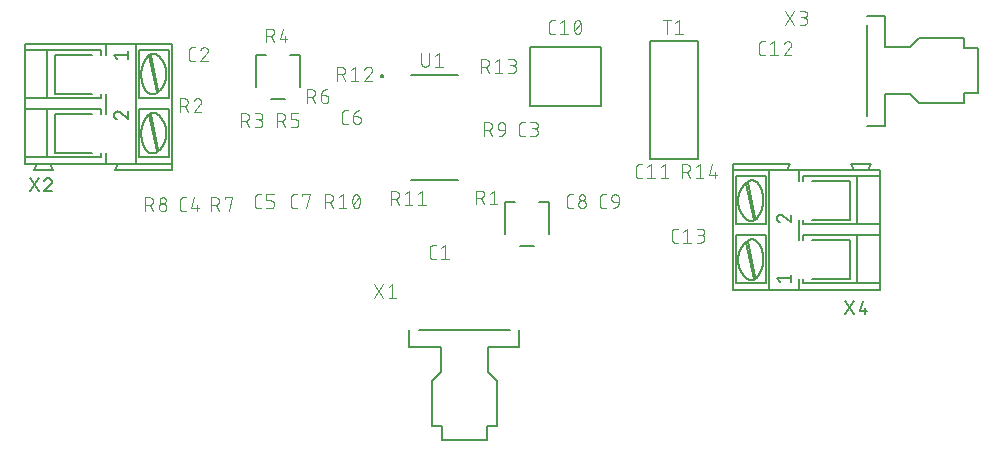
<source format=gbr>
G04 EAGLE Gerber RS-274X export*
G75*
%MOMM*%
%FSLAX34Y34*%
%LPD*%
%INSilkscreen Top*%
%IPPOS*%
%AMOC8*
5,1,8,0,0,1.08239X$1,22.5*%
G01*
%ADD10C,0.101600*%
%ADD11C,0.127000*%
%ADD12C,0.203200*%
%ADD13C,0.200000*%
%ADD14C,0.152400*%


D10*
X349316Y69088D02*
X346719Y69088D01*
X346620Y69090D01*
X346520Y69096D01*
X346421Y69105D01*
X346323Y69118D01*
X346225Y69135D01*
X346127Y69156D01*
X346031Y69181D01*
X345936Y69209D01*
X345842Y69241D01*
X345749Y69276D01*
X345657Y69315D01*
X345567Y69358D01*
X345479Y69403D01*
X345392Y69453D01*
X345308Y69505D01*
X345225Y69561D01*
X345145Y69619D01*
X345067Y69681D01*
X344992Y69746D01*
X344919Y69814D01*
X344849Y69884D01*
X344781Y69957D01*
X344716Y70032D01*
X344654Y70110D01*
X344596Y70190D01*
X344540Y70273D01*
X344488Y70357D01*
X344438Y70444D01*
X344393Y70532D01*
X344350Y70622D01*
X344311Y70714D01*
X344276Y70807D01*
X344244Y70901D01*
X344216Y70996D01*
X344191Y71092D01*
X344170Y71190D01*
X344153Y71288D01*
X344140Y71386D01*
X344131Y71485D01*
X344125Y71585D01*
X344123Y71684D01*
X344123Y78176D01*
X344125Y78275D01*
X344131Y78375D01*
X344140Y78474D01*
X344153Y78572D01*
X344170Y78670D01*
X344191Y78768D01*
X344216Y78864D01*
X344244Y78959D01*
X344276Y79053D01*
X344311Y79146D01*
X344350Y79238D01*
X344393Y79328D01*
X344438Y79416D01*
X344488Y79503D01*
X344540Y79587D01*
X344596Y79670D01*
X344654Y79750D01*
X344716Y79828D01*
X344781Y79903D01*
X344849Y79976D01*
X344919Y80046D01*
X344992Y80114D01*
X345067Y80179D01*
X345145Y80241D01*
X345225Y80299D01*
X345308Y80355D01*
X345392Y80407D01*
X345479Y80457D01*
X345567Y80502D01*
X345657Y80545D01*
X345749Y80584D01*
X345841Y80619D01*
X345936Y80651D01*
X346031Y80679D01*
X346127Y80704D01*
X346225Y80725D01*
X346323Y80742D01*
X346421Y80755D01*
X346520Y80764D01*
X346620Y80770D01*
X346719Y80772D01*
X349316Y80772D01*
X353681Y78176D02*
X356926Y80772D01*
X356926Y69088D01*
X353681Y69088D02*
X360172Y69088D01*
D11*
X429260Y198920D02*
X429260Y248920D01*
X429260Y198920D02*
X489260Y198920D01*
X489260Y248920D01*
X429260Y248920D01*
D10*
X447604Y259588D02*
X450201Y259588D01*
X447604Y259588D02*
X447505Y259590D01*
X447405Y259596D01*
X447306Y259605D01*
X447208Y259618D01*
X447110Y259635D01*
X447012Y259656D01*
X446916Y259681D01*
X446821Y259709D01*
X446727Y259741D01*
X446634Y259776D01*
X446542Y259815D01*
X446452Y259858D01*
X446364Y259903D01*
X446277Y259953D01*
X446193Y260005D01*
X446110Y260061D01*
X446030Y260119D01*
X445952Y260181D01*
X445877Y260246D01*
X445804Y260314D01*
X445734Y260384D01*
X445666Y260457D01*
X445601Y260532D01*
X445539Y260610D01*
X445481Y260690D01*
X445425Y260773D01*
X445373Y260857D01*
X445323Y260944D01*
X445278Y261032D01*
X445235Y261122D01*
X445196Y261214D01*
X445161Y261307D01*
X445129Y261401D01*
X445101Y261496D01*
X445076Y261592D01*
X445055Y261690D01*
X445038Y261788D01*
X445025Y261886D01*
X445016Y261985D01*
X445010Y262085D01*
X445008Y262184D01*
X445008Y268676D01*
X445010Y268775D01*
X445016Y268875D01*
X445025Y268974D01*
X445038Y269072D01*
X445055Y269170D01*
X445076Y269268D01*
X445101Y269364D01*
X445129Y269459D01*
X445161Y269553D01*
X445196Y269646D01*
X445235Y269738D01*
X445278Y269828D01*
X445323Y269916D01*
X445373Y270003D01*
X445425Y270087D01*
X445481Y270170D01*
X445539Y270250D01*
X445601Y270328D01*
X445666Y270403D01*
X445734Y270476D01*
X445804Y270546D01*
X445877Y270614D01*
X445952Y270679D01*
X446030Y270741D01*
X446110Y270799D01*
X446193Y270855D01*
X446277Y270907D01*
X446364Y270957D01*
X446452Y271002D01*
X446542Y271045D01*
X446634Y271084D01*
X446726Y271119D01*
X446821Y271151D01*
X446916Y271179D01*
X447012Y271204D01*
X447110Y271225D01*
X447208Y271242D01*
X447306Y271255D01*
X447405Y271264D01*
X447505Y271270D01*
X447604Y271272D01*
X450201Y271272D01*
X454566Y268676D02*
X457812Y271272D01*
X457812Y259588D01*
X461057Y259588D02*
X454566Y259588D01*
X465997Y265430D02*
X466000Y265660D01*
X466008Y265890D01*
X466022Y266119D01*
X466041Y266348D01*
X466066Y266577D01*
X466096Y266804D01*
X466131Y267032D01*
X466172Y267258D01*
X466218Y267483D01*
X466270Y267707D01*
X466327Y267929D01*
X466389Y268151D01*
X466457Y268370D01*
X466530Y268588D01*
X466608Y268805D01*
X466691Y269019D01*
X466779Y269231D01*
X466872Y269441D01*
X466971Y269649D01*
X466970Y269649D02*
X467003Y269739D01*
X467039Y269828D01*
X467079Y269916D01*
X467123Y270001D01*
X467170Y270085D01*
X467220Y270167D01*
X467274Y270247D01*
X467330Y270324D01*
X467390Y270400D01*
X467453Y270473D01*
X467518Y270543D01*
X467587Y270611D01*
X467658Y270675D01*
X467731Y270737D01*
X467807Y270796D01*
X467885Y270852D01*
X467966Y270905D01*
X468048Y270954D01*
X468132Y271000D01*
X468219Y271043D01*
X468306Y271082D01*
X468396Y271118D01*
X468486Y271150D01*
X468578Y271178D01*
X468671Y271203D01*
X468765Y271224D01*
X468859Y271241D01*
X468954Y271255D01*
X469050Y271264D01*
X469146Y271270D01*
X469242Y271272D01*
X469338Y271270D01*
X469434Y271264D01*
X469530Y271255D01*
X469625Y271241D01*
X469719Y271224D01*
X469813Y271203D01*
X469906Y271178D01*
X469998Y271150D01*
X470088Y271118D01*
X470178Y271082D01*
X470265Y271043D01*
X470352Y271000D01*
X470436Y270954D01*
X470518Y270905D01*
X470599Y270852D01*
X470677Y270796D01*
X470753Y270737D01*
X470826Y270675D01*
X470897Y270611D01*
X470966Y270543D01*
X471031Y270473D01*
X471094Y270400D01*
X471154Y270324D01*
X471210Y270247D01*
X471264Y270167D01*
X471314Y270085D01*
X471361Y270001D01*
X471405Y269916D01*
X471445Y269828D01*
X471481Y269739D01*
X471514Y269649D01*
X471613Y269442D01*
X471706Y269232D01*
X471794Y269019D01*
X471877Y268805D01*
X471955Y268589D01*
X472028Y268371D01*
X472096Y268151D01*
X472158Y267930D01*
X472215Y267707D01*
X472267Y267483D01*
X472313Y267258D01*
X472354Y267032D01*
X472389Y266805D01*
X472419Y266577D01*
X472444Y266348D01*
X472463Y266119D01*
X472477Y265890D01*
X472485Y265660D01*
X472488Y265430D01*
X465996Y265430D02*
X465999Y265200D01*
X466007Y264970D01*
X466021Y264741D01*
X466040Y264512D01*
X466065Y264283D01*
X466095Y264055D01*
X466130Y263828D01*
X466171Y263602D01*
X466217Y263377D01*
X466269Y263153D01*
X466326Y262930D01*
X466388Y262709D01*
X466456Y262489D01*
X466529Y262271D01*
X466607Y262055D01*
X466690Y261841D01*
X466778Y261629D01*
X466871Y261418D01*
X466970Y261211D01*
X467003Y261121D01*
X467039Y261032D01*
X467080Y260944D01*
X467123Y260859D01*
X467170Y260775D01*
X467220Y260693D01*
X467274Y260613D01*
X467330Y260536D01*
X467390Y260460D01*
X467453Y260387D01*
X467518Y260317D01*
X467587Y260249D01*
X467658Y260185D01*
X467731Y260123D01*
X467807Y260064D01*
X467885Y260008D01*
X467966Y259955D01*
X468048Y259906D01*
X468132Y259860D01*
X468219Y259817D01*
X468306Y259778D01*
X468396Y259742D01*
X468486Y259710D01*
X468578Y259682D01*
X468671Y259657D01*
X468765Y259636D01*
X468859Y259619D01*
X468954Y259605D01*
X469050Y259596D01*
X469146Y259590D01*
X469242Y259588D01*
X471514Y261211D02*
X471613Y261418D01*
X471706Y261629D01*
X471794Y261841D01*
X471877Y262055D01*
X471955Y262271D01*
X472028Y262489D01*
X472096Y262709D01*
X472158Y262930D01*
X472215Y263153D01*
X472267Y263377D01*
X472313Y263602D01*
X472354Y263828D01*
X472389Y264055D01*
X472419Y264283D01*
X472444Y264512D01*
X472463Y264741D01*
X472477Y264970D01*
X472485Y265200D01*
X472488Y265430D01*
X471514Y261211D02*
X471481Y261121D01*
X471445Y261032D01*
X471405Y260944D01*
X471361Y260859D01*
X471314Y260775D01*
X471264Y260693D01*
X471210Y260613D01*
X471154Y260536D01*
X471094Y260460D01*
X471031Y260387D01*
X470966Y260317D01*
X470897Y260249D01*
X470826Y260185D01*
X470753Y260123D01*
X470677Y260064D01*
X470599Y260008D01*
X470518Y259955D01*
X470436Y259906D01*
X470352Y259860D01*
X470265Y259817D01*
X470178Y259778D01*
X470088Y259742D01*
X469998Y259710D01*
X469906Y259682D01*
X469813Y259657D01*
X469719Y259636D01*
X469625Y259619D01*
X469530Y259605D01*
X469434Y259596D01*
X469338Y259590D01*
X469242Y259588D01*
X466645Y262184D02*
X471838Y268676D01*
X521264Y137668D02*
X523861Y137668D01*
X521264Y137668D02*
X521165Y137670D01*
X521065Y137676D01*
X520966Y137685D01*
X520868Y137698D01*
X520770Y137715D01*
X520672Y137736D01*
X520576Y137761D01*
X520481Y137789D01*
X520387Y137821D01*
X520294Y137856D01*
X520202Y137895D01*
X520112Y137938D01*
X520024Y137983D01*
X519937Y138033D01*
X519853Y138085D01*
X519770Y138141D01*
X519690Y138199D01*
X519612Y138261D01*
X519537Y138326D01*
X519464Y138394D01*
X519394Y138464D01*
X519326Y138537D01*
X519261Y138612D01*
X519199Y138690D01*
X519141Y138770D01*
X519085Y138853D01*
X519033Y138937D01*
X518983Y139024D01*
X518938Y139112D01*
X518895Y139202D01*
X518856Y139294D01*
X518821Y139387D01*
X518789Y139481D01*
X518761Y139576D01*
X518736Y139672D01*
X518715Y139770D01*
X518698Y139868D01*
X518685Y139966D01*
X518676Y140065D01*
X518670Y140165D01*
X518668Y140264D01*
X518668Y146756D01*
X518670Y146855D01*
X518676Y146955D01*
X518685Y147054D01*
X518698Y147152D01*
X518715Y147250D01*
X518736Y147348D01*
X518761Y147444D01*
X518789Y147539D01*
X518821Y147633D01*
X518856Y147726D01*
X518895Y147818D01*
X518938Y147908D01*
X518983Y147996D01*
X519033Y148083D01*
X519085Y148167D01*
X519141Y148250D01*
X519199Y148330D01*
X519261Y148408D01*
X519326Y148483D01*
X519394Y148556D01*
X519464Y148626D01*
X519537Y148694D01*
X519612Y148759D01*
X519690Y148821D01*
X519770Y148879D01*
X519853Y148935D01*
X519937Y148987D01*
X520024Y149037D01*
X520112Y149082D01*
X520202Y149125D01*
X520294Y149164D01*
X520386Y149199D01*
X520481Y149231D01*
X520576Y149259D01*
X520672Y149284D01*
X520770Y149305D01*
X520868Y149322D01*
X520966Y149335D01*
X521065Y149344D01*
X521165Y149350D01*
X521264Y149352D01*
X523861Y149352D01*
X528226Y146756D02*
X531472Y149352D01*
X531472Y137668D01*
X534717Y137668D02*
X528226Y137668D01*
X539656Y146756D02*
X542902Y149352D01*
X542902Y137668D01*
X546147Y137668D02*
X539656Y137668D01*
X625404Y241808D02*
X628001Y241808D01*
X625404Y241808D02*
X625305Y241810D01*
X625205Y241816D01*
X625106Y241825D01*
X625008Y241838D01*
X624910Y241855D01*
X624812Y241876D01*
X624716Y241901D01*
X624621Y241929D01*
X624527Y241961D01*
X624434Y241996D01*
X624342Y242035D01*
X624252Y242078D01*
X624164Y242123D01*
X624077Y242173D01*
X623993Y242225D01*
X623910Y242281D01*
X623830Y242339D01*
X623752Y242401D01*
X623677Y242466D01*
X623604Y242534D01*
X623534Y242604D01*
X623466Y242677D01*
X623401Y242752D01*
X623339Y242830D01*
X623281Y242910D01*
X623225Y242993D01*
X623173Y243077D01*
X623123Y243164D01*
X623078Y243252D01*
X623035Y243342D01*
X622996Y243434D01*
X622961Y243527D01*
X622929Y243621D01*
X622901Y243716D01*
X622876Y243812D01*
X622855Y243910D01*
X622838Y244008D01*
X622825Y244106D01*
X622816Y244205D01*
X622810Y244305D01*
X622808Y244404D01*
X622808Y250896D01*
X622810Y250995D01*
X622816Y251095D01*
X622825Y251194D01*
X622838Y251292D01*
X622855Y251390D01*
X622876Y251488D01*
X622901Y251584D01*
X622929Y251679D01*
X622961Y251773D01*
X622996Y251866D01*
X623035Y251958D01*
X623078Y252048D01*
X623123Y252136D01*
X623173Y252223D01*
X623225Y252307D01*
X623281Y252390D01*
X623339Y252470D01*
X623401Y252548D01*
X623466Y252623D01*
X623534Y252696D01*
X623604Y252766D01*
X623677Y252834D01*
X623752Y252899D01*
X623830Y252961D01*
X623910Y253019D01*
X623993Y253075D01*
X624077Y253127D01*
X624164Y253177D01*
X624252Y253222D01*
X624342Y253265D01*
X624434Y253304D01*
X624526Y253339D01*
X624621Y253371D01*
X624716Y253399D01*
X624812Y253424D01*
X624910Y253445D01*
X625008Y253462D01*
X625106Y253475D01*
X625205Y253484D01*
X625305Y253490D01*
X625404Y253492D01*
X628001Y253492D01*
X632366Y250896D02*
X635612Y253492D01*
X635612Y241808D01*
X638857Y241808D02*
X632366Y241808D01*
X647366Y253492D02*
X647473Y253490D01*
X647579Y253484D01*
X647685Y253474D01*
X647791Y253461D01*
X647897Y253443D01*
X648001Y253422D01*
X648105Y253397D01*
X648208Y253368D01*
X648309Y253336D01*
X648409Y253299D01*
X648508Y253259D01*
X648606Y253216D01*
X648702Y253169D01*
X648796Y253118D01*
X648888Y253064D01*
X648978Y253007D01*
X649066Y252947D01*
X649151Y252883D01*
X649234Y252816D01*
X649315Y252746D01*
X649393Y252674D01*
X649469Y252598D01*
X649541Y252520D01*
X649611Y252439D01*
X649678Y252356D01*
X649742Y252271D01*
X649802Y252183D01*
X649859Y252093D01*
X649913Y252001D01*
X649964Y251907D01*
X650011Y251811D01*
X650054Y251713D01*
X650094Y251614D01*
X650131Y251514D01*
X650163Y251413D01*
X650192Y251310D01*
X650217Y251206D01*
X650238Y251102D01*
X650256Y250996D01*
X650269Y250890D01*
X650279Y250784D01*
X650285Y250678D01*
X650287Y250571D01*
X647366Y253492D02*
X647245Y253490D01*
X647124Y253484D01*
X647004Y253474D01*
X646883Y253461D01*
X646764Y253443D01*
X646644Y253422D01*
X646526Y253397D01*
X646409Y253368D01*
X646292Y253335D01*
X646177Y253299D01*
X646063Y253258D01*
X645950Y253215D01*
X645838Y253167D01*
X645729Y253116D01*
X645621Y253061D01*
X645514Y253003D01*
X645410Y252942D01*
X645308Y252877D01*
X645208Y252809D01*
X645110Y252738D01*
X645014Y252664D01*
X644921Y252587D01*
X644831Y252506D01*
X644743Y252423D01*
X644658Y252337D01*
X644575Y252248D01*
X644496Y252157D01*
X644419Y252063D01*
X644346Y251967D01*
X644276Y251869D01*
X644209Y251768D01*
X644145Y251665D01*
X644085Y251560D01*
X644028Y251453D01*
X643974Y251345D01*
X643924Y251235D01*
X643878Y251123D01*
X643835Y251010D01*
X643796Y250895D01*
X649314Y248299D02*
X649393Y248376D01*
X649469Y248457D01*
X649542Y248540D01*
X649612Y248625D01*
X649679Y248713D01*
X649743Y248803D01*
X649803Y248895D01*
X649860Y248990D01*
X649914Y249086D01*
X649965Y249184D01*
X650012Y249284D01*
X650056Y249386D01*
X650096Y249489D01*
X650132Y249593D01*
X650164Y249699D01*
X650193Y249805D01*
X650218Y249913D01*
X650240Y250021D01*
X650257Y250131D01*
X650271Y250240D01*
X650280Y250350D01*
X650286Y250461D01*
X650288Y250571D01*
X649314Y248299D02*
X643796Y241808D01*
X650287Y241808D01*
X554341Y83058D02*
X551744Y83058D01*
X551645Y83060D01*
X551545Y83066D01*
X551446Y83075D01*
X551348Y83088D01*
X551250Y83105D01*
X551152Y83126D01*
X551056Y83151D01*
X550961Y83179D01*
X550867Y83211D01*
X550774Y83246D01*
X550682Y83285D01*
X550592Y83328D01*
X550504Y83373D01*
X550417Y83423D01*
X550333Y83475D01*
X550250Y83531D01*
X550170Y83589D01*
X550092Y83651D01*
X550017Y83716D01*
X549944Y83784D01*
X549874Y83854D01*
X549806Y83927D01*
X549741Y84002D01*
X549679Y84080D01*
X549621Y84160D01*
X549565Y84243D01*
X549513Y84327D01*
X549463Y84414D01*
X549418Y84502D01*
X549375Y84592D01*
X549336Y84684D01*
X549301Y84777D01*
X549269Y84871D01*
X549241Y84966D01*
X549216Y85062D01*
X549195Y85160D01*
X549178Y85258D01*
X549165Y85356D01*
X549156Y85455D01*
X549150Y85555D01*
X549148Y85654D01*
X549148Y92146D01*
X549150Y92245D01*
X549156Y92345D01*
X549165Y92444D01*
X549178Y92542D01*
X549195Y92640D01*
X549216Y92738D01*
X549241Y92834D01*
X549269Y92929D01*
X549301Y93023D01*
X549336Y93116D01*
X549375Y93208D01*
X549418Y93298D01*
X549463Y93386D01*
X549513Y93473D01*
X549565Y93557D01*
X549621Y93640D01*
X549679Y93720D01*
X549741Y93798D01*
X549806Y93873D01*
X549874Y93946D01*
X549944Y94016D01*
X550017Y94084D01*
X550092Y94149D01*
X550170Y94211D01*
X550250Y94269D01*
X550333Y94325D01*
X550417Y94377D01*
X550504Y94427D01*
X550592Y94472D01*
X550682Y94515D01*
X550774Y94554D01*
X550866Y94589D01*
X550961Y94621D01*
X551056Y94649D01*
X551152Y94674D01*
X551250Y94695D01*
X551348Y94712D01*
X551446Y94725D01*
X551545Y94734D01*
X551645Y94740D01*
X551744Y94742D01*
X554341Y94742D01*
X558706Y92146D02*
X561952Y94742D01*
X561952Y83058D01*
X565197Y83058D02*
X558706Y83058D01*
X570136Y83058D02*
X573382Y83058D01*
X573495Y83060D01*
X573608Y83066D01*
X573721Y83076D01*
X573834Y83090D01*
X573946Y83107D01*
X574057Y83129D01*
X574167Y83154D01*
X574277Y83184D01*
X574385Y83217D01*
X574492Y83254D01*
X574598Y83294D01*
X574702Y83339D01*
X574805Y83387D01*
X574906Y83438D01*
X575005Y83493D01*
X575102Y83551D01*
X575197Y83613D01*
X575290Y83678D01*
X575380Y83746D01*
X575468Y83817D01*
X575554Y83892D01*
X575637Y83969D01*
X575717Y84049D01*
X575794Y84132D01*
X575869Y84218D01*
X575940Y84306D01*
X576008Y84396D01*
X576073Y84489D01*
X576135Y84584D01*
X576193Y84681D01*
X576248Y84780D01*
X576299Y84881D01*
X576347Y84984D01*
X576392Y85088D01*
X576432Y85194D01*
X576469Y85301D01*
X576502Y85409D01*
X576532Y85519D01*
X576557Y85629D01*
X576579Y85740D01*
X576596Y85852D01*
X576610Y85965D01*
X576620Y86078D01*
X576626Y86191D01*
X576628Y86304D01*
X576626Y86417D01*
X576620Y86530D01*
X576610Y86643D01*
X576596Y86756D01*
X576579Y86868D01*
X576557Y86979D01*
X576532Y87089D01*
X576502Y87199D01*
X576469Y87307D01*
X576432Y87414D01*
X576392Y87520D01*
X576347Y87624D01*
X576299Y87727D01*
X576248Y87828D01*
X576193Y87927D01*
X576135Y88024D01*
X576073Y88119D01*
X576008Y88212D01*
X575940Y88302D01*
X575869Y88390D01*
X575794Y88476D01*
X575717Y88559D01*
X575637Y88639D01*
X575554Y88716D01*
X575468Y88791D01*
X575380Y88862D01*
X575290Y88930D01*
X575197Y88995D01*
X575102Y89057D01*
X575005Y89115D01*
X574906Y89170D01*
X574805Y89221D01*
X574702Y89269D01*
X574598Y89314D01*
X574492Y89354D01*
X574385Y89391D01*
X574277Y89424D01*
X574167Y89454D01*
X574057Y89479D01*
X573946Y89501D01*
X573834Y89518D01*
X573721Y89532D01*
X573608Y89542D01*
X573495Y89548D01*
X573382Y89550D01*
X574031Y94742D02*
X570136Y94742D01*
X574031Y94742D02*
X574132Y94740D01*
X574232Y94734D01*
X574332Y94724D01*
X574432Y94711D01*
X574531Y94693D01*
X574630Y94672D01*
X574727Y94647D01*
X574824Y94618D01*
X574919Y94585D01*
X575013Y94549D01*
X575105Y94509D01*
X575196Y94466D01*
X575285Y94419D01*
X575372Y94369D01*
X575458Y94315D01*
X575541Y94258D01*
X575621Y94198D01*
X575700Y94135D01*
X575776Y94068D01*
X575849Y93999D01*
X575919Y93927D01*
X575987Y93853D01*
X576052Y93776D01*
X576113Y93696D01*
X576172Y93614D01*
X576227Y93530D01*
X576279Y93444D01*
X576328Y93356D01*
X576373Y93266D01*
X576415Y93174D01*
X576453Y93081D01*
X576487Y92986D01*
X576518Y92891D01*
X576545Y92794D01*
X576568Y92696D01*
X576588Y92597D01*
X576603Y92497D01*
X576615Y92397D01*
X576623Y92297D01*
X576627Y92196D01*
X576627Y92096D01*
X576623Y91995D01*
X576615Y91895D01*
X576603Y91795D01*
X576588Y91695D01*
X576568Y91596D01*
X576545Y91498D01*
X576518Y91401D01*
X576487Y91306D01*
X576453Y91211D01*
X576415Y91118D01*
X576373Y91026D01*
X576328Y90936D01*
X576279Y90848D01*
X576227Y90762D01*
X576172Y90678D01*
X576113Y90596D01*
X576052Y90516D01*
X575987Y90439D01*
X575919Y90365D01*
X575849Y90293D01*
X575776Y90224D01*
X575700Y90157D01*
X575621Y90094D01*
X575541Y90034D01*
X575458Y89977D01*
X575372Y89923D01*
X575285Y89873D01*
X575196Y89826D01*
X575105Y89783D01*
X575013Y89743D01*
X574919Y89707D01*
X574824Y89674D01*
X574727Y89645D01*
X574630Y89620D01*
X574531Y89599D01*
X574432Y89581D01*
X574332Y89568D01*
X574232Y89558D01*
X574132Y89552D01*
X574031Y89550D01*
X574031Y89549D02*
X571434Y89549D01*
X145401Y236728D02*
X142804Y236728D01*
X142705Y236730D01*
X142605Y236736D01*
X142506Y236745D01*
X142408Y236758D01*
X142310Y236775D01*
X142212Y236796D01*
X142116Y236821D01*
X142021Y236849D01*
X141927Y236881D01*
X141834Y236916D01*
X141742Y236955D01*
X141652Y236998D01*
X141564Y237043D01*
X141477Y237093D01*
X141393Y237145D01*
X141310Y237201D01*
X141230Y237259D01*
X141152Y237321D01*
X141077Y237386D01*
X141004Y237454D01*
X140934Y237524D01*
X140866Y237597D01*
X140801Y237672D01*
X140739Y237750D01*
X140681Y237830D01*
X140625Y237913D01*
X140573Y237997D01*
X140523Y238084D01*
X140478Y238172D01*
X140435Y238262D01*
X140396Y238354D01*
X140361Y238447D01*
X140329Y238541D01*
X140301Y238636D01*
X140276Y238732D01*
X140255Y238830D01*
X140238Y238928D01*
X140225Y239026D01*
X140216Y239125D01*
X140210Y239225D01*
X140208Y239324D01*
X140208Y245816D01*
X140210Y245915D01*
X140216Y246015D01*
X140225Y246114D01*
X140238Y246212D01*
X140255Y246310D01*
X140276Y246408D01*
X140301Y246504D01*
X140329Y246599D01*
X140361Y246693D01*
X140396Y246786D01*
X140435Y246878D01*
X140478Y246968D01*
X140523Y247056D01*
X140573Y247143D01*
X140625Y247227D01*
X140681Y247310D01*
X140739Y247390D01*
X140801Y247468D01*
X140866Y247543D01*
X140934Y247616D01*
X141004Y247686D01*
X141077Y247754D01*
X141152Y247819D01*
X141230Y247881D01*
X141310Y247939D01*
X141393Y247995D01*
X141477Y248047D01*
X141564Y248097D01*
X141652Y248142D01*
X141742Y248185D01*
X141834Y248224D01*
X141926Y248259D01*
X142021Y248291D01*
X142116Y248319D01*
X142212Y248344D01*
X142310Y248365D01*
X142408Y248382D01*
X142506Y248395D01*
X142605Y248404D01*
X142705Y248410D01*
X142804Y248412D01*
X145401Y248412D01*
X153336Y248412D02*
X153443Y248410D01*
X153549Y248404D01*
X153655Y248394D01*
X153761Y248381D01*
X153867Y248363D01*
X153971Y248342D01*
X154075Y248317D01*
X154178Y248288D01*
X154279Y248256D01*
X154379Y248219D01*
X154478Y248179D01*
X154576Y248136D01*
X154672Y248089D01*
X154766Y248038D01*
X154858Y247984D01*
X154948Y247927D01*
X155036Y247867D01*
X155121Y247803D01*
X155204Y247736D01*
X155285Y247666D01*
X155363Y247594D01*
X155439Y247518D01*
X155511Y247440D01*
X155581Y247359D01*
X155648Y247276D01*
X155712Y247191D01*
X155772Y247103D01*
X155829Y247013D01*
X155883Y246921D01*
X155934Y246827D01*
X155981Y246731D01*
X156024Y246633D01*
X156064Y246534D01*
X156101Y246434D01*
X156133Y246333D01*
X156162Y246230D01*
X156187Y246126D01*
X156208Y246022D01*
X156226Y245916D01*
X156239Y245810D01*
X156249Y245704D01*
X156255Y245598D01*
X156257Y245491D01*
X153336Y248412D02*
X153215Y248410D01*
X153094Y248404D01*
X152974Y248394D01*
X152853Y248381D01*
X152734Y248363D01*
X152614Y248342D01*
X152496Y248317D01*
X152379Y248288D01*
X152262Y248255D01*
X152147Y248219D01*
X152033Y248178D01*
X151920Y248135D01*
X151808Y248087D01*
X151699Y248036D01*
X151591Y247981D01*
X151484Y247923D01*
X151380Y247862D01*
X151278Y247797D01*
X151178Y247729D01*
X151080Y247658D01*
X150984Y247584D01*
X150891Y247507D01*
X150801Y247426D01*
X150713Y247343D01*
X150628Y247257D01*
X150545Y247168D01*
X150466Y247077D01*
X150389Y246983D01*
X150316Y246887D01*
X150246Y246789D01*
X150179Y246688D01*
X150115Y246585D01*
X150055Y246480D01*
X149998Y246373D01*
X149944Y246265D01*
X149894Y246155D01*
X149848Y246043D01*
X149805Y245930D01*
X149766Y245815D01*
X155284Y243219D02*
X155363Y243296D01*
X155439Y243377D01*
X155512Y243460D01*
X155582Y243545D01*
X155649Y243633D01*
X155713Y243723D01*
X155773Y243815D01*
X155830Y243910D01*
X155884Y244006D01*
X155935Y244104D01*
X155982Y244204D01*
X156026Y244306D01*
X156066Y244409D01*
X156102Y244513D01*
X156134Y244619D01*
X156163Y244725D01*
X156188Y244833D01*
X156210Y244941D01*
X156227Y245051D01*
X156241Y245160D01*
X156250Y245270D01*
X156256Y245381D01*
X156258Y245491D01*
X155284Y243219D02*
X149766Y236728D01*
X156257Y236728D01*
X422204Y173228D02*
X424801Y173228D01*
X422204Y173228D02*
X422105Y173230D01*
X422005Y173236D01*
X421906Y173245D01*
X421808Y173258D01*
X421710Y173275D01*
X421612Y173296D01*
X421516Y173321D01*
X421421Y173349D01*
X421327Y173381D01*
X421234Y173416D01*
X421142Y173455D01*
X421052Y173498D01*
X420964Y173543D01*
X420877Y173593D01*
X420793Y173645D01*
X420710Y173701D01*
X420630Y173759D01*
X420552Y173821D01*
X420477Y173886D01*
X420404Y173954D01*
X420334Y174024D01*
X420266Y174097D01*
X420201Y174172D01*
X420139Y174250D01*
X420081Y174330D01*
X420025Y174413D01*
X419973Y174497D01*
X419923Y174584D01*
X419878Y174672D01*
X419835Y174762D01*
X419796Y174854D01*
X419761Y174947D01*
X419729Y175041D01*
X419701Y175136D01*
X419676Y175232D01*
X419655Y175330D01*
X419638Y175428D01*
X419625Y175526D01*
X419616Y175625D01*
X419610Y175725D01*
X419608Y175824D01*
X419608Y182316D01*
X419610Y182415D01*
X419616Y182515D01*
X419625Y182614D01*
X419638Y182712D01*
X419655Y182810D01*
X419676Y182908D01*
X419701Y183004D01*
X419729Y183099D01*
X419761Y183193D01*
X419796Y183286D01*
X419835Y183378D01*
X419878Y183468D01*
X419923Y183556D01*
X419973Y183643D01*
X420025Y183727D01*
X420081Y183810D01*
X420139Y183890D01*
X420201Y183968D01*
X420266Y184043D01*
X420334Y184116D01*
X420404Y184186D01*
X420477Y184254D01*
X420552Y184319D01*
X420630Y184381D01*
X420710Y184439D01*
X420793Y184495D01*
X420877Y184547D01*
X420964Y184597D01*
X421052Y184642D01*
X421142Y184685D01*
X421234Y184724D01*
X421326Y184759D01*
X421421Y184791D01*
X421516Y184819D01*
X421612Y184844D01*
X421710Y184865D01*
X421808Y184882D01*
X421906Y184895D01*
X422005Y184904D01*
X422105Y184910D01*
X422204Y184912D01*
X424801Y184912D01*
X429166Y173228D02*
X432412Y173228D01*
X432525Y173230D01*
X432638Y173236D01*
X432751Y173246D01*
X432864Y173260D01*
X432976Y173277D01*
X433087Y173299D01*
X433197Y173324D01*
X433307Y173354D01*
X433415Y173387D01*
X433522Y173424D01*
X433628Y173464D01*
X433732Y173509D01*
X433835Y173557D01*
X433936Y173608D01*
X434035Y173663D01*
X434132Y173721D01*
X434227Y173783D01*
X434320Y173848D01*
X434410Y173916D01*
X434498Y173987D01*
X434584Y174062D01*
X434667Y174139D01*
X434747Y174219D01*
X434824Y174302D01*
X434899Y174388D01*
X434970Y174476D01*
X435038Y174566D01*
X435103Y174659D01*
X435165Y174754D01*
X435223Y174851D01*
X435278Y174950D01*
X435329Y175051D01*
X435377Y175154D01*
X435422Y175258D01*
X435462Y175364D01*
X435499Y175471D01*
X435532Y175579D01*
X435562Y175689D01*
X435587Y175799D01*
X435609Y175910D01*
X435626Y176022D01*
X435640Y176135D01*
X435650Y176248D01*
X435656Y176361D01*
X435658Y176474D01*
X435656Y176587D01*
X435650Y176700D01*
X435640Y176813D01*
X435626Y176926D01*
X435609Y177038D01*
X435587Y177149D01*
X435562Y177259D01*
X435532Y177369D01*
X435499Y177477D01*
X435462Y177584D01*
X435422Y177690D01*
X435377Y177794D01*
X435329Y177897D01*
X435278Y177998D01*
X435223Y178097D01*
X435165Y178194D01*
X435103Y178289D01*
X435038Y178382D01*
X434970Y178472D01*
X434899Y178560D01*
X434824Y178646D01*
X434747Y178729D01*
X434667Y178809D01*
X434584Y178886D01*
X434498Y178961D01*
X434410Y179032D01*
X434320Y179100D01*
X434227Y179165D01*
X434132Y179227D01*
X434035Y179285D01*
X433936Y179340D01*
X433835Y179391D01*
X433732Y179439D01*
X433628Y179484D01*
X433522Y179524D01*
X433415Y179561D01*
X433307Y179594D01*
X433197Y179624D01*
X433087Y179649D01*
X432976Y179671D01*
X432864Y179688D01*
X432751Y179702D01*
X432638Y179712D01*
X432525Y179718D01*
X432412Y179720D01*
X433061Y184912D02*
X429166Y184912D01*
X433061Y184912D02*
X433162Y184910D01*
X433262Y184904D01*
X433362Y184894D01*
X433462Y184881D01*
X433561Y184863D01*
X433660Y184842D01*
X433757Y184817D01*
X433854Y184788D01*
X433949Y184755D01*
X434043Y184719D01*
X434135Y184679D01*
X434226Y184636D01*
X434315Y184589D01*
X434402Y184539D01*
X434488Y184485D01*
X434571Y184428D01*
X434651Y184368D01*
X434730Y184305D01*
X434806Y184238D01*
X434879Y184169D01*
X434949Y184097D01*
X435017Y184023D01*
X435082Y183946D01*
X435143Y183866D01*
X435202Y183784D01*
X435257Y183700D01*
X435309Y183614D01*
X435358Y183526D01*
X435403Y183436D01*
X435445Y183344D01*
X435483Y183251D01*
X435517Y183156D01*
X435548Y183061D01*
X435575Y182964D01*
X435598Y182866D01*
X435618Y182767D01*
X435633Y182667D01*
X435645Y182567D01*
X435653Y182467D01*
X435657Y182366D01*
X435657Y182266D01*
X435653Y182165D01*
X435645Y182065D01*
X435633Y181965D01*
X435618Y181865D01*
X435598Y181766D01*
X435575Y181668D01*
X435548Y181571D01*
X435517Y181476D01*
X435483Y181381D01*
X435445Y181288D01*
X435403Y181196D01*
X435358Y181106D01*
X435309Y181018D01*
X435257Y180932D01*
X435202Y180848D01*
X435143Y180766D01*
X435082Y180686D01*
X435017Y180609D01*
X434949Y180535D01*
X434879Y180463D01*
X434806Y180394D01*
X434730Y180327D01*
X434651Y180264D01*
X434571Y180204D01*
X434488Y180147D01*
X434402Y180093D01*
X434315Y180043D01*
X434226Y179996D01*
X434135Y179953D01*
X434043Y179913D01*
X433949Y179877D01*
X433854Y179844D01*
X433757Y179815D01*
X433660Y179790D01*
X433561Y179769D01*
X433462Y179751D01*
X433362Y179738D01*
X433262Y179728D01*
X433162Y179722D01*
X433061Y179720D01*
X433061Y179719D02*
X430464Y179719D01*
X137781Y109728D02*
X135184Y109728D01*
X135085Y109730D01*
X134985Y109736D01*
X134886Y109745D01*
X134788Y109758D01*
X134690Y109775D01*
X134592Y109796D01*
X134496Y109821D01*
X134401Y109849D01*
X134307Y109881D01*
X134214Y109916D01*
X134122Y109955D01*
X134032Y109998D01*
X133944Y110043D01*
X133857Y110093D01*
X133773Y110145D01*
X133690Y110201D01*
X133610Y110259D01*
X133532Y110321D01*
X133457Y110386D01*
X133384Y110454D01*
X133314Y110524D01*
X133246Y110597D01*
X133181Y110672D01*
X133119Y110750D01*
X133061Y110830D01*
X133005Y110913D01*
X132953Y110997D01*
X132903Y111084D01*
X132858Y111172D01*
X132815Y111262D01*
X132776Y111354D01*
X132741Y111447D01*
X132709Y111541D01*
X132681Y111636D01*
X132656Y111732D01*
X132635Y111830D01*
X132618Y111928D01*
X132605Y112026D01*
X132596Y112125D01*
X132590Y112225D01*
X132588Y112324D01*
X132588Y118816D01*
X132590Y118915D01*
X132596Y119015D01*
X132605Y119114D01*
X132618Y119212D01*
X132635Y119310D01*
X132656Y119408D01*
X132681Y119504D01*
X132709Y119599D01*
X132741Y119693D01*
X132776Y119786D01*
X132815Y119878D01*
X132858Y119968D01*
X132903Y120056D01*
X132953Y120143D01*
X133005Y120227D01*
X133061Y120310D01*
X133119Y120390D01*
X133181Y120468D01*
X133246Y120543D01*
X133314Y120616D01*
X133384Y120686D01*
X133457Y120754D01*
X133532Y120819D01*
X133610Y120881D01*
X133690Y120939D01*
X133773Y120995D01*
X133857Y121047D01*
X133944Y121097D01*
X134032Y121142D01*
X134122Y121185D01*
X134214Y121224D01*
X134306Y121259D01*
X134401Y121291D01*
X134496Y121319D01*
X134592Y121344D01*
X134690Y121365D01*
X134788Y121382D01*
X134886Y121395D01*
X134985Y121404D01*
X135085Y121410D01*
X135184Y121412D01*
X137781Y121412D01*
X144743Y121412D02*
X142146Y112324D01*
X148637Y112324D01*
X146690Y114921D02*
X146690Y109728D01*
X198684Y112268D02*
X201281Y112268D01*
X198684Y112268D02*
X198585Y112270D01*
X198485Y112276D01*
X198386Y112285D01*
X198288Y112298D01*
X198190Y112315D01*
X198092Y112336D01*
X197996Y112361D01*
X197901Y112389D01*
X197807Y112421D01*
X197714Y112456D01*
X197622Y112495D01*
X197532Y112538D01*
X197444Y112583D01*
X197357Y112633D01*
X197273Y112685D01*
X197190Y112741D01*
X197110Y112799D01*
X197032Y112861D01*
X196957Y112926D01*
X196884Y112994D01*
X196814Y113064D01*
X196746Y113137D01*
X196681Y113212D01*
X196619Y113290D01*
X196561Y113370D01*
X196505Y113453D01*
X196453Y113537D01*
X196403Y113624D01*
X196358Y113712D01*
X196315Y113802D01*
X196276Y113894D01*
X196241Y113987D01*
X196209Y114081D01*
X196181Y114176D01*
X196156Y114272D01*
X196135Y114370D01*
X196118Y114468D01*
X196105Y114566D01*
X196096Y114665D01*
X196090Y114765D01*
X196088Y114864D01*
X196088Y121356D01*
X196090Y121455D01*
X196096Y121555D01*
X196105Y121654D01*
X196118Y121752D01*
X196135Y121850D01*
X196156Y121948D01*
X196181Y122044D01*
X196209Y122139D01*
X196241Y122233D01*
X196276Y122326D01*
X196315Y122418D01*
X196358Y122508D01*
X196403Y122596D01*
X196453Y122683D01*
X196505Y122767D01*
X196561Y122850D01*
X196619Y122930D01*
X196681Y123008D01*
X196746Y123083D01*
X196814Y123156D01*
X196884Y123226D01*
X196957Y123294D01*
X197032Y123359D01*
X197110Y123421D01*
X197190Y123479D01*
X197273Y123535D01*
X197357Y123587D01*
X197444Y123637D01*
X197532Y123682D01*
X197622Y123725D01*
X197714Y123764D01*
X197806Y123799D01*
X197901Y123831D01*
X197996Y123859D01*
X198092Y123884D01*
X198190Y123905D01*
X198288Y123922D01*
X198386Y123935D01*
X198485Y123944D01*
X198585Y123950D01*
X198684Y123952D01*
X201281Y123952D01*
X205646Y112268D02*
X209541Y112268D01*
X209640Y112270D01*
X209740Y112276D01*
X209839Y112285D01*
X209937Y112298D01*
X210035Y112315D01*
X210133Y112336D01*
X210229Y112361D01*
X210324Y112389D01*
X210418Y112421D01*
X210511Y112456D01*
X210603Y112495D01*
X210693Y112538D01*
X210781Y112583D01*
X210868Y112633D01*
X210952Y112685D01*
X211035Y112741D01*
X211115Y112799D01*
X211193Y112861D01*
X211268Y112926D01*
X211341Y112994D01*
X211411Y113064D01*
X211479Y113137D01*
X211544Y113212D01*
X211606Y113290D01*
X211664Y113370D01*
X211720Y113453D01*
X211772Y113537D01*
X211822Y113624D01*
X211867Y113712D01*
X211910Y113802D01*
X211949Y113894D01*
X211984Y113987D01*
X212016Y114081D01*
X212044Y114176D01*
X212069Y114272D01*
X212090Y114370D01*
X212107Y114468D01*
X212120Y114566D01*
X212129Y114665D01*
X212135Y114765D01*
X212137Y114864D01*
X212137Y116163D01*
X212135Y116262D01*
X212129Y116362D01*
X212120Y116461D01*
X212107Y116559D01*
X212090Y116657D01*
X212069Y116755D01*
X212044Y116851D01*
X212016Y116946D01*
X211984Y117040D01*
X211949Y117133D01*
X211910Y117225D01*
X211867Y117315D01*
X211822Y117403D01*
X211772Y117490D01*
X211720Y117574D01*
X211664Y117657D01*
X211606Y117737D01*
X211544Y117815D01*
X211479Y117890D01*
X211411Y117963D01*
X211341Y118033D01*
X211268Y118101D01*
X211193Y118166D01*
X211115Y118228D01*
X211035Y118286D01*
X210952Y118342D01*
X210868Y118394D01*
X210781Y118444D01*
X210693Y118489D01*
X210603Y118532D01*
X210511Y118571D01*
X210418Y118606D01*
X210324Y118638D01*
X210229Y118666D01*
X210133Y118691D01*
X210035Y118712D01*
X209937Y118729D01*
X209839Y118742D01*
X209740Y118751D01*
X209640Y118757D01*
X209541Y118759D01*
X205646Y118759D01*
X205646Y123952D01*
X212137Y123952D01*
X272344Y183388D02*
X274941Y183388D01*
X272344Y183388D02*
X272245Y183390D01*
X272145Y183396D01*
X272046Y183405D01*
X271948Y183418D01*
X271850Y183435D01*
X271752Y183456D01*
X271656Y183481D01*
X271561Y183509D01*
X271467Y183541D01*
X271374Y183576D01*
X271282Y183615D01*
X271192Y183658D01*
X271104Y183703D01*
X271017Y183753D01*
X270933Y183805D01*
X270850Y183861D01*
X270770Y183919D01*
X270692Y183981D01*
X270617Y184046D01*
X270544Y184114D01*
X270474Y184184D01*
X270406Y184257D01*
X270341Y184332D01*
X270279Y184410D01*
X270221Y184490D01*
X270165Y184573D01*
X270113Y184657D01*
X270063Y184744D01*
X270018Y184832D01*
X269975Y184922D01*
X269936Y185014D01*
X269901Y185107D01*
X269869Y185201D01*
X269841Y185296D01*
X269816Y185392D01*
X269795Y185490D01*
X269778Y185588D01*
X269765Y185686D01*
X269756Y185785D01*
X269750Y185885D01*
X269748Y185984D01*
X269748Y192476D01*
X269750Y192575D01*
X269756Y192675D01*
X269765Y192774D01*
X269778Y192872D01*
X269795Y192970D01*
X269816Y193068D01*
X269841Y193164D01*
X269869Y193259D01*
X269901Y193353D01*
X269936Y193446D01*
X269975Y193538D01*
X270018Y193628D01*
X270063Y193716D01*
X270113Y193803D01*
X270165Y193887D01*
X270221Y193970D01*
X270279Y194050D01*
X270341Y194128D01*
X270406Y194203D01*
X270474Y194276D01*
X270544Y194346D01*
X270617Y194414D01*
X270692Y194479D01*
X270770Y194541D01*
X270850Y194599D01*
X270933Y194655D01*
X271017Y194707D01*
X271104Y194757D01*
X271192Y194802D01*
X271282Y194845D01*
X271374Y194884D01*
X271466Y194919D01*
X271561Y194951D01*
X271656Y194979D01*
X271752Y195004D01*
X271850Y195025D01*
X271948Y195042D01*
X272046Y195055D01*
X272145Y195064D01*
X272245Y195070D01*
X272344Y195072D01*
X274941Y195072D01*
X279306Y189879D02*
X283201Y189879D01*
X283300Y189877D01*
X283400Y189871D01*
X283499Y189862D01*
X283597Y189849D01*
X283695Y189832D01*
X283793Y189811D01*
X283889Y189786D01*
X283984Y189758D01*
X284078Y189726D01*
X284171Y189691D01*
X284263Y189652D01*
X284353Y189609D01*
X284441Y189564D01*
X284528Y189514D01*
X284612Y189462D01*
X284695Y189406D01*
X284775Y189348D01*
X284853Y189286D01*
X284928Y189221D01*
X285001Y189153D01*
X285071Y189083D01*
X285139Y189010D01*
X285204Y188935D01*
X285266Y188857D01*
X285324Y188777D01*
X285380Y188694D01*
X285432Y188610D01*
X285482Y188523D01*
X285527Y188435D01*
X285570Y188345D01*
X285609Y188253D01*
X285644Y188160D01*
X285676Y188066D01*
X285704Y187971D01*
X285729Y187875D01*
X285750Y187777D01*
X285767Y187679D01*
X285780Y187581D01*
X285789Y187482D01*
X285795Y187382D01*
X285797Y187283D01*
X285797Y186634D01*
X285798Y186634D02*
X285796Y186521D01*
X285790Y186408D01*
X285780Y186295D01*
X285766Y186182D01*
X285749Y186070D01*
X285727Y185959D01*
X285702Y185849D01*
X285672Y185739D01*
X285639Y185631D01*
X285602Y185524D01*
X285562Y185418D01*
X285517Y185314D01*
X285469Y185211D01*
X285418Y185110D01*
X285363Y185011D01*
X285305Y184914D01*
X285243Y184819D01*
X285178Y184726D01*
X285110Y184636D01*
X285039Y184548D01*
X284964Y184462D01*
X284887Y184379D01*
X284807Y184299D01*
X284724Y184222D01*
X284638Y184147D01*
X284550Y184076D01*
X284460Y184008D01*
X284367Y183943D01*
X284272Y183881D01*
X284175Y183823D01*
X284076Y183768D01*
X283975Y183717D01*
X283872Y183669D01*
X283768Y183624D01*
X283662Y183584D01*
X283555Y183547D01*
X283447Y183514D01*
X283337Y183484D01*
X283227Y183459D01*
X283116Y183437D01*
X283004Y183420D01*
X282891Y183406D01*
X282778Y183396D01*
X282665Y183390D01*
X282552Y183388D01*
X282439Y183390D01*
X282326Y183396D01*
X282213Y183406D01*
X282100Y183420D01*
X281988Y183437D01*
X281877Y183459D01*
X281767Y183484D01*
X281657Y183514D01*
X281549Y183547D01*
X281442Y183584D01*
X281336Y183624D01*
X281232Y183669D01*
X281129Y183717D01*
X281028Y183768D01*
X280929Y183823D01*
X280832Y183881D01*
X280737Y183943D01*
X280644Y184008D01*
X280554Y184076D01*
X280466Y184147D01*
X280380Y184222D01*
X280297Y184299D01*
X280217Y184379D01*
X280140Y184462D01*
X280065Y184548D01*
X279994Y184636D01*
X279926Y184726D01*
X279861Y184819D01*
X279799Y184914D01*
X279741Y185011D01*
X279686Y185110D01*
X279635Y185211D01*
X279587Y185314D01*
X279542Y185418D01*
X279502Y185524D01*
X279465Y185631D01*
X279432Y185739D01*
X279402Y185849D01*
X279377Y185959D01*
X279355Y186070D01*
X279338Y186182D01*
X279324Y186295D01*
X279314Y186408D01*
X279308Y186521D01*
X279306Y186634D01*
X279306Y189879D01*
X279308Y190022D01*
X279314Y190165D01*
X279324Y190308D01*
X279338Y190450D01*
X279355Y190592D01*
X279377Y190734D01*
X279402Y190875D01*
X279432Y191015D01*
X279465Y191154D01*
X279502Y191292D01*
X279543Y191429D01*
X279587Y191565D01*
X279636Y191700D01*
X279688Y191833D01*
X279743Y191965D01*
X279803Y192095D01*
X279866Y192224D01*
X279932Y192351D01*
X280002Y192475D01*
X280075Y192598D01*
X280152Y192719D01*
X280232Y192838D01*
X280315Y192954D01*
X280401Y193069D01*
X280490Y193180D01*
X280583Y193290D01*
X280678Y193396D01*
X280777Y193500D01*
X280878Y193601D01*
X280982Y193700D01*
X281088Y193795D01*
X281198Y193888D01*
X281309Y193977D01*
X281424Y194063D01*
X281540Y194146D01*
X281659Y194226D01*
X281780Y194303D01*
X281902Y194376D01*
X282027Y194446D01*
X282154Y194512D01*
X282283Y194575D01*
X282413Y194635D01*
X282545Y194690D01*
X282678Y194742D01*
X282813Y194791D01*
X282949Y194835D01*
X283086Y194876D01*
X283224Y194913D01*
X283363Y194946D01*
X283503Y194976D01*
X283644Y195001D01*
X283786Y195023D01*
X283928Y195040D01*
X284070Y195054D01*
X284213Y195064D01*
X284356Y195070D01*
X284499Y195072D01*
X231761Y112268D02*
X229164Y112268D01*
X229065Y112270D01*
X228965Y112276D01*
X228866Y112285D01*
X228768Y112298D01*
X228670Y112315D01*
X228572Y112336D01*
X228476Y112361D01*
X228381Y112389D01*
X228287Y112421D01*
X228194Y112456D01*
X228102Y112495D01*
X228012Y112538D01*
X227924Y112583D01*
X227837Y112633D01*
X227753Y112685D01*
X227670Y112741D01*
X227590Y112799D01*
X227512Y112861D01*
X227437Y112926D01*
X227364Y112994D01*
X227294Y113064D01*
X227226Y113137D01*
X227161Y113212D01*
X227099Y113290D01*
X227041Y113370D01*
X226985Y113453D01*
X226933Y113537D01*
X226883Y113624D01*
X226838Y113712D01*
X226795Y113802D01*
X226756Y113894D01*
X226721Y113987D01*
X226689Y114081D01*
X226661Y114176D01*
X226636Y114272D01*
X226615Y114370D01*
X226598Y114468D01*
X226585Y114566D01*
X226576Y114665D01*
X226570Y114765D01*
X226568Y114864D01*
X226568Y121356D01*
X226570Y121455D01*
X226576Y121555D01*
X226585Y121654D01*
X226598Y121752D01*
X226615Y121850D01*
X226636Y121948D01*
X226661Y122044D01*
X226689Y122139D01*
X226721Y122233D01*
X226756Y122326D01*
X226795Y122418D01*
X226838Y122508D01*
X226883Y122596D01*
X226933Y122683D01*
X226985Y122767D01*
X227041Y122850D01*
X227099Y122930D01*
X227161Y123008D01*
X227226Y123083D01*
X227294Y123156D01*
X227364Y123226D01*
X227437Y123294D01*
X227512Y123359D01*
X227590Y123421D01*
X227670Y123479D01*
X227753Y123535D01*
X227837Y123587D01*
X227924Y123637D01*
X228012Y123682D01*
X228102Y123725D01*
X228194Y123764D01*
X228286Y123799D01*
X228381Y123831D01*
X228476Y123859D01*
X228572Y123884D01*
X228670Y123905D01*
X228768Y123922D01*
X228866Y123935D01*
X228965Y123944D01*
X229065Y123950D01*
X229164Y123952D01*
X231761Y123952D01*
X236126Y123952D02*
X236126Y122654D01*
X236126Y123952D02*
X242617Y123952D01*
X239372Y112268D01*
X462844Y112268D02*
X465441Y112268D01*
X462844Y112268D02*
X462745Y112270D01*
X462645Y112276D01*
X462546Y112285D01*
X462448Y112298D01*
X462350Y112315D01*
X462252Y112336D01*
X462156Y112361D01*
X462061Y112389D01*
X461967Y112421D01*
X461874Y112456D01*
X461782Y112495D01*
X461692Y112538D01*
X461604Y112583D01*
X461517Y112633D01*
X461433Y112685D01*
X461350Y112741D01*
X461270Y112799D01*
X461192Y112861D01*
X461117Y112926D01*
X461044Y112994D01*
X460974Y113064D01*
X460906Y113137D01*
X460841Y113212D01*
X460779Y113290D01*
X460721Y113370D01*
X460665Y113453D01*
X460613Y113537D01*
X460563Y113624D01*
X460518Y113712D01*
X460475Y113802D01*
X460436Y113894D01*
X460401Y113987D01*
X460369Y114081D01*
X460341Y114176D01*
X460316Y114272D01*
X460295Y114370D01*
X460278Y114468D01*
X460265Y114566D01*
X460256Y114665D01*
X460250Y114765D01*
X460248Y114864D01*
X460248Y121356D01*
X460250Y121455D01*
X460256Y121555D01*
X460265Y121654D01*
X460278Y121752D01*
X460295Y121850D01*
X460316Y121948D01*
X460341Y122044D01*
X460369Y122139D01*
X460401Y122233D01*
X460436Y122326D01*
X460475Y122418D01*
X460518Y122508D01*
X460563Y122596D01*
X460613Y122683D01*
X460665Y122767D01*
X460721Y122850D01*
X460779Y122930D01*
X460841Y123008D01*
X460906Y123083D01*
X460974Y123156D01*
X461044Y123226D01*
X461117Y123294D01*
X461192Y123359D01*
X461270Y123421D01*
X461350Y123479D01*
X461433Y123535D01*
X461517Y123587D01*
X461604Y123637D01*
X461692Y123682D01*
X461782Y123725D01*
X461874Y123764D01*
X461966Y123799D01*
X462061Y123831D01*
X462156Y123859D01*
X462252Y123884D01*
X462350Y123905D01*
X462448Y123922D01*
X462546Y123935D01*
X462645Y123944D01*
X462745Y123950D01*
X462844Y123952D01*
X465441Y123952D01*
X469806Y115514D02*
X469808Y115627D01*
X469814Y115740D01*
X469824Y115853D01*
X469838Y115966D01*
X469855Y116078D01*
X469877Y116189D01*
X469902Y116299D01*
X469932Y116409D01*
X469965Y116517D01*
X470002Y116624D01*
X470042Y116730D01*
X470087Y116834D01*
X470135Y116937D01*
X470186Y117038D01*
X470241Y117137D01*
X470299Y117234D01*
X470361Y117329D01*
X470426Y117422D01*
X470494Y117512D01*
X470565Y117600D01*
X470640Y117686D01*
X470717Y117769D01*
X470797Y117849D01*
X470880Y117926D01*
X470966Y118001D01*
X471054Y118072D01*
X471144Y118140D01*
X471237Y118205D01*
X471332Y118267D01*
X471429Y118325D01*
X471528Y118380D01*
X471629Y118431D01*
X471732Y118479D01*
X471836Y118524D01*
X471942Y118564D01*
X472049Y118601D01*
X472157Y118634D01*
X472267Y118664D01*
X472377Y118689D01*
X472488Y118711D01*
X472600Y118728D01*
X472713Y118742D01*
X472826Y118752D01*
X472939Y118758D01*
X473052Y118760D01*
X473165Y118758D01*
X473278Y118752D01*
X473391Y118742D01*
X473504Y118728D01*
X473616Y118711D01*
X473727Y118689D01*
X473837Y118664D01*
X473947Y118634D01*
X474055Y118601D01*
X474162Y118564D01*
X474268Y118524D01*
X474372Y118479D01*
X474475Y118431D01*
X474576Y118380D01*
X474675Y118325D01*
X474772Y118267D01*
X474867Y118205D01*
X474960Y118140D01*
X475050Y118072D01*
X475138Y118001D01*
X475224Y117926D01*
X475307Y117849D01*
X475387Y117769D01*
X475464Y117686D01*
X475539Y117600D01*
X475610Y117512D01*
X475678Y117422D01*
X475743Y117329D01*
X475805Y117234D01*
X475863Y117137D01*
X475918Y117038D01*
X475969Y116937D01*
X476017Y116834D01*
X476062Y116730D01*
X476102Y116624D01*
X476139Y116517D01*
X476172Y116409D01*
X476202Y116299D01*
X476227Y116189D01*
X476249Y116078D01*
X476266Y115966D01*
X476280Y115853D01*
X476290Y115740D01*
X476296Y115627D01*
X476298Y115514D01*
X476296Y115401D01*
X476290Y115288D01*
X476280Y115175D01*
X476266Y115062D01*
X476249Y114950D01*
X476227Y114839D01*
X476202Y114729D01*
X476172Y114619D01*
X476139Y114511D01*
X476102Y114404D01*
X476062Y114298D01*
X476017Y114194D01*
X475969Y114091D01*
X475918Y113990D01*
X475863Y113891D01*
X475805Y113794D01*
X475743Y113699D01*
X475678Y113606D01*
X475610Y113516D01*
X475539Y113428D01*
X475464Y113342D01*
X475387Y113259D01*
X475307Y113179D01*
X475224Y113102D01*
X475138Y113027D01*
X475050Y112956D01*
X474960Y112888D01*
X474867Y112823D01*
X474772Y112761D01*
X474675Y112703D01*
X474576Y112648D01*
X474475Y112597D01*
X474372Y112549D01*
X474268Y112504D01*
X474162Y112464D01*
X474055Y112427D01*
X473947Y112394D01*
X473837Y112364D01*
X473727Y112339D01*
X473616Y112317D01*
X473504Y112300D01*
X473391Y112286D01*
X473278Y112276D01*
X473165Y112270D01*
X473052Y112268D01*
X472939Y112270D01*
X472826Y112276D01*
X472713Y112286D01*
X472600Y112300D01*
X472488Y112317D01*
X472377Y112339D01*
X472267Y112364D01*
X472157Y112394D01*
X472049Y112427D01*
X471942Y112464D01*
X471836Y112504D01*
X471732Y112549D01*
X471629Y112597D01*
X471528Y112648D01*
X471429Y112703D01*
X471332Y112761D01*
X471237Y112823D01*
X471144Y112888D01*
X471054Y112956D01*
X470966Y113027D01*
X470880Y113102D01*
X470797Y113179D01*
X470717Y113259D01*
X470640Y113342D01*
X470565Y113428D01*
X470494Y113516D01*
X470426Y113606D01*
X470361Y113699D01*
X470299Y113794D01*
X470241Y113891D01*
X470186Y113990D01*
X470135Y114091D01*
X470087Y114194D01*
X470042Y114298D01*
X470002Y114404D01*
X469965Y114511D01*
X469932Y114619D01*
X469902Y114729D01*
X469877Y114839D01*
X469855Y114950D01*
X469838Y115062D01*
X469824Y115175D01*
X469814Y115288D01*
X469808Y115401D01*
X469806Y115514D01*
X470456Y121356D02*
X470458Y121457D01*
X470464Y121557D01*
X470474Y121657D01*
X470487Y121757D01*
X470505Y121856D01*
X470526Y121955D01*
X470551Y122052D01*
X470580Y122149D01*
X470613Y122244D01*
X470649Y122338D01*
X470689Y122430D01*
X470732Y122521D01*
X470779Y122610D01*
X470829Y122697D01*
X470883Y122783D01*
X470940Y122866D01*
X471000Y122946D01*
X471063Y123025D01*
X471130Y123101D01*
X471199Y123174D01*
X471271Y123244D01*
X471345Y123312D01*
X471422Y123377D01*
X471502Y123438D01*
X471584Y123497D01*
X471668Y123552D01*
X471754Y123604D01*
X471842Y123653D01*
X471932Y123698D01*
X472024Y123740D01*
X472117Y123778D01*
X472212Y123812D01*
X472307Y123843D01*
X472404Y123870D01*
X472502Y123893D01*
X472601Y123913D01*
X472701Y123928D01*
X472801Y123940D01*
X472901Y123948D01*
X473002Y123952D01*
X473102Y123952D01*
X473203Y123948D01*
X473303Y123940D01*
X473403Y123928D01*
X473503Y123913D01*
X473602Y123893D01*
X473700Y123870D01*
X473797Y123843D01*
X473892Y123812D01*
X473987Y123778D01*
X474080Y123740D01*
X474172Y123698D01*
X474262Y123653D01*
X474350Y123604D01*
X474436Y123552D01*
X474520Y123497D01*
X474602Y123438D01*
X474682Y123377D01*
X474759Y123312D01*
X474833Y123244D01*
X474905Y123174D01*
X474974Y123101D01*
X475041Y123025D01*
X475104Y122946D01*
X475164Y122866D01*
X475221Y122783D01*
X475275Y122697D01*
X475325Y122610D01*
X475372Y122521D01*
X475415Y122430D01*
X475455Y122338D01*
X475491Y122244D01*
X475524Y122149D01*
X475553Y122052D01*
X475578Y121955D01*
X475599Y121856D01*
X475617Y121757D01*
X475630Y121657D01*
X475640Y121557D01*
X475646Y121457D01*
X475648Y121356D01*
X475646Y121255D01*
X475640Y121155D01*
X475630Y121055D01*
X475617Y120955D01*
X475599Y120856D01*
X475578Y120757D01*
X475553Y120660D01*
X475524Y120563D01*
X475491Y120468D01*
X475455Y120374D01*
X475415Y120282D01*
X475372Y120191D01*
X475325Y120102D01*
X475275Y120015D01*
X475221Y119929D01*
X475164Y119846D01*
X475104Y119766D01*
X475041Y119687D01*
X474974Y119611D01*
X474905Y119538D01*
X474833Y119468D01*
X474759Y119400D01*
X474682Y119335D01*
X474602Y119274D01*
X474520Y119215D01*
X474436Y119160D01*
X474350Y119108D01*
X474262Y119059D01*
X474172Y119014D01*
X474080Y118972D01*
X473987Y118934D01*
X473892Y118900D01*
X473797Y118869D01*
X473700Y118842D01*
X473602Y118819D01*
X473503Y118799D01*
X473403Y118784D01*
X473303Y118772D01*
X473203Y118764D01*
X473102Y118760D01*
X473002Y118760D01*
X472901Y118764D01*
X472801Y118772D01*
X472701Y118784D01*
X472601Y118799D01*
X472502Y118819D01*
X472404Y118842D01*
X472307Y118869D01*
X472212Y118900D01*
X472117Y118934D01*
X472024Y118972D01*
X471932Y119014D01*
X471842Y119059D01*
X471754Y119108D01*
X471668Y119160D01*
X471584Y119215D01*
X471502Y119274D01*
X471422Y119335D01*
X471345Y119400D01*
X471271Y119468D01*
X471199Y119538D01*
X471130Y119611D01*
X471063Y119687D01*
X471000Y119766D01*
X470940Y119846D01*
X470883Y119929D01*
X470829Y120015D01*
X470779Y120102D01*
X470732Y120191D01*
X470689Y120282D01*
X470649Y120374D01*
X470613Y120468D01*
X470580Y120563D01*
X470551Y120660D01*
X470526Y120757D01*
X470505Y120856D01*
X470487Y120955D01*
X470474Y121055D01*
X470464Y121155D01*
X470458Y121255D01*
X470456Y121356D01*
X490784Y112268D02*
X493381Y112268D01*
X490784Y112268D02*
X490685Y112270D01*
X490585Y112276D01*
X490486Y112285D01*
X490388Y112298D01*
X490290Y112315D01*
X490192Y112336D01*
X490096Y112361D01*
X490001Y112389D01*
X489907Y112421D01*
X489814Y112456D01*
X489722Y112495D01*
X489632Y112538D01*
X489544Y112583D01*
X489457Y112633D01*
X489373Y112685D01*
X489290Y112741D01*
X489210Y112799D01*
X489132Y112861D01*
X489057Y112926D01*
X488984Y112994D01*
X488914Y113064D01*
X488846Y113137D01*
X488781Y113212D01*
X488719Y113290D01*
X488661Y113370D01*
X488605Y113453D01*
X488553Y113537D01*
X488503Y113624D01*
X488458Y113712D01*
X488415Y113802D01*
X488376Y113894D01*
X488341Y113987D01*
X488309Y114081D01*
X488281Y114176D01*
X488256Y114272D01*
X488235Y114370D01*
X488218Y114468D01*
X488205Y114566D01*
X488196Y114665D01*
X488190Y114765D01*
X488188Y114864D01*
X488188Y121356D01*
X488190Y121455D01*
X488196Y121555D01*
X488205Y121654D01*
X488218Y121752D01*
X488235Y121850D01*
X488256Y121948D01*
X488281Y122044D01*
X488309Y122139D01*
X488341Y122233D01*
X488376Y122326D01*
X488415Y122418D01*
X488458Y122508D01*
X488503Y122596D01*
X488553Y122683D01*
X488605Y122767D01*
X488661Y122850D01*
X488719Y122930D01*
X488781Y123008D01*
X488846Y123083D01*
X488914Y123156D01*
X488984Y123226D01*
X489057Y123294D01*
X489132Y123359D01*
X489210Y123421D01*
X489290Y123479D01*
X489373Y123535D01*
X489457Y123587D01*
X489544Y123637D01*
X489632Y123682D01*
X489722Y123725D01*
X489814Y123764D01*
X489906Y123799D01*
X490001Y123831D01*
X490096Y123859D01*
X490192Y123884D01*
X490290Y123905D01*
X490388Y123922D01*
X490486Y123935D01*
X490585Y123944D01*
X490685Y123950D01*
X490784Y123952D01*
X493381Y123952D01*
X500343Y117461D02*
X504237Y117461D01*
X500343Y117461D02*
X500244Y117463D01*
X500144Y117469D01*
X500045Y117478D01*
X499947Y117491D01*
X499849Y117508D01*
X499751Y117529D01*
X499655Y117554D01*
X499560Y117582D01*
X499466Y117614D01*
X499373Y117649D01*
X499281Y117688D01*
X499191Y117731D01*
X499103Y117776D01*
X499016Y117826D01*
X498932Y117878D01*
X498849Y117934D01*
X498769Y117992D01*
X498691Y118054D01*
X498616Y118119D01*
X498543Y118187D01*
X498473Y118257D01*
X498405Y118330D01*
X498340Y118405D01*
X498278Y118483D01*
X498220Y118563D01*
X498164Y118646D01*
X498112Y118730D01*
X498062Y118817D01*
X498017Y118905D01*
X497974Y118995D01*
X497935Y119087D01*
X497900Y119180D01*
X497868Y119274D01*
X497840Y119369D01*
X497815Y119465D01*
X497794Y119563D01*
X497777Y119661D01*
X497764Y119759D01*
X497755Y119858D01*
X497749Y119958D01*
X497747Y120057D01*
X497746Y120057D02*
X497746Y120706D01*
X497748Y120819D01*
X497754Y120932D01*
X497764Y121045D01*
X497778Y121158D01*
X497795Y121270D01*
X497817Y121381D01*
X497842Y121491D01*
X497872Y121601D01*
X497905Y121709D01*
X497942Y121816D01*
X497982Y121922D01*
X498027Y122026D01*
X498075Y122129D01*
X498126Y122230D01*
X498181Y122329D01*
X498239Y122426D01*
X498301Y122521D01*
X498366Y122614D01*
X498434Y122704D01*
X498505Y122792D01*
X498580Y122878D01*
X498657Y122961D01*
X498737Y123041D01*
X498820Y123118D01*
X498906Y123193D01*
X498994Y123264D01*
X499084Y123332D01*
X499177Y123397D01*
X499272Y123459D01*
X499369Y123517D01*
X499468Y123572D01*
X499569Y123623D01*
X499672Y123671D01*
X499776Y123716D01*
X499882Y123756D01*
X499989Y123793D01*
X500097Y123826D01*
X500207Y123856D01*
X500317Y123881D01*
X500428Y123903D01*
X500540Y123920D01*
X500653Y123934D01*
X500766Y123944D01*
X500879Y123950D01*
X500992Y123952D01*
X501105Y123950D01*
X501218Y123944D01*
X501331Y123934D01*
X501444Y123920D01*
X501556Y123903D01*
X501667Y123881D01*
X501777Y123856D01*
X501887Y123826D01*
X501995Y123793D01*
X502102Y123756D01*
X502208Y123716D01*
X502312Y123671D01*
X502415Y123623D01*
X502516Y123572D01*
X502615Y123517D01*
X502712Y123459D01*
X502807Y123397D01*
X502900Y123332D01*
X502990Y123264D01*
X503078Y123193D01*
X503164Y123118D01*
X503247Y123041D01*
X503327Y122961D01*
X503404Y122878D01*
X503479Y122792D01*
X503550Y122704D01*
X503618Y122614D01*
X503683Y122521D01*
X503745Y122426D01*
X503803Y122329D01*
X503858Y122230D01*
X503909Y122129D01*
X503957Y122026D01*
X504002Y121922D01*
X504042Y121816D01*
X504079Y121709D01*
X504112Y121601D01*
X504142Y121491D01*
X504167Y121381D01*
X504189Y121270D01*
X504206Y121158D01*
X504220Y121045D01*
X504230Y120932D01*
X504236Y120819D01*
X504238Y120706D01*
X504237Y120706D02*
X504237Y117461D01*
X504235Y117318D01*
X504229Y117175D01*
X504219Y117032D01*
X504205Y116890D01*
X504188Y116748D01*
X504166Y116606D01*
X504141Y116465D01*
X504111Y116325D01*
X504078Y116186D01*
X504041Y116048D01*
X504000Y115911D01*
X503956Y115775D01*
X503907Y115640D01*
X503855Y115507D01*
X503800Y115375D01*
X503740Y115245D01*
X503677Y115116D01*
X503611Y114989D01*
X503541Y114864D01*
X503468Y114742D01*
X503391Y114621D01*
X503311Y114502D01*
X503228Y114386D01*
X503142Y114271D01*
X503053Y114160D01*
X502960Y114050D01*
X502865Y113944D01*
X502766Y113840D01*
X502665Y113739D01*
X502561Y113640D01*
X502455Y113545D01*
X502345Y113452D01*
X502234Y113363D01*
X502119Y113277D01*
X502003Y113194D01*
X501884Y113114D01*
X501763Y113037D01*
X501641Y112964D01*
X501516Y112894D01*
X501389Y112828D01*
X501260Y112765D01*
X501130Y112705D01*
X500998Y112650D01*
X500865Y112598D01*
X500730Y112549D01*
X500594Y112505D01*
X500457Y112464D01*
X500319Y112427D01*
X500180Y112394D01*
X500040Y112364D01*
X499899Y112339D01*
X499757Y112317D01*
X499615Y112300D01*
X499473Y112286D01*
X499330Y112276D01*
X499187Y112270D01*
X499044Y112268D01*
D12*
X408220Y117560D02*
X408220Y90085D01*
X408220Y117560D02*
X416645Y117560D01*
X445220Y117560D02*
X445220Y90085D01*
X445220Y117560D02*
X436795Y117560D01*
X432520Y80560D02*
X420920Y80560D01*
D10*
X383600Y115443D02*
X383600Y127127D01*
X386845Y127127D01*
X386958Y127125D01*
X387071Y127119D01*
X387184Y127109D01*
X387297Y127095D01*
X387409Y127078D01*
X387520Y127056D01*
X387630Y127031D01*
X387740Y127001D01*
X387848Y126968D01*
X387955Y126931D01*
X388061Y126891D01*
X388165Y126846D01*
X388268Y126798D01*
X388369Y126747D01*
X388468Y126692D01*
X388565Y126634D01*
X388660Y126572D01*
X388753Y126507D01*
X388843Y126439D01*
X388931Y126368D01*
X389017Y126293D01*
X389100Y126216D01*
X389180Y126136D01*
X389257Y126053D01*
X389332Y125967D01*
X389403Y125879D01*
X389471Y125789D01*
X389536Y125696D01*
X389598Y125601D01*
X389656Y125504D01*
X389711Y125405D01*
X389762Y125304D01*
X389810Y125201D01*
X389855Y125097D01*
X389895Y124991D01*
X389932Y124884D01*
X389965Y124776D01*
X389995Y124666D01*
X390020Y124556D01*
X390042Y124445D01*
X390059Y124333D01*
X390073Y124220D01*
X390083Y124107D01*
X390089Y123994D01*
X390091Y123881D01*
X390089Y123768D01*
X390083Y123655D01*
X390073Y123542D01*
X390059Y123429D01*
X390042Y123317D01*
X390020Y123206D01*
X389995Y123096D01*
X389965Y122986D01*
X389932Y122878D01*
X389895Y122771D01*
X389855Y122665D01*
X389810Y122561D01*
X389762Y122458D01*
X389711Y122357D01*
X389656Y122258D01*
X389598Y122161D01*
X389536Y122066D01*
X389471Y121973D01*
X389403Y121883D01*
X389332Y121795D01*
X389257Y121709D01*
X389180Y121626D01*
X389100Y121546D01*
X389017Y121469D01*
X388931Y121394D01*
X388843Y121323D01*
X388753Y121255D01*
X388660Y121190D01*
X388565Y121128D01*
X388468Y121070D01*
X388369Y121015D01*
X388268Y120964D01*
X388165Y120916D01*
X388061Y120871D01*
X387955Y120831D01*
X387848Y120794D01*
X387740Y120761D01*
X387630Y120731D01*
X387520Y120706D01*
X387409Y120684D01*
X387297Y120667D01*
X387184Y120653D01*
X387071Y120643D01*
X386958Y120637D01*
X386845Y120635D01*
X386845Y120636D02*
X383600Y120636D01*
X387494Y120636D02*
X390091Y115443D01*
X394956Y124531D02*
X398201Y127127D01*
X398201Y115443D01*
X394956Y115443D02*
X401447Y115443D01*
X255778Y112268D02*
X255778Y123952D01*
X259024Y123952D01*
X259137Y123950D01*
X259250Y123944D01*
X259363Y123934D01*
X259476Y123920D01*
X259588Y123903D01*
X259699Y123881D01*
X259809Y123856D01*
X259919Y123826D01*
X260027Y123793D01*
X260134Y123756D01*
X260240Y123716D01*
X260344Y123671D01*
X260447Y123623D01*
X260548Y123572D01*
X260647Y123517D01*
X260744Y123459D01*
X260839Y123397D01*
X260932Y123332D01*
X261022Y123264D01*
X261110Y123193D01*
X261196Y123118D01*
X261279Y123041D01*
X261359Y122961D01*
X261436Y122878D01*
X261511Y122792D01*
X261582Y122704D01*
X261650Y122614D01*
X261715Y122521D01*
X261777Y122426D01*
X261835Y122329D01*
X261890Y122230D01*
X261941Y122129D01*
X261989Y122026D01*
X262034Y121922D01*
X262074Y121816D01*
X262111Y121709D01*
X262144Y121601D01*
X262174Y121491D01*
X262199Y121381D01*
X262221Y121270D01*
X262238Y121158D01*
X262252Y121045D01*
X262262Y120932D01*
X262268Y120819D01*
X262270Y120706D01*
X262268Y120593D01*
X262262Y120480D01*
X262252Y120367D01*
X262238Y120254D01*
X262221Y120142D01*
X262199Y120031D01*
X262174Y119921D01*
X262144Y119811D01*
X262111Y119703D01*
X262074Y119596D01*
X262034Y119490D01*
X261989Y119386D01*
X261941Y119283D01*
X261890Y119182D01*
X261835Y119083D01*
X261777Y118986D01*
X261715Y118891D01*
X261650Y118798D01*
X261582Y118708D01*
X261511Y118620D01*
X261436Y118534D01*
X261359Y118451D01*
X261279Y118371D01*
X261196Y118294D01*
X261110Y118219D01*
X261022Y118148D01*
X260932Y118080D01*
X260839Y118015D01*
X260744Y117953D01*
X260647Y117895D01*
X260548Y117840D01*
X260447Y117789D01*
X260344Y117741D01*
X260240Y117696D01*
X260134Y117656D01*
X260027Y117619D01*
X259919Y117586D01*
X259809Y117556D01*
X259699Y117531D01*
X259588Y117509D01*
X259476Y117492D01*
X259363Y117478D01*
X259250Y117468D01*
X259137Y117462D01*
X259024Y117460D01*
X259024Y117461D02*
X255778Y117461D01*
X259673Y117461D02*
X262269Y112268D01*
X267134Y121356D02*
X270380Y123952D01*
X270380Y112268D01*
X273625Y112268D02*
X267134Y112268D01*
X278565Y118110D02*
X278568Y118340D01*
X278576Y118570D01*
X278590Y118799D01*
X278609Y119028D01*
X278634Y119257D01*
X278664Y119484D01*
X278699Y119712D01*
X278740Y119938D01*
X278786Y120163D01*
X278838Y120387D01*
X278895Y120609D01*
X278957Y120831D01*
X279025Y121050D01*
X279098Y121268D01*
X279176Y121485D01*
X279259Y121699D01*
X279347Y121911D01*
X279440Y122121D01*
X279539Y122329D01*
X279538Y122329D02*
X279571Y122419D01*
X279607Y122508D01*
X279647Y122596D01*
X279691Y122681D01*
X279738Y122765D01*
X279788Y122847D01*
X279842Y122927D01*
X279898Y123004D01*
X279958Y123080D01*
X280021Y123153D01*
X280086Y123223D01*
X280155Y123291D01*
X280226Y123355D01*
X280299Y123417D01*
X280375Y123476D01*
X280453Y123532D01*
X280534Y123585D01*
X280616Y123634D01*
X280700Y123680D01*
X280787Y123723D01*
X280874Y123762D01*
X280964Y123798D01*
X281054Y123830D01*
X281146Y123858D01*
X281239Y123883D01*
X281333Y123904D01*
X281427Y123921D01*
X281522Y123935D01*
X281618Y123944D01*
X281714Y123950D01*
X281810Y123952D01*
X281906Y123950D01*
X282002Y123944D01*
X282098Y123935D01*
X282193Y123921D01*
X282287Y123904D01*
X282381Y123883D01*
X282474Y123858D01*
X282566Y123830D01*
X282656Y123798D01*
X282746Y123762D01*
X282833Y123723D01*
X282920Y123680D01*
X283004Y123634D01*
X283086Y123585D01*
X283167Y123532D01*
X283245Y123476D01*
X283321Y123417D01*
X283394Y123355D01*
X283465Y123291D01*
X283534Y123223D01*
X283599Y123153D01*
X283662Y123080D01*
X283722Y123004D01*
X283778Y122927D01*
X283832Y122847D01*
X283882Y122765D01*
X283929Y122681D01*
X283973Y122596D01*
X284013Y122508D01*
X284049Y122419D01*
X284082Y122329D01*
X284181Y122122D01*
X284274Y121912D01*
X284362Y121699D01*
X284445Y121485D01*
X284523Y121269D01*
X284596Y121051D01*
X284664Y120831D01*
X284726Y120610D01*
X284783Y120387D01*
X284835Y120163D01*
X284881Y119938D01*
X284922Y119712D01*
X284957Y119485D01*
X284987Y119257D01*
X285012Y119028D01*
X285031Y118799D01*
X285045Y118570D01*
X285053Y118340D01*
X285056Y118110D01*
X278564Y118110D02*
X278567Y117880D01*
X278575Y117650D01*
X278589Y117421D01*
X278608Y117192D01*
X278633Y116963D01*
X278663Y116735D01*
X278698Y116508D01*
X278739Y116282D01*
X278785Y116057D01*
X278837Y115833D01*
X278894Y115610D01*
X278956Y115389D01*
X279024Y115169D01*
X279097Y114951D01*
X279175Y114735D01*
X279258Y114521D01*
X279346Y114309D01*
X279439Y114098D01*
X279538Y113891D01*
X279571Y113801D01*
X279607Y113712D01*
X279648Y113624D01*
X279691Y113539D01*
X279738Y113455D01*
X279788Y113373D01*
X279842Y113293D01*
X279898Y113216D01*
X279958Y113140D01*
X280021Y113067D01*
X280086Y112997D01*
X280155Y112929D01*
X280226Y112865D01*
X280299Y112803D01*
X280375Y112744D01*
X280453Y112688D01*
X280534Y112635D01*
X280616Y112586D01*
X280700Y112540D01*
X280787Y112497D01*
X280874Y112458D01*
X280964Y112422D01*
X281054Y112390D01*
X281146Y112362D01*
X281239Y112337D01*
X281333Y112316D01*
X281427Y112299D01*
X281522Y112285D01*
X281618Y112276D01*
X281714Y112270D01*
X281810Y112268D01*
X284082Y113891D02*
X284181Y114098D01*
X284274Y114309D01*
X284362Y114521D01*
X284445Y114735D01*
X284523Y114951D01*
X284596Y115169D01*
X284664Y115389D01*
X284726Y115610D01*
X284783Y115833D01*
X284835Y116057D01*
X284881Y116282D01*
X284922Y116508D01*
X284957Y116735D01*
X284987Y116963D01*
X285012Y117192D01*
X285031Y117421D01*
X285045Y117650D01*
X285053Y117880D01*
X285056Y118110D01*
X284082Y113891D02*
X284049Y113801D01*
X284013Y113712D01*
X283973Y113624D01*
X283929Y113539D01*
X283882Y113455D01*
X283832Y113373D01*
X283778Y113293D01*
X283722Y113216D01*
X283662Y113140D01*
X283599Y113067D01*
X283534Y112997D01*
X283465Y112929D01*
X283394Y112865D01*
X283321Y112803D01*
X283245Y112744D01*
X283167Y112688D01*
X283086Y112635D01*
X283004Y112586D01*
X282920Y112540D01*
X282833Y112497D01*
X282746Y112458D01*
X282656Y112422D01*
X282566Y112390D01*
X282474Y112362D01*
X282381Y112337D01*
X282287Y112316D01*
X282193Y112299D01*
X282098Y112285D01*
X282002Y112276D01*
X281906Y112270D01*
X281810Y112268D01*
X279213Y114864D02*
X284406Y121356D01*
X311658Y126492D02*
X311658Y114808D01*
X311658Y126492D02*
X314904Y126492D01*
X315017Y126490D01*
X315130Y126484D01*
X315243Y126474D01*
X315356Y126460D01*
X315468Y126443D01*
X315579Y126421D01*
X315689Y126396D01*
X315799Y126366D01*
X315907Y126333D01*
X316014Y126296D01*
X316120Y126256D01*
X316224Y126211D01*
X316327Y126163D01*
X316428Y126112D01*
X316527Y126057D01*
X316624Y125999D01*
X316719Y125937D01*
X316812Y125872D01*
X316902Y125804D01*
X316990Y125733D01*
X317076Y125658D01*
X317159Y125581D01*
X317239Y125501D01*
X317316Y125418D01*
X317391Y125332D01*
X317462Y125244D01*
X317530Y125154D01*
X317595Y125061D01*
X317657Y124966D01*
X317715Y124869D01*
X317770Y124770D01*
X317821Y124669D01*
X317869Y124566D01*
X317914Y124462D01*
X317954Y124356D01*
X317991Y124249D01*
X318024Y124141D01*
X318054Y124031D01*
X318079Y123921D01*
X318101Y123810D01*
X318118Y123698D01*
X318132Y123585D01*
X318142Y123472D01*
X318148Y123359D01*
X318150Y123246D01*
X318148Y123133D01*
X318142Y123020D01*
X318132Y122907D01*
X318118Y122794D01*
X318101Y122682D01*
X318079Y122571D01*
X318054Y122461D01*
X318024Y122351D01*
X317991Y122243D01*
X317954Y122136D01*
X317914Y122030D01*
X317869Y121926D01*
X317821Y121823D01*
X317770Y121722D01*
X317715Y121623D01*
X317657Y121526D01*
X317595Y121431D01*
X317530Y121338D01*
X317462Y121248D01*
X317391Y121160D01*
X317316Y121074D01*
X317239Y120991D01*
X317159Y120911D01*
X317076Y120834D01*
X316990Y120759D01*
X316902Y120688D01*
X316812Y120620D01*
X316719Y120555D01*
X316624Y120493D01*
X316527Y120435D01*
X316428Y120380D01*
X316327Y120329D01*
X316224Y120281D01*
X316120Y120236D01*
X316014Y120196D01*
X315907Y120159D01*
X315799Y120126D01*
X315689Y120096D01*
X315579Y120071D01*
X315468Y120049D01*
X315356Y120032D01*
X315243Y120018D01*
X315130Y120008D01*
X315017Y120002D01*
X314904Y120000D01*
X314904Y120001D02*
X311658Y120001D01*
X315553Y120001D02*
X318149Y114808D01*
X323014Y123896D02*
X326260Y126492D01*
X326260Y114808D01*
X329505Y114808D02*
X323014Y114808D01*
X334444Y123896D02*
X337690Y126492D01*
X337690Y114808D01*
X340935Y114808D02*
X334444Y114808D01*
X265938Y220218D02*
X265938Y231902D01*
X269184Y231902D01*
X269297Y231900D01*
X269410Y231894D01*
X269523Y231884D01*
X269636Y231870D01*
X269748Y231853D01*
X269859Y231831D01*
X269969Y231806D01*
X270079Y231776D01*
X270187Y231743D01*
X270294Y231706D01*
X270400Y231666D01*
X270504Y231621D01*
X270607Y231573D01*
X270708Y231522D01*
X270807Y231467D01*
X270904Y231409D01*
X270999Y231347D01*
X271092Y231282D01*
X271182Y231214D01*
X271270Y231143D01*
X271356Y231068D01*
X271439Y230991D01*
X271519Y230911D01*
X271596Y230828D01*
X271671Y230742D01*
X271742Y230654D01*
X271810Y230564D01*
X271875Y230471D01*
X271937Y230376D01*
X271995Y230279D01*
X272050Y230180D01*
X272101Y230079D01*
X272149Y229976D01*
X272194Y229872D01*
X272234Y229766D01*
X272271Y229659D01*
X272304Y229551D01*
X272334Y229441D01*
X272359Y229331D01*
X272381Y229220D01*
X272398Y229108D01*
X272412Y228995D01*
X272422Y228882D01*
X272428Y228769D01*
X272430Y228656D01*
X272428Y228543D01*
X272422Y228430D01*
X272412Y228317D01*
X272398Y228204D01*
X272381Y228092D01*
X272359Y227981D01*
X272334Y227871D01*
X272304Y227761D01*
X272271Y227653D01*
X272234Y227546D01*
X272194Y227440D01*
X272149Y227336D01*
X272101Y227233D01*
X272050Y227132D01*
X271995Y227033D01*
X271937Y226936D01*
X271875Y226841D01*
X271810Y226748D01*
X271742Y226658D01*
X271671Y226570D01*
X271596Y226484D01*
X271519Y226401D01*
X271439Y226321D01*
X271356Y226244D01*
X271270Y226169D01*
X271182Y226098D01*
X271092Y226030D01*
X270999Y225965D01*
X270904Y225903D01*
X270807Y225845D01*
X270708Y225790D01*
X270607Y225739D01*
X270504Y225691D01*
X270400Y225646D01*
X270294Y225606D01*
X270187Y225569D01*
X270079Y225536D01*
X269969Y225506D01*
X269859Y225481D01*
X269748Y225459D01*
X269636Y225442D01*
X269523Y225428D01*
X269410Y225418D01*
X269297Y225412D01*
X269184Y225410D01*
X269184Y225411D02*
X265938Y225411D01*
X269833Y225411D02*
X272429Y220218D01*
X277294Y229306D02*
X280540Y231902D01*
X280540Y220218D01*
X283785Y220218D02*
X277294Y220218D01*
X292294Y231902D02*
X292401Y231900D01*
X292507Y231894D01*
X292613Y231884D01*
X292719Y231871D01*
X292825Y231853D01*
X292929Y231832D01*
X293033Y231807D01*
X293136Y231778D01*
X293237Y231746D01*
X293337Y231709D01*
X293436Y231669D01*
X293534Y231626D01*
X293630Y231579D01*
X293724Y231528D01*
X293816Y231474D01*
X293906Y231417D01*
X293994Y231357D01*
X294079Y231293D01*
X294162Y231226D01*
X294243Y231156D01*
X294321Y231084D01*
X294397Y231008D01*
X294469Y230930D01*
X294539Y230849D01*
X294606Y230766D01*
X294670Y230681D01*
X294730Y230593D01*
X294787Y230503D01*
X294841Y230411D01*
X294892Y230317D01*
X294939Y230221D01*
X294982Y230123D01*
X295022Y230024D01*
X295059Y229924D01*
X295091Y229823D01*
X295120Y229720D01*
X295145Y229616D01*
X295166Y229512D01*
X295184Y229406D01*
X295197Y229300D01*
X295207Y229194D01*
X295213Y229088D01*
X295215Y228981D01*
X292294Y231902D02*
X292173Y231900D01*
X292052Y231894D01*
X291932Y231884D01*
X291811Y231871D01*
X291692Y231853D01*
X291572Y231832D01*
X291454Y231807D01*
X291337Y231778D01*
X291220Y231745D01*
X291105Y231709D01*
X290991Y231668D01*
X290878Y231625D01*
X290766Y231577D01*
X290657Y231526D01*
X290549Y231471D01*
X290442Y231413D01*
X290338Y231352D01*
X290236Y231287D01*
X290136Y231219D01*
X290038Y231148D01*
X289942Y231074D01*
X289849Y230997D01*
X289759Y230916D01*
X289671Y230833D01*
X289586Y230747D01*
X289503Y230658D01*
X289424Y230567D01*
X289347Y230473D01*
X289274Y230377D01*
X289204Y230279D01*
X289137Y230178D01*
X289073Y230075D01*
X289013Y229970D01*
X288956Y229863D01*
X288902Y229755D01*
X288852Y229645D01*
X288806Y229533D01*
X288763Y229420D01*
X288724Y229305D01*
X294242Y226709D02*
X294321Y226786D01*
X294397Y226867D01*
X294470Y226950D01*
X294540Y227035D01*
X294607Y227123D01*
X294671Y227213D01*
X294731Y227305D01*
X294788Y227400D01*
X294842Y227496D01*
X294893Y227594D01*
X294940Y227694D01*
X294984Y227796D01*
X295024Y227899D01*
X295060Y228003D01*
X295092Y228109D01*
X295121Y228215D01*
X295146Y228323D01*
X295168Y228431D01*
X295185Y228541D01*
X295199Y228650D01*
X295208Y228760D01*
X295214Y228871D01*
X295216Y228981D01*
X294242Y226709D02*
X288724Y220218D01*
X295215Y220218D01*
X387858Y226568D02*
X387858Y238252D01*
X391104Y238252D01*
X391217Y238250D01*
X391330Y238244D01*
X391443Y238234D01*
X391556Y238220D01*
X391668Y238203D01*
X391779Y238181D01*
X391889Y238156D01*
X391999Y238126D01*
X392107Y238093D01*
X392214Y238056D01*
X392320Y238016D01*
X392424Y237971D01*
X392527Y237923D01*
X392628Y237872D01*
X392727Y237817D01*
X392824Y237759D01*
X392919Y237697D01*
X393012Y237632D01*
X393102Y237564D01*
X393190Y237493D01*
X393276Y237418D01*
X393359Y237341D01*
X393439Y237261D01*
X393516Y237178D01*
X393591Y237092D01*
X393662Y237004D01*
X393730Y236914D01*
X393795Y236821D01*
X393857Y236726D01*
X393915Y236629D01*
X393970Y236530D01*
X394021Y236429D01*
X394069Y236326D01*
X394114Y236222D01*
X394154Y236116D01*
X394191Y236009D01*
X394224Y235901D01*
X394254Y235791D01*
X394279Y235681D01*
X394301Y235570D01*
X394318Y235458D01*
X394332Y235345D01*
X394342Y235232D01*
X394348Y235119D01*
X394350Y235006D01*
X394348Y234893D01*
X394342Y234780D01*
X394332Y234667D01*
X394318Y234554D01*
X394301Y234442D01*
X394279Y234331D01*
X394254Y234221D01*
X394224Y234111D01*
X394191Y234003D01*
X394154Y233896D01*
X394114Y233790D01*
X394069Y233686D01*
X394021Y233583D01*
X393970Y233482D01*
X393915Y233383D01*
X393857Y233286D01*
X393795Y233191D01*
X393730Y233098D01*
X393662Y233008D01*
X393591Y232920D01*
X393516Y232834D01*
X393439Y232751D01*
X393359Y232671D01*
X393276Y232594D01*
X393190Y232519D01*
X393102Y232448D01*
X393012Y232380D01*
X392919Y232315D01*
X392824Y232253D01*
X392727Y232195D01*
X392628Y232140D01*
X392527Y232089D01*
X392424Y232041D01*
X392320Y231996D01*
X392214Y231956D01*
X392107Y231919D01*
X391999Y231886D01*
X391889Y231856D01*
X391779Y231831D01*
X391668Y231809D01*
X391556Y231792D01*
X391443Y231778D01*
X391330Y231768D01*
X391217Y231762D01*
X391104Y231760D01*
X391104Y231761D02*
X387858Y231761D01*
X391753Y231761D02*
X394349Y226568D01*
X399214Y235656D02*
X402460Y238252D01*
X402460Y226568D01*
X405705Y226568D02*
X399214Y226568D01*
X410644Y226568D02*
X413890Y226568D01*
X414003Y226570D01*
X414116Y226576D01*
X414229Y226586D01*
X414342Y226600D01*
X414454Y226617D01*
X414565Y226639D01*
X414675Y226664D01*
X414785Y226694D01*
X414893Y226727D01*
X415000Y226764D01*
X415106Y226804D01*
X415210Y226849D01*
X415313Y226897D01*
X415414Y226948D01*
X415513Y227003D01*
X415610Y227061D01*
X415705Y227123D01*
X415798Y227188D01*
X415888Y227256D01*
X415976Y227327D01*
X416062Y227402D01*
X416145Y227479D01*
X416225Y227559D01*
X416302Y227642D01*
X416377Y227728D01*
X416448Y227816D01*
X416516Y227906D01*
X416581Y227999D01*
X416643Y228094D01*
X416701Y228191D01*
X416756Y228290D01*
X416807Y228391D01*
X416855Y228494D01*
X416900Y228598D01*
X416940Y228704D01*
X416977Y228811D01*
X417010Y228919D01*
X417040Y229029D01*
X417065Y229139D01*
X417087Y229250D01*
X417104Y229362D01*
X417118Y229475D01*
X417128Y229588D01*
X417134Y229701D01*
X417136Y229814D01*
X417134Y229927D01*
X417128Y230040D01*
X417118Y230153D01*
X417104Y230266D01*
X417087Y230378D01*
X417065Y230489D01*
X417040Y230599D01*
X417010Y230709D01*
X416977Y230817D01*
X416940Y230924D01*
X416900Y231030D01*
X416855Y231134D01*
X416807Y231237D01*
X416756Y231338D01*
X416701Y231437D01*
X416643Y231534D01*
X416581Y231629D01*
X416516Y231722D01*
X416448Y231812D01*
X416377Y231900D01*
X416302Y231986D01*
X416225Y232069D01*
X416145Y232149D01*
X416062Y232226D01*
X415976Y232301D01*
X415888Y232372D01*
X415798Y232440D01*
X415705Y232505D01*
X415610Y232567D01*
X415513Y232625D01*
X415414Y232680D01*
X415313Y232731D01*
X415210Y232779D01*
X415106Y232824D01*
X415000Y232864D01*
X414893Y232901D01*
X414785Y232934D01*
X414675Y232964D01*
X414565Y232989D01*
X414454Y233011D01*
X414342Y233028D01*
X414229Y233042D01*
X414116Y233052D01*
X414003Y233058D01*
X413890Y233060D01*
X414539Y238252D02*
X410644Y238252D01*
X414539Y238252D02*
X414640Y238250D01*
X414740Y238244D01*
X414840Y238234D01*
X414940Y238221D01*
X415039Y238203D01*
X415138Y238182D01*
X415235Y238157D01*
X415332Y238128D01*
X415427Y238095D01*
X415521Y238059D01*
X415613Y238019D01*
X415704Y237976D01*
X415793Y237929D01*
X415880Y237879D01*
X415966Y237825D01*
X416049Y237768D01*
X416129Y237708D01*
X416208Y237645D01*
X416284Y237578D01*
X416357Y237509D01*
X416427Y237437D01*
X416495Y237363D01*
X416560Y237286D01*
X416621Y237206D01*
X416680Y237124D01*
X416735Y237040D01*
X416787Y236954D01*
X416836Y236866D01*
X416881Y236776D01*
X416923Y236684D01*
X416961Y236591D01*
X416995Y236496D01*
X417026Y236401D01*
X417053Y236304D01*
X417076Y236206D01*
X417096Y236107D01*
X417111Y236007D01*
X417123Y235907D01*
X417131Y235807D01*
X417135Y235706D01*
X417135Y235606D01*
X417131Y235505D01*
X417123Y235405D01*
X417111Y235305D01*
X417096Y235205D01*
X417076Y235106D01*
X417053Y235008D01*
X417026Y234911D01*
X416995Y234816D01*
X416961Y234721D01*
X416923Y234628D01*
X416881Y234536D01*
X416836Y234446D01*
X416787Y234358D01*
X416735Y234272D01*
X416680Y234188D01*
X416621Y234106D01*
X416560Y234026D01*
X416495Y233949D01*
X416427Y233875D01*
X416357Y233803D01*
X416284Y233734D01*
X416208Y233667D01*
X416129Y233604D01*
X416049Y233544D01*
X415966Y233487D01*
X415880Y233433D01*
X415793Y233383D01*
X415704Y233336D01*
X415613Y233293D01*
X415521Y233253D01*
X415427Y233217D01*
X415332Y233184D01*
X415235Y233155D01*
X415138Y233130D01*
X415039Y233109D01*
X414940Y233091D01*
X414840Y233078D01*
X414740Y233068D01*
X414640Y233062D01*
X414539Y233060D01*
X414539Y233059D02*
X411943Y233059D01*
X558038Y149352D02*
X558038Y137668D01*
X558038Y149352D02*
X561284Y149352D01*
X561397Y149350D01*
X561510Y149344D01*
X561623Y149334D01*
X561736Y149320D01*
X561848Y149303D01*
X561959Y149281D01*
X562069Y149256D01*
X562179Y149226D01*
X562287Y149193D01*
X562394Y149156D01*
X562500Y149116D01*
X562604Y149071D01*
X562707Y149023D01*
X562808Y148972D01*
X562907Y148917D01*
X563004Y148859D01*
X563099Y148797D01*
X563192Y148732D01*
X563282Y148664D01*
X563370Y148593D01*
X563456Y148518D01*
X563539Y148441D01*
X563619Y148361D01*
X563696Y148278D01*
X563771Y148192D01*
X563842Y148104D01*
X563910Y148014D01*
X563975Y147921D01*
X564037Y147826D01*
X564095Y147729D01*
X564150Y147630D01*
X564201Y147529D01*
X564249Y147426D01*
X564294Y147322D01*
X564334Y147216D01*
X564371Y147109D01*
X564404Y147001D01*
X564434Y146891D01*
X564459Y146781D01*
X564481Y146670D01*
X564498Y146558D01*
X564512Y146445D01*
X564522Y146332D01*
X564528Y146219D01*
X564530Y146106D01*
X564528Y145993D01*
X564522Y145880D01*
X564512Y145767D01*
X564498Y145654D01*
X564481Y145542D01*
X564459Y145431D01*
X564434Y145321D01*
X564404Y145211D01*
X564371Y145103D01*
X564334Y144996D01*
X564294Y144890D01*
X564249Y144786D01*
X564201Y144683D01*
X564150Y144582D01*
X564095Y144483D01*
X564037Y144386D01*
X563975Y144291D01*
X563910Y144198D01*
X563842Y144108D01*
X563771Y144020D01*
X563696Y143934D01*
X563619Y143851D01*
X563539Y143771D01*
X563456Y143694D01*
X563370Y143619D01*
X563282Y143548D01*
X563192Y143480D01*
X563099Y143415D01*
X563004Y143353D01*
X562907Y143295D01*
X562808Y143240D01*
X562707Y143189D01*
X562604Y143141D01*
X562500Y143096D01*
X562394Y143056D01*
X562287Y143019D01*
X562179Y142986D01*
X562069Y142956D01*
X561959Y142931D01*
X561848Y142909D01*
X561736Y142892D01*
X561623Y142878D01*
X561510Y142868D01*
X561397Y142862D01*
X561284Y142860D01*
X561284Y142861D02*
X558038Y142861D01*
X561933Y142861D02*
X564529Y137668D01*
X569394Y146756D02*
X572640Y149352D01*
X572640Y137668D01*
X575885Y137668D02*
X569394Y137668D01*
X580824Y140264D02*
X583421Y149352D01*
X580824Y140264D02*
X587315Y140264D01*
X585368Y142861D02*
X585368Y137668D01*
X132775Y193548D02*
X132775Y205232D01*
X136020Y205232D01*
X136133Y205230D01*
X136246Y205224D01*
X136359Y205214D01*
X136472Y205200D01*
X136584Y205183D01*
X136695Y205161D01*
X136805Y205136D01*
X136915Y205106D01*
X137023Y205073D01*
X137130Y205036D01*
X137236Y204996D01*
X137340Y204951D01*
X137443Y204903D01*
X137544Y204852D01*
X137643Y204797D01*
X137740Y204739D01*
X137835Y204677D01*
X137928Y204612D01*
X138018Y204544D01*
X138106Y204473D01*
X138192Y204398D01*
X138275Y204321D01*
X138355Y204241D01*
X138432Y204158D01*
X138507Y204072D01*
X138578Y203984D01*
X138646Y203894D01*
X138711Y203801D01*
X138773Y203706D01*
X138831Y203609D01*
X138886Y203510D01*
X138937Y203409D01*
X138985Y203306D01*
X139030Y203202D01*
X139070Y203096D01*
X139107Y202989D01*
X139140Y202881D01*
X139170Y202771D01*
X139195Y202661D01*
X139217Y202550D01*
X139234Y202438D01*
X139248Y202325D01*
X139258Y202212D01*
X139264Y202099D01*
X139266Y201986D01*
X139264Y201873D01*
X139258Y201760D01*
X139248Y201647D01*
X139234Y201534D01*
X139217Y201422D01*
X139195Y201311D01*
X139170Y201201D01*
X139140Y201091D01*
X139107Y200983D01*
X139070Y200876D01*
X139030Y200770D01*
X138985Y200666D01*
X138937Y200563D01*
X138886Y200462D01*
X138831Y200363D01*
X138773Y200266D01*
X138711Y200171D01*
X138646Y200078D01*
X138578Y199988D01*
X138507Y199900D01*
X138432Y199814D01*
X138355Y199731D01*
X138275Y199651D01*
X138192Y199574D01*
X138106Y199499D01*
X138018Y199428D01*
X137928Y199360D01*
X137835Y199295D01*
X137740Y199233D01*
X137643Y199175D01*
X137544Y199120D01*
X137443Y199069D01*
X137340Y199021D01*
X137236Y198976D01*
X137130Y198936D01*
X137023Y198899D01*
X136915Y198866D01*
X136805Y198836D01*
X136695Y198811D01*
X136584Y198789D01*
X136472Y198772D01*
X136359Y198758D01*
X136246Y198748D01*
X136133Y198742D01*
X136020Y198740D01*
X136020Y198741D02*
X132775Y198741D01*
X136669Y198741D02*
X139266Y193548D01*
X150622Y202311D02*
X150620Y202418D01*
X150614Y202524D01*
X150604Y202630D01*
X150591Y202736D01*
X150573Y202842D01*
X150552Y202946D01*
X150527Y203050D01*
X150498Y203153D01*
X150466Y203254D01*
X150429Y203354D01*
X150389Y203453D01*
X150346Y203551D01*
X150299Y203647D01*
X150248Y203741D01*
X150194Y203833D01*
X150137Y203923D01*
X150077Y204011D01*
X150013Y204096D01*
X149946Y204179D01*
X149876Y204260D01*
X149804Y204338D01*
X149728Y204414D01*
X149650Y204486D01*
X149569Y204556D01*
X149486Y204623D01*
X149401Y204687D01*
X149313Y204747D01*
X149223Y204804D01*
X149131Y204858D01*
X149037Y204909D01*
X148941Y204956D01*
X148843Y204999D01*
X148744Y205039D01*
X148644Y205076D01*
X148543Y205108D01*
X148440Y205137D01*
X148336Y205162D01*
X148232Y205183D01*
X148126Y205201D01*
X148020Y205214D01*
X147914Y205224D01*
X147808Y205230D01*
X147701Y205232D01*
X147580Y205230D01*
X147459Y205224D01*
X147339Y205214D01*
X147218Y205201D01*
X147099Y205183D01*
X146979Y205162D01*
X146861Y205137D01*
X146744Y205108D01*
X146627Y205075D01*
X146512Y205039D01*
X146398Y204998D01*
X146285Y204955D01*
X146173Y204907D01*
X146064Y204856D01*
X145956Y204801D01*
X145849Y204743D01*
X145745Y204682D01*
X145643Y204617D01*
X145543Y204549D01*
X145445Y204478D01*
X145349Y204404D01*
X145256Y204327D01*
X145166Y204246D01*
X145078Y204163D01*
X144993Y204077D01*
X144910Y203988D01*
X144831Y203897D01*
X144754Y203803D01*
X144681Y203707D01*
X144611Y203609D01*
X144544Y203508D01*
X144480Y203405D01*
X144420Y203300D01*
X144363Y203193D01*
X144309Y203085D01*
X144259Y202975D01*
X144213Y202863D01*
X144170Y202750D01*
X144131Y202635D01*
X149649Y200039D02*
X149728Y200116D01*
X149804Y200197D01*
X149877Y200280D01*
X149947Y200365D01*
X150014Y200453D01*
X150078Y200543D01*
X150138Y200635D01*
X150195Y200730D01*
X150249Y200826D01*
X150300Y200924D01*
X150347Y201024D01*
X150391Y201126D01*
X150431Y201229D01*
X150467Y201333D01*
X150499Y201439D01*
X150528Y201545D01*
X150553Y201653D01*
X150575Y201761D01*
X150592Y201871D01*
X150606Y201980D01*
X150615Y202090D01*
X150621Y202201D01*
X150623Y202311D01*
X149648Y200039D02*
X144131Y193548D01*
X150622Y193548D01*
X184658Y192532D02*
X184658Y180848D01*
X184658Y192532D02*
X187904Y192532D01*
X188017Y192530D01*
X188130Y192524D01*
X188243Y192514D01*
X188356Y192500D01*
X188468Y192483D01*
X188579Y192461D01*
X188689Y192436D01*
X188799Y192406D01*
X188907Y192373D01*
X189014Y192336D01*
X189120Y192296D01*
X189224Y192251D01*
X189327Y192203D01*
X189428Y192152D01*
X189527Y192097D01*
X189624Y192039D01*
X189719Y191977D01*
X189812Y191912D01*
X189902Y191844D01*
X189990Y191773D01*
X190076Y191698D01*
X190159Y191621D01*
X190239Y191541D01*
X190316Y191458D01*
X190391Y191372D01*
X190462Y191284D01*
X190530Y191194D01*
X190595Y191101D01*
X190657Y191006D01*
X190715Y190909D01*
X190770Y190810D01*
X190821Y190709D01*
X190869Y190606D01*
X190914Y190502D01*
X190954Y190396D01*
X190991Y190289D01*
X191024Y190181D01*
X191054Y190071D01*
X191079Y189961D01*
X191101Y189850D01*
X191118Y189738D01*
X191132Y189625D01*
X191142Y189512D01*
X191148Y189399D01*
X191150Y189286D01*
X191148Y189173D01*
X191142Y189060D01*
X191132Y188947D01*
X191118Y188834D01*
X191101Y188722D01*
X191079Y188611D01*
X191054Y188501D01*
X191024Y188391D01*
X190991Y188283D01*
X190954Y188176D01*
X190914Y188070D01*
X190869Y187966D01*
X190821Y187863D01*
X190770Y187762D01*
X190715Y187663D01*
X190657Y187566D01*
X190595Y187471D01*
X190530Y187378D01*
X190462Y187288D01*
X190391Y187200D01*
X190316Y187114D01*
X190239Y187031D01*
X190159Y186951D01*
X190076Y186874D01*
X189990Y186799D01*
X189902Y186728D01*
X189812Y186660D01*
X189719Y186595D01*
X189624Y186533D01*
X189527Y186475D01*
X189428Y186420D01*
X189327Y186369D01*
X189224Y186321D01*
X189120Y186276D01*
X189014Y186236D01*
X188907Y186199D01*
X188799Y186166D01*
X188689Y186136D01*
X188579Y186111D01*
X188468Y186089D01*
X188356Y186072D01*
X188243Y186058D01*
X188130Y186048D01*
X188017Y186042D01*
X187904Y186040D01*
X187904Y186041D02*
X184658Y186041D01*
X188553Y186041D02*
X191149Y180848D01*
X196014Y180848D02*
X199260Y180848D01*
X199373Y180850D01*
X199486Y180856D01*
X199599Y180866D01*
X199712Y180880D01*
X199824Y180897D01*
X199935Y180919D01*
X200045Y180944D01*
X200155Y180974D01*
X200263Y181007D01*
X200370Y181044D01*
X200476Y181084D01*
X200580Y181129D01*
X200683Y181177D01*
X200784Y181228D01*
X200883Y181283D01*
X200980Y181341D01*
X201075Y181403D01*
X201168Y181468D01*
X201258Y181536D01*
X201346Y181607D01*
X201432Y181682D01*
X201515Y181759D01*
X201595Y181839D01*
X201672Y181922D01*
X201747Y182008D01*
X201818Y182096D01*
X201886Y182186D01*
X201951Y182279D01*
X202013Y182374D01*
X202071Y182471D01*
X202126Y182570D01*
X202177Y182671D01*
X202225Y182774D01*
X202270Y182878D01*
X202310Y182984D01*
X202347Y183091D01*
X202380Y183199D01*
X202410Y183309D01*
X202435Y183419D01*
X202457Y183530D01*
X202474Y183642D01*
X202488Y183755D01*
X202498Y183868D01*
X202504Y183981D01*
X202506Y184094D01*
X202504Y184207D01*
X202498Y184320D01*
X202488Y184433D01*
X202474Y184546D01*
X202457Y184658D01*
X202435Y184769D01*
X202410Y184879D01*
X202380Y184989D01*
X202347Y185097D01*
X202310Y185204D01*
X202270Y185310D01*
X202225Y185414D01*
X202177Y185517D01*
X202126Y185618D01*
X202071Y185717D01*
X202013Y185814D01*
X201951Y185909D01*
X201886Y186002D01*
X201818Y186092D01*
X201747Y186180D01*
X201672Y186266D01*
X201595Y186349D01*
X201515Y186429D01*
X201432Y186506D01*
X201346Y186581D01*
X201258Y186652D01*
X201168Y186720D01*
X201075Y186785D01*
X200980Y186847D01*
X200883Y186905D01*
X200784Y186960D01*
X200683Y187011D01*
X200580Y187059D01*
X200476Y187104D01*
X200370Y187144D01*
X200263Y187181D01*
X200155Y187214D01*
X200045Y187244D01*
X199935Y187269D01*
X199824Y187291D01*
X199712Y187308D01*
X199599Y187322D01*
X199486Y187332D01*
X199373Y187338D01*
X199260Y187340D01*
X199909Y192532D02*
X196014Y192532D01*
X199909Y192532D02*
X200010Y192530D01*
X200110Y192524D01*
X200210Y192514D01*
X200310Y192501D01*
X200409Y192483D01*
X200508Y192462D01*
X200605Y192437D01*
X200702Y192408D01*
X200797Y192375D01*
X200891Y192339D01*
X200983Y192299D01*
X201074Y192256D01*
X201163Y192209D01*
X201250Y192159D01*
X201336Y192105D01*
X201419Y192048D01*
X201499Y191988D01*
X201578Y191925D01*
X201654Y191858D01*
X201727Y191789D01*
X201797Y191717D01*
X201865Y191643D01*
X201930Y191566D01*
X201991Y191486D01*
X202050Y191404D01*
X202105Y191320D01*
X202157Y191234D01*
X202206Y191146D01*
X202251Y191056D01*
X202293Y190964D01*
X202331Y190871D01*
X202365Y190776D01*
X202396Y190681D01*
X202423Y190584D01*
X202446Y190486D01*
X202466Y190387D01*
X202481Y190287D01*
X202493Y190187D01*
X202501Y190087D01*
X202505Y189986D01*
X202505Y189886D01*
X202501Y189785D01*
X202493Y189685D01*
X202481Y189585D01*
X202466Y189485D01*
X202446Y189386D01*
X202423Y189288D01*
X202396Y189191D01*
X202365Y189096D01*
X202331Y189001D01*
X202293Y188908D01*
X202251Y188816D01*
X202206Y188726D01*
X202157Y188638D01*
X202105Y188552D01*
X202050Y188468D01*
X201991Y188386D01*
X201930Y188306D01*
X201865Y188229D01*
X201797Y188155D01*
X201727Y188083D01*
X201654Y188014D01*
X201578Y187947D01*
X201499Y187884D01*
X201419Y187824D01*
X201336Y187767D01*
X201250Y187713D01*
X201163Y187663D01*
X201074Y187616D01*
X200983Y187573D01*
X200891Y187533D01*
X200797Y187497D01*
X200702Y187464D01*
X200605Y187435D01*
X200508Y187410D01*
X200409Y187389D01*
X200310Y187371D01*
X200210Y187358D01*
X200110Y187348D01*
X200010Y187342D01*
X199909Y187340D01*
X199909Y187339D02*
X197313Y187339D01*
D12*
X197400Y214545D02*
X197400Y242020D01*
X205825Y242020D01*
X234400Y242020D02*
X234400Y214545D01*
X234400Y242020D02*
X225975Y242020D01*
X221700Y205020D02*
X210100Y205020D01*
D10*
X205800Y252603D02*
X205800Y264287D01*
X209045Y264287D01*
X209158Y264285D01*
X209271Y264279D01*
X209384Y264269D01*
X209497Y264255D01*
X209609Y264238D01*
X209720Y264216D01*
X209830Y264191D01*
X209940Y264161D01*
X210048Y264128D01*
X210155Y264091D01*
X210261Y264051D01*
X210365Y264006D01*
X210468Y263958D01*
X210569Y263907D01*
X210668Y263852D01*
X210765Y263794D01*
X210860Y263732D01*
X210953Y263667D01*
X211043Y263599D01*
X211131Y263528D01*
X211217Y263453D01*
X211300Y263376D01*
X211380Y263296D01*
X211457Y263213D01*
X211532Y263127D01*
X211603Y263039D01*
X211671Y262949D01*
X211736Y262856D01*
X211798Y262761D01*
X211856Y262664D01*
X211911Y262565D01*
X211962Y262464D01*
X212010Y262361D01*
X212055Y262257D01*
X212095Y262151D01*
X212132Y262044D01*
X212165Y261936D01*
X212195Y261826D01*
X212220Y261716D01*
X212242Y261605D01*
X212259Y261493D01*
X212273Y261380D01*
X212283Y261267D01*
X212289Y261154D01*
X212291Y261041D01*
X212289Y260928D01*
X212283Y260815D01*
X212273Y260702D01*
X212259Y260589D01*
X212242Y260477D01*
X212220Y260366D01*
X212195Y260256D01*
X212165Y260146D01*
X212132Y260038D01*
X212095Y259931D01*
X212055Y259825D01*
X212010Y259721D01*
X211962Y259618D01*
X211911Y259517D01*
X211856Y259418D01*
X211798Y259321D01*
X211736Y259226D01*
X211671Y259133D01*
X211603Y259043D01*
X211532Y258955D01*
X211457Y258869D01*
X211380Y258786D01*
X211300Y258706D01*
X211217Y258629D01*
X211131Y258554D01*
X211043Y258483D01*
X210953Y258415D01*
X210860Y258350D01*
X210765Y258288D01*
X210668Y258230D01*
X210569Y258175D01*
X210468Y258124D01*
X210365Y258076D01*
X210261Y258031D01*
X210155Y257991D01*
X210048Y257954D01*
X209940Y257921D01*
X209830Y257891D01*
X209720Y257866D01*
X209609Y257844D01*
X209497Y257827D01*
X209384Y257813D01*
X209271Y257803D01*
X209158Y257797D01*
X209045Y257795D01*
X209045Y257796D02*
X205800Y257796D01*
X209694Y257796D02*
X212291Y252603D01*
X217156Y255199D02*
X219752Y264287D01*
X217156Y255199D02*
X223647Y255199D01*
X221700Y257796D02*
X221700Y252603D01*
X215138Y192532D02*
X215138Y180848D01*
X215138Y192532D02*
X218384Y192532D01*
X218497Y192530D01*
X218610Y192524D01*
X218723Y192514D01*
X218836Y192500D01*
X218948Y192483D01*
X219059Y192461D01*
X219169Y192436D01*
X219279Y192406D01*
X219387Y192373D01*
X219494Y192336D01*
X219600Y192296D01*
X219704Y192251D01*
X219807Y192203D01*
X219908Y192152D01*
X220007Y192097D01*
X220104Y192039D01*
X220199Y191977D01*
X220292Y191912D01*
X220382Y191844D01*
X220470Y191773D01*
X220556Y191698D01*
X220639Y191621D01*
X220719Y191541D01*
X220796Y191458D01*
X220871Y191372D01*
X220942Y191284D01*
X221010Y191194D01*
X221075Y191101D01*
X221137Y191006D01*
X221195Y190909D01*
X221250Y190810D01*
X221301Y190709D01*
X221349Y190606D01*
X221394Y190502D01*
X221434Y190396D01*
X221471Y190289D01*
X221504Y190181D01*
X221534Y190071D01*
X221559Y189961D01*
X221581Y189850D01*
X221598Y189738D01*
X221612Y189625D01*
X221622Y189512D01*
X221628Y189399D01*
X221630Y189286D01*
X221628Y189173D01*
X221622Y189060D01*
X221612Y188947D01*
X221598Y188834D01*
X221581Y188722D01*
X221559Y188611D01*
X221534Y188501D01*
X221504Y188391D01*
X221471Y188283D01*
X221434Y188176D01*
X221394Y188070D01*
X221349Y187966D01*
X221301Y187863D01*
X221250Y187762D01*
X221195Y187663D01*
X221137Y187566D01*
X221075Y187471D01*
X221010Y187378D01*
X220942Y187288D01*
X220871Y187200D01*
X220796Y187114D01*
X220719Y187031D01*
X220639Y186951D01*
X220556Y186874D01*
X220470Y186799D01*
X220382Y186728D01*
X220292Y186660D01*
X220199Y186595D01*
X220104Y186533D01*
X220007Y186475D01*
X219908Y186420D01*
X219807Y186369D01*
X219704Y186321D01*
X219600Y186276D01*
X219494Y186236D01*
X219387Y186199D01*
X219279Y186166D01*
X219169Y186136D01*
X219059Y186111D01*
X218948Y186089D01*
X218836Y186072D01*
X218723Y186058D01*
X218610Y186048D01*
X218497Y186042D01*
X218384Y186040D01*
X218384Y186041D02*
X215138Y186041D01*
X219033Y186041D02*
X221629Y180848D01*
X226494Y180848D02*
X230389Y180848D01*
X230488Y180850D01*
X230588Y180856D01*
X230687Y180865D01*
X230785Y180878D01*
X230883Y180895D01*
X230981Y180916D01*
X231077Y180941D01*
X231172Y180969D01*
X231266Y181001D01*
X231359Y181036D01*
X231451Y181075D01*
X231541Y181118D01*
X231629Y181163D01*
X231716Y181213D01*
X231800Y181265D01*
X231883Y181321D01*
X231963Y181379D01*
X232041Y181441D01*
X232116Y181506D01*
X232189Y181574D01*
X232259Y181644D01*
X232327Y181717D01*
X232392Y181792D01*
X232454Y181870D01*
X232512Y181950D01*
X232568Y182033D01*
X232620Y182117D01*
X232670Y182204D01*
X232715Y182292D01*
X232758Y182382D01*
X232797Y182474D01*
X232832Y182567D01*
X232864Y182661D01*
X232892Y182756D01*
X232917Y182852D01*
X232938Y182950D01*
X232955Y183048D01*
X232968Y183146D01*
X232977Y183245D01*
X232983Y183345D01*
X232985Y183444D01*
X232985Y184743D01*
X232983Y184842D01*
X232977Y184942D01*
X232968Y185041D01*
X232955Y185139D01*
X232938Y185237D01*
X232917Y185335D01*
X232892Y185431D01*
X232864Y185526D01*
X232832Y185620D01*
X232797Y185713D01*
X232758Y185805D01*
X232715Y185895D01*
X232670Y185983D01*
X232620Y186070D01*
X232568Y186154D01*
X232512Y186237D01*
X232454Y186317D01*
X232392Y186395D01*
X232327Y186470D01*
X232259Y186543D01*
X232189Y186613D01*
X232116Y186681D01*
X232041Y186746D01*
X231963Y186808D01*
X231883Y186866D01*
X231800Y186922D01*
X231716Y186974D01*
X231629Y187024D01*
X231541Y187069D01*
X231451Y187112D01*
X231359Y187151D01*
X231266Y187186D01*
X231172Y187218D01*
X231077Y187246D01*
X230981Y187271D01*
X230883Y187292D01*
X230785Y187309D01*
X230687Y187322D01*
X230588Y187331D01*
X230488Y187337D01*
X230389Y187339D01*
X226494Y187339D01*
X226494Y192532D01*
X232985Y192532D01*
X240538Y201168D02*
X240538Y212852D01*
X243784Y212852D01*
X243897Y212850D01*
X244010Y212844D01*
X244123Y212834D01*
X244236Y212820D01*
X244348Y212803D01*
X244459Y212781D01*
X244569Y212756D01*
X244679Y212726D01*
X244787Y212693D01*
X244894Y212656D01*
X245000Y212616D01*
X245104Y212571D01*
X245207Y212523D01*
X245308Y212472D01*
X245407Y212417D01*
X245504Y212359D01*
X245599Y212297D01*
X245692Y212232D01*
X245782Y212164D01*
X245870Y212093D01*
X245956Y212018D01*
X246039Y211941D01*
X246119Y211861D01*
X246196Y211778D01*
X246271Y211692D01*
X246342Y211604D01*
X246410Y211514D01*
X246475Y211421D01*
X246537Y211326D01*
X246595Y211229D01*
X246650Y211130D01*
X246701Y211029D01*
X246749Y210926D01*
X246794Y210822D01*
X246834Y210716D01*
X246871Y210609D01*
X246904Y210501D01*
X246934Y210391D01*
X246959Y210281D01*
X246981Y210170D01*
X246998Y210058D01*
X247012Y209945D01*
X247022Y209832D01*
X247028Y209719D01*
X247030Y209606D01*
X247028Y209493D01*
X247022Y209380D01*
X247012Y209267D01*
X246998Y209154D01*
X246981Y209042D01*
X246959Y208931D01*
X246934Y208821D01*
X246904Y208711D01*
X246871Y208603D01*
X246834Y208496D01*
X246794Y208390D01*
X246749Y208286D01*
X246701Y208183D01*
X246650Y208082D01*
X246595Y207983D01*
X246537Y207886D01*
X246475Y207791D01*
X246410Y207698D01*
X246342Y207608D01*
X246271Y207520D01*
X246196Y207434D01*
X246119Y207351D01*
X246039Y207271D01*
X245956Y207194D01*
X245870Y207119D01*
X245782Y207048D01*
X245692Y206980D01*
X245599Y206915D01*
X245504Y206853D01*
X245407Y206795D01*
X245308Y206740D01*
X245207Y206689D01*
X245104Y206641D01*
X245000Y206596D01*
X244894Y206556D01*
X244787Y206519D01*
X244679Y206486D01*
X244569Y206456D01*
X244459Y206431D01*
X244348Y206409D01*
X244236Y206392D01*
X244123Y206378D01*
X244010Y206368D01*
X243897Y206362D01*
X243784Y206360D01*
X243784Y206361D02*
X240538Y206361D01*
X244433Y206361D02*
X247029Y201168D01*
X251894Y207659D02*
X255789Y207659D01*
X255888Y207657D01*
X255988Y207651D01*
X256087Y207642D01*
X256185Y207629D01*
X256283Y207612D01*
X256381Y207591D01*
X256477Y207566D01*
X256572Y207538D01*
X256666Y207506D01*
X256759Y207471D01*
X256851Y207432D01*
X256941Y207389D01*
X257029Y207344D01*
X257116Y207294D01*
X257200Y207242D01*
X257283Y207186D01*
X257363Y207128D01*
X257441Y207066D01*
X257516Y207001D01*
X257589Y206933D01*
X257659Y206863D01*
X257727Y206790D01*
X257792Y206715D01*
X257854Y206637D01*
X257912Y206557D01*
X257968Y206474D01*
X258020Y206390D01*
X258070Y206303D01*
X258115Y206215D01*
X258158Y206125D01*
X258197Y206033D01*
X258232Y205940D01*
X258264Y205846D01*
X258292Y205751D01*
X258317Y205655D01*
X258338Y205557D01*
X258355Y205459D01*
X258368Y205361D01*
X258377Y205262D01*
X258383Y205162D01*
X258385Y205063D01*
X258385Y204414D01*
X258386Y204414D02*
X258384Y204301D01*
X258378Y204188D01*
X258368Y204075D01*
X258354Y203962D01*
X258337Y203850D01*
X258315Y203739D01*
X258290Y203629D01*
X258260Y203519D01*
X258227Y203411D01*
X258190Y203304D01*
X258150Y203198D01*
X258105Y203094D01*
X258057Y202991D01*
X258006Y202890D01*
X257951Y202791D01*
X257893Y202694D01*
X257831Y202599D01*
X257766Y202506D01*
X257698Y202416D01*
X257627Y202328D01*
X257552Y202242D01*
X257475Y202159D01*
X257395Y202079D01*
X257312Y202002D01*
X257226Y201927D01*
X257138Y201856D01*
X257048Y201788D01*
X256955Y201723D01*
X256860Y201661D01*
X256763Y201603D01*
X256664Y201548D01*
X256563Y201497D01*
X256460Y201449D01*
X256356Y201404D01*
X256250Y201364D01*
X256143Y201327D01*
X256035Y201294D01*
X255925Y201264D01*
X255815Y201239D01*
X255704Y201217D01*
X255592Y201200D01*
X255479Y201186D01*
X255366Y201176D01*
X255253Y201170D01*
X255140Y201168D01*
X255027Y201170D01*
X254914Y201176D01*
X254801Y201186D01*
X254688Y201200D01*
X254576Y201217D01*
X254465Y201239D01*
X254355Y201264D01*
X254245Y201294D01*
X254137Y201327D01*
X254030Y201364D01*
X253924Y201404D01*
X253820Y201449D01*
X253717Y201497D01*
X253616Y201548D01*
X253517Y201603D01*
X253420Y201661D01*
X253325Y201723D01*
X253232Y201788D01*
X253142Y201856D01*
X253054Y201927D01*
X252968Y202002D01*
X252885Y202079D01*
X252805Y202159D01*
X252728Y202242D01*
X252653Y202328D01*
X252582Y202416D01*
X252514Y202506D01*
X252449Y202599D01*
X252387Y202694D01*
X252329Y202791D01*
X252274Y202890D01*
X252223Y202991D01*
X252175Y203094D01*
X252130Y203198D01*
X252090Y203304D01*
X252053Y203411D01*
X252020Y203519D01*
X251990Y203629D01*
X251965Y203739D01*
X251943Y203850D01*
X251926Y203962D01*
X251912Y204075D01*
X251902Y204188D01*
X251896Y204301D01*
X251894Y204414D01*
X251894Y207659D01*
X251896Y207802D01*
X251902Y207945D01*
X251912Y208088D01*
X251926Y208230D01*
X251943Y208372D01*
X251965Y208514D01*
X251990Y208655D01*
X252020Y208795D01*
X252053Y208934D01*
X252090Y209072D01*
X252131Y209209D01*
X252175Y209345D01*
X252224Y209480D01*
X252276Y209613D01*
X252331Y209745D01*
X252391Y209875D01*
X252454Y210004D01*
X252520Y210131D01*
X252590Y210255D01*
X252663Y210378D01*
X252740Y210499D01*
X252820Y210618D01*
X252903Y210734D01*
X252989Y210849D01*
X253078Y210960D01*
X253171Y211070D01*
X253266Y211176D01*
X253365Y211280D01*
X253466Y211381D01*
X253570Y211480D01*
X253676Y211575D01*
X253786Y211668D01*
X253897Y211757D01*
X254012Y211843D01*
X254128Y211926D01*
X254247Y212006D01*
X254368Y212083D01*
X254490Y212156D01*
X254615Y212226D01*
X254742Y212292D01*
X254871Y212355D01*
X255001Y212415D01*
X255133Y212470D01*
X255266Y212522D01*
X255401Y212571D01*
X255537Y212615D01*
X255674Y212656D01*
X255812Y212693D01*
X255951Y212726D01*
X256091Y212756D01*
X256232Y212781D01*
X256374Y212803D01*
X256516Y212820D01*
X256658Y212834D01*
X256801Y212844D01*
X256944Y212850D01*
X257087Y212852D01*
X159258Y121412D02*
X159258Y109728D01*
X159258Y121412D02*
X162504Y121412D01*
X162617Y121410D01*
X162730Y121404D01*
X162843Y121394D01*
X162956Y121380D01*
X163068Y121363D01*
X163179Y121341D01*
X163289Y121316D01*
X163399Y121286D01*
X163507Y121253D01*
X163614Y121216D01*
X163720Y121176D01*
X163824Y121131D01*
X163927Y121083D01*
X164028Y121032D01*
X164127Y120977D01*
X164224Y120919D01*
X164319Y120857D01*
X164412Y120792D01*
X164502Y120724D01*
X164590Y120653D01*
X164676Y120578D01*
X164759Y120501D01*
X164839Y120421D01*
X164916Y120338D01*
X164991Y120252D01*
X165062Y120164D01*
X165130Y120074D01*
X165195Y119981D01*
X165257Y119886D01*
X165315Y119789D01*
X165370Y119690D01*
X165421Y119589D01*
X165469Y119486D01*
X165514Y119382D01*
X165554Y119276D01*
X165591Y119169D01*
X165624Y119061D01*
X165654Y118951D01*
X165679Y118841D01*
X165701Y118730D01*
X165718Y118618D01*
X165732Y118505D01*
X165742Y118392D01*
X165748Y118279D01*
X165750Y118166D01*
X165748Y118053D01*
X165742Y117940D01*
X165732Y117827D01*
X165718Y117714D01*
X165701Y117602D01*
X165679Y117491D01*
X165654Y117381D01*
X165624Y117271D01*
X165591Y117163D01*
X165554Y117056D01*
X165514Y116950D01*
X165469Y116846D01*
X165421Y116743D01*
X165370Y116642D01*
X165315Y116543D01*
X165257Y116446D01*
X165195Y116351D01*
X165130Y116258D01*
X165062Y116168D01*
X164991Y116080D01*
X164916Y115994D01*
X164839Y115911D01*
X164759Y115831D01*
X164676Y115754D01*
X164590Y115679D01*
X164502Y115608D01*
X164412Y115540D01*
X164319Y115475D01*
X164224Y115413D01*
X164127Y115355D01*
X164028Y115300D01*
X163927Y115249D01*
X163824Y115201D01*
X163720Y115156D01*
X163614Y115116D01*
X163507Y115079D01*
X163399Y115046D01*
X163289Y115016D01*
X163179Y114991D01*
X163068Y114969D01*
X162956Y114952D01*
X162843Y114938D01*
X162730Y114928D01*
X162617Y114922D01*
X162504Y114920D01*
X162504Y114921D02*
X159258Y114921D01*
X163153Y114921D02*
X165749Y109728D01*
X170614Y120114D02*
X170614Y121412D01*
X177105Y121412D01*
X173860Y109728D01*
X103378Y109728D02*
X103378Y121412D01*
X106624Y121412D01*
X106737Y121410D01*
X106850Y121404D01*
X106963Y121394D01*
X107076Y121380D01*
X107188Y121363D01*
X107299Y121341D01*
X107409Y121316D01*
X107519Y121286D01*
X107627Y121253D01*
X107734Y121216D01*
X107840Y121176D01*
X107944Y121131D01*
X108047Y121083D01*
X108148Y121032D01*
X108247Y120977D01*
X108344Y120919D01*
X108439Y120857D01*
X108532Y120792D01*
X108622Y120724D01*
X108710Y120653D01*
X108796Y120578D01*
X108879Y120501D01*
X108959Y120421D01*
X109036Y120338D01*
X109111Y120252D01*
X109182Y120164D01*
X109250Y120074D01*
X109315Y119981D01*
X109377Y119886D01*
X109435Y119789D01*
X109490Y119690D01*
X109541Y119589D01*
X109589Y119486D01*
X109634Y119382D01*
X109674Y119276D01*
X109711Y119169D01*
X109744Y119061D01*
X109774Y118951D01*
X109799Y118841D01*
X109821Y118730D01*
X109838Y118618D01*
X109852Y118505D01*
X109862Y118392D01*
X109868Y118279D01*
X109870Y118166D01*
X109868Y118053D01*
X109862Y117940D01*
X109852Y117827D01*
X109838Y117714D01*
X109821Y117602D01*
X109799Y117491D01*
X109774Y117381D01*
X109744Y117271D01*
X109711Y117163D01*
X109674Y117056D01*
X109634Y116950D01*
X109589Y116846D01*
X109541Y116743D01*
X109490Y116642D01*
X109435Y116543D01*
X109377Y116446D01*
X109315Y116351D01*
X109250Y116258D01*
X109182Y116168D01*
X109111Y116080D01*
X109036Y115994D01*
X108959Y115911D01*
X108879Y115831D01*
X108796Y115754D01*
X108710Y115679D01*
X108622Y115608D01*
X108532Y115540D01*
X108439Y115475D01*
X108344Y115413D01*
X108247Y115355D01*
X108148Y115300D01*
X108047Y115249D01*
X107944Y115201D01*
X107840Y115156D01*
X107734Y115116D01*
X107627Y115079D01*
X107519Y115046D01*
X107409Y115016D01*
X107299Y114991D01*
X107188Y114969D01*
X107076Y114952D01*
X106963Y114938D01*
X106850Y114928D01*
X106737Y114922D01*
X106624Y114920D01*
X106624Y114921D02*
X103378Y114921D01*
X107273Y114921D02*
X109869Y109728D01*
X114734Y112974D02*
X114736Y113087D01*
X114742Y113200D01*
X114752Y113313D01*
X114766Y113426D01*
X114783Y113538D01*
X114805Y113649D01*
X114830Y113759D01*
X114860Y113869D01*
X114893Y113977D01*
X114930Y114084D01*
X114970Y114190D01*
X115015Y114294D01*
X115063Y114397D01*
X115114Y114498D01*
X115169Y114597D01*
X115227Y114694D01*
X115289Y114789D01*
X115354Y114882D01*
X115422Y114972D01*
X115493Y115060D01*
X115568Y115146D01*
X115645Y115229D01*
X115725Y115309D01*
X115808Y115386D01*
X115894Y115461D01*
X115982Y115532D01*
X116072Y115600D01*
X116165Y115665D01*
X116260Y115727D01*
X116357Y115785D01*
X116456Y115840D01*
X116557Y115891D01*
X116660Y115939D01*
X116764Y115984D01*
X116870Y116024D01*
X116977Y116061D01*
X117085Y116094D01*
X117195Y116124D01*
X117305Y116149D01*
X117416Y116171D01*
X117528Y116188D01*
X117641Y116202D01*
X117754Y116212D01*
X117867Y116218D01*
X117980Y116220D01*
X118093Y116218D01*
X118206Y116212D01*
X118319Y116202D01*
X118432Y116188D01*
X118544Y116171D01*
X118655Y116149D01*
X118765Y116124D01*
X118875Y116094D01*
X118983Y116061D01*
X119090Y116024D01*
X119196Y115984D01*
X119300Y115939D01*
X119403Y115891D01*
X119504Y115840D01*
X119603Y115785D01*
X119700Y115727D01*
X119795Y115665D01*
X119888Y115600D01*
X119978Y115532D01*
X120066Y115461D01*
X120152Y115386D01*
X120235Y115309D01*
X120315Y115229D01*
X120392Y115146D01*
X120467Y115060D01*
X120538Y114972D01*
X120606Y114882D01*
X120671Y114789D01*
X120733Y114694D01*
X120791Y114597D01*
X120846Y114498D01*
X120897Y114397D01*
X120945Y114294D01*
X120990Y114190D01*
X121030Y114084D01*
X121067Y113977D01*
X121100Y113869D01*
X121130Y113759D01*
X121155Y113649D01*
X121177Y113538D01*
X121194Y113426D01*
X121208Y113313D01*
X121218Y113200D01*
X121224Y113087D01*
X121226Y112974D01*
X121224Y112861D01*
X121218Y112748D01*
X121208Y112635D01*
X121194Y112522D01*
X121177Y112410D01*
X121155Y112299D01*
X121130Y112189D01*
X121100Y112079D01*
X121067Y111971D01*
X121030Y111864D01*
X120990Y111758D01*
X120945Y111654D01*
X120897Y111551D01*
X120846Y111450D01*
X120791Y111351D01*
X120733Y111254D01*
X120671Y111159D01*
X120606Y111066D01*
X120538Y110976D01*
X120467Y110888D01*
X120392Y110802D01*
X120315Y110719D01*
X120235Y110639D01*
X120152Y110562D01*
X120066Y110487D01*
X119978Y110416D01*
X119888Y110348D01*
X119795Y110283D01*
X119700Y110221D01*
X119603Y110163D01*
X119504Y110108D01*
X119403Y110057D01*
X119300Y110009D01*
X119196Y109964D01*
X119090Y109924D01*
X118983Y109887D01*
X118875Y109854D01*
X118765Y109824D01*
X118655Y109799D01*
X118544Y109777D01*
X118432Y109760D01*
X118319Y109746D01*
X118206Y109736D01*
X118093Y109730D01*
X117980Y109728D01*
X117867Y109730D01*
X117754Y109736D01*
X117641Y109746D01*
X117528Y109760D01*
X117416Y109777D01*
X117305Y109799D01*
X117195Y109824D01*
X117085Y109854D01*
X116977Y109887D01*
X116870Y109924D01*
X116764Y109964D01*
X116660Y110009D01*
X116557Y110057D01*
X116456Y110108D01*
X116357Y110163D01*
X116260Y110221D01*
X116165Y110283D01*
X116072Y110348D01*
X115982Y110416D01*
X115894Y110487D01*
X115808Y110562D01*
X115725Y110639D01*
X115645Y110719D01*
X115568Y110802D01*
X115493Y110888D01*
X115422Y110976D01*
X115354Y111066D01*
X115289Y111159D01*
X115227Y111254D01*
X115169Y111351D01*
X115114Y111450D01*
X115063Y111551D01*
X115015Y111654D01*
X114970Y111758D01*
X114930Y111864D01*
X114893Y111971D01*
X114860Y112079D01*
X114830Y112189D01*
X114805Y112299D01*
X114783Y112410D01*
X114766Y112522D01*
X114752Y112635D01*
X114742Y112748D01*
X114736Y112861D01*
X114734Y112974D01*
X115384Y118816D02*
X115386Y118917D01*
X115392Y119017D01*
X115402Y119117D01*
X115415Y119217D01*
X115433Y119316D01*
X115454Y119415D01*
X115479Y119512D01*
X115508Y119609D01*
X115541Y119704D01*
X115577Y119798D01*
X115617Y119890D01*
X115660Y119981D01*
X115707Y120070D01*
X115757Y120157D01*
X115811Y120243D01*
X115868Y120326D01*
X115928Y120406D01*
X115991Y120485D01*
X116058Y120561D01*
X116127Y120634D01*
X116199Y120704D01*
X116273Y120772D01*
X116350Y120837D01*
X116430Y120898D01*
X116512Y120957D01*
X116596Y121012D01*
X116682Y121064D01*
X116770Y121113D01*
X116860Y121158D01*
X116952Y121200D01*
X117045Y121238D01*
X117140Y121272D01*
X117235Y121303D01*
X117332Y121330D01*
X117430Y121353D01*
X117529Y121373D01*
X117629Y121388D01*
X117729Y121400D01*
X117829Y121408D01*
X117930Y121412D01*
X118030Y121412D01*
X118131Y121408D01*
X118231Y121400D01*
X118331Y121388D01*
X118431Y121373D01*
X118530Y121353D01*
X118628Y121330D01*
X118725Y121303D01*
X118820Y121272D01*
X118915Y121238D01*
X119008Y121200D01*
X119100Y121158D01*
X119190Y121113D01*
X119278Y121064D01*
X119364Y121012D01*
X119448Y120957D01*
X119530Y120898D01*
X119610Y120837D01*
X119687Y120772D01*
X119761Y120704D01*
X119833Y120634D01*
X119902Y120561D01*
X119969Y120485D01*
X120032Y120406D01*
X120092Y120326D01*
X120149Y120243D01*
X120203Y120157D01*
X120253Y120070D01*
X120300Y119981D01*
X120343Y119890D01*
X120383Y119798D01*
X120419Y119704D01*
X120452Y119609D01*
X120481Y119512D01*
X120506Y119415D01*
X120527Y119316D01*
X120545Y119217D01*
X120558Y119117D01*
X120568Y119017D01*
X120574Y118917D01*
X120576Y118816D01*
X120574Y118715D01*
X120568Y118615D01*
X120558Y118515D01*
X120545Y118415D01*
X120527Y118316D01*
X120506Y118217D01*
X120481Y118120D01*
X120452Y118023D01*
X120419Y117928D01*
X120383Y117834D01*
X120343Y117742D01*
X120300Y117651D01*
X120253Y117562D01*
X120203Y117475D01*
X120149Y117389D01*
X120092Y117306D01*
X120032Y117226D01*
X119969Y117147D01*
X119902Y117071D01*
X119833Y116998D01*
X119761Y116928D01*
X119687Y116860D01*
X119610Y116795D01*
X119530Y116734D01*
X119448Y116675D01*
X119364Y116620D01*
X119278Y116568D01*
X119190Y116519D01*
X119100Y116474D01*
X119008Y116432D01*
X118915Y116394D01*
X118820Y116360D01*
X118725Y116329D01*
X118628Y116302D01*
X118530Y116279D01*
X118431Y116259D01*
X118331Y116244D01*
X118231Y116232D01*
X118131Y116224D01*
X118030Y116220D01*
X117930Y116220D01*
X117829Y116224D01*
X117729Y116232D01*
X117629Y116244D01*
X117529Y116259D01*
X117430Y116279D01*
X117332Y116302D01*
X117235Y116329D01*
X117140Y116360D01*
X117045Y116394D01*
X116952Y116432D01*
X116860Y116474D01*
X116770Y116519D01*
X116682Y116568D01*
X116596Y116620D01*
X116512Y116675D01*
X116430Y116734D01*
X116350Y116795D01*
X116273Y116860D01*
X116199Y116928D01*
X116127Y116998D01*
X116058Y117071D01*
X115991Y117147D01*
X115928Y117226D01*
X115868Y117306D01*
X115811Y117389D01*
X115757Y117475D01*
X115707Y117562D01*
X115660Y117651D01*
X115617Y117742D01*
X115577Y117834D01*
X115541Y117928D01*
X115508Y118023D01*
X115479Y118120D01*
X115454Y118217D01*
X115433Y118316D01*
X115415Y118415D01*
X115402Y118515D01*
X115392Y118615D01*
X115386Y118715D01*
X115384Y118816D01*
X390398Y173228D02*
X390398Y184912D01*
X393644Y184912D01*
X393757Y184910D01*
X393870Y184904D01*
X393983Y184894D01*
X394096Y184880D01*
X394208Y184863D01*
X394319Y184841D01*
X394429Y184816D01*
X394539Y184786D01*
X394647Y184753D01*
X394754Y184716D01*
X394860Y184676D01*
X394964Y184631D01*
X395067Y184583D01*
X395168Y184532D01*
X395267Y184477D01*
X395364Y184419D01*
X395459Y184357D01*
X395552Y184292D01*
X395642Y184224D01*
X395730Y184153D01*
X395816Y184078D01*
X395899Y184001D01*
X395979Y183921D01*
X396056Y183838D01*
X396131Y183752D01*
X396202Y183664D01*
X396270Y183574D01*
X396335Y183481D01*
X396397Y183386D01*
X396455Y183289D01*
X396510Y183190D01*
X396561Y183089D01*
X396609Y182986D01*
X396654Y182882D01*
X396694Y182776D01*
X396731Y182669D01*
X396764Y182561D01*
X396794Y182451D01*
X396819Y182341D01*
X396841Y182230D01*
X396858Y182118D01*
X396872Y182005D01*
X396882Y181892D01*
X396888Y181779D01*
X396890Y181666D01*
X396888Y181553D01*
X396882Y181440D01*
X396872Y181327D01*
X396858Y181214D01*
X396841Y181102D01*
X396819Y180991D01*
X396794Y180881D01*
X396764Y180771D01*
X396731Y180663D01*
X396694Y180556D01*
X396654Y180450D01*
X396609Y180346D01*
X396561Y180243D01*
X396510Y180142D01*
X396455Y180043D01*
X396397Y179946D01*
X396335Y179851D01*
X396270Y179758D01*
X396202Y179668D01*
X396131Y179580D01*
X396056Y179494D01*
X395979Y179411D01*
X395899Y179331D01*
X395816Y179254D01*
X395730Y179179D01*
X395642Y179108D01*
X395552Y179040D01*
X395459Y178975D01*
X395364Y178913D01*
X395267Y178855D01*
X395168Y178800D01*
X395067Y178749D01*
X394964Y178701D01*
X394860Y178656D01*
X394754Y178616D01*
X394647Y178579D01*
X394539Y178546D01*
X394429Y178516D01*
X394319Y178491D01*
X394208Y178469D01*
X394096Y178452D01*
X393983Y178438D01*
X393870Y178428D01*
X393757Y178422D01*
X393644Y178420D01*
X393644Y178421D02*
X390398Y178421D01*
X394293Y178421D02*
X396889Y173228D01*
X404351Y178421D02*
X408245Y178421D01*
X404351Y178421D02*
X404252Y178423D01*
X404152Y178429D01*
X404053Y178438D01*
X403955Y178451D01*
X403857Y178468D01*
X403759Y178489D01*
X403663Y178514D01*
X403568Y178542D01*
X403474Y178574D01*
X403381Y178609D01*
X403289Y178648D01*
X403199Y178691D01*
X403111Y178736D01*
X403024Y178786D01*
X402940Y178838D01*
X402857Y178894D01*
X402777Y178952D01*
X402699Y179014D01*
X402624Y179079D01*
X402551Y179147D01*
X402481Y179217D01*
X402413Y179290D01*
X402348Y179365D01*
X402286Y179443D01*
X402228Y179523D01*
X402172Y179606D01*
X402120Y179690D01*
X402070Y179777D01*
X402025Y179865D01*
X401982Y179955D01*
X401943Y180047D01*
X401908Y180140D01*
X401876Y180234D01*
X401848Y180329D01*
X401823Y180425D01*
X401802Y180523D01*
X401785Y180621D01*
X401772Y180719D01*
X401763Y180818D01*
X401757Y180918D01*
X401755Y181017D01*
X401754Y181017D02*
X401754Y181666D01*
X401756Y181779D01*
X401762Y181892D01*
X401772Y182005D01*
X401786Y182118D01*
X401803Y182230D01*
X401825Y182341D01*
X401850Y182451D01*
X401880Y182561D01*
X401913Y182669D01*
X401950Y182776D01*
X401990Y182882D01*
X402035Y182986D01*
X402083Y183089D01*
X402134Y183190D01*
X402189Y183289D01*
X402247Y183386D01*
X402309Y183481D01*
X402374Y183574D01*
X402442Y183664D01*
X402513Y183752D01*
X402588Y183838D01*
X402665Y183921D01*
X402745Y184001D01*
X402828Y184078D01*
X402914Y184153D01*
X403002Y184224D01*
X403092Y184292D01*
X403185Y184357D01*
X403280Y184419D01*
X403377Y184477D01*
X403476Y184532D01*
X403577Y184583D01*
X403680Y184631D01*
X403784Y184676D01*
X403890Y184716D01*
X403997Y184753D01*
X404105Y184786D01*
X404215Y184816D01*
X404325Y184841D01*
X404436Y184863D01*
X404548Y184880D01*
X404661Y184894D01*
X404774Y184904D01*
X404887Y184910D01*
X405000Y184912D01*
X405113Y184910D01*
X405226Y184904D01*
X405339Y184894D01*
X405452Y184880D01*
X405564Y184863D01*
X405675Y184841D01*
X405785Y184816D01*
X405895Y184786D01*
X406003Y184753D01*
X406110Y184716D01*
X406216Y184676D01*
X406320Y184631D01*
X406423Y184583D01*
X406524Y184532D01*
X406623Y184477D01*
X406720Y184419D01*
X406815Y184357D01*
X406908Y184292D01*
X406998Y184224D01*
X407086Y184153D01*
X407172Y184078D01*
X407255Y184001D01*
X407335Y183921D01*
X407412Y183838D01*
X407487Y183752D01*
X407558Y183664D01*
X407626Y183574D01*
X407691Y183481D01*
X407753Y183386D01*
X407811Y183289D01*
X407866Y183190D01*
X407917Y183089D01*
X407965Y182986D01*
X408010Y182882D01*
X408050Y182776D01*
X408087Y182669D01*
X408120Y182561D01*
X408150Y182451D01*
X408175Y182341D01*
X408197Y182230D01*
X408214Y182118D01*
X408228Y182005D01*
X408238Y181892D01*
X408244Y181779D01*
X408246Y181666D01*
X408245Y181666D02*
X408245Y178421D01*
X408246Y178421D02*
X408244Y178278D01*
X408238Y178135D01*
X408228Y177992D01*
X408214Y177850D01*
X408197Y177708D01*
X408175Y177566D01*
X408150Y177425D01*
X408120Y177285D01*
X408087Y177146D01*
X408050Y177008D01*
X408009Y176871D01*
X407965Y176735D01*
X407916Y176600D01*
X407864Y176467D01*
X407809Y176335D01*
X407749Y176205D01*
X407686Y176076D01*
X407620Y175949D01*
X407550Y175824D01*
X407477Y175702D01*
X407400Y175581D01*
X407320Y175462D01*
X407237Y175346D01*
X407151Y175231D01*
X407062Y175120D01*
X406969Y175010D01*
X406874Y174904D01*
X406775Y174800D01*
X406674Y174699D01*
X406570Y174600D01*
X406464Y174505D01*
X406354Y174412D01*
X406243Y174323D01*
X406128Y174237D01*
X406012Y174154D01*
X405893Y174074D01*
X405772Y173997D01*
X405650Y173924D01*
X405525Y173854D01*
X405398Y173788D01*
X405269Y173725D01*
X405139Y173665D01*
X405007Y173610D01*
X404874Y173558D01*
X404739Y173509D01*
X404603Y173465D01*
X404466Y173424D01*
X404328Y173387D01*
X404189Y173354D01*
X404049Y173324D01*
X403908Y173299D01*
X403766Y173277D01*
X403624Y173260D01*
X403482Y173246D01*
X403339Y173236D01*
X403196Y173230D01*
X403053Y173228D01*
D13*
X302680Y224340D02*
X302682Y224403D01*
X302688Y224465D01*
X302698Y224527D01*
X302711Y224589D01*
X302729Y224649D01*
X302750Y224708D01*
X302775Y224766D01*
X302804Y224822D01*
X302836Y224876D01*
X302871Y224928D01*
X302909Y224977D01*
X302951Y225025D01*
X302995Y225069D01*
X303043Y225111D01*
X303092Y225149D01*
X303144Y225184D01*
X303198Y225216D01*
X303254Y225245D01*
X303312Y225270D01*
X303371Y225291D01*
X303431Y225309D01*
X303493Y225322D01*
X303555Y225332D01*
X303617Y225338D01*
X303680Y225340D01*
X303743Y225338D01*
X303805Y225332D01*
X303867Y225322D01*
X303929Y225309D01*
X303989Y225291D01*
X304048Y225270D01*
X304106Y225245D01*
X304162Y225216D01*
X304216Y225184D01*
X304268Y225149D01*
X304317Y225111D01*
X304365Y225069D01*
X304409Y225025D01*
X304451Y224977D01*
X304489Y224928D01*
X304524Y224876D01*
X304556Y224822D01*
X304585Y224766D01*
X304610Y224708D01*
X304631Y224649D01*
X304649Y224589D01*
X304662Y224527D01*
X304672Y224465D01*
X304678Y224403D01*
X304680Y224340D01*
X304678Y224277D01*
X304672Y224215D01*
X304662Y224153D01*
X304649Y224091D01*
X304631Y224031D01*
X304610Y223972D01*
X304585Y223914D01*
X304556Y223858D01*
X304524Y223804D01*
X304489Y223752D01*
X304451Y223703D01*
X304409Y223655D01*
X304365Y223611D01*
X304317Y223569D01*
X304268Y223531D01*
X304216Y223496D01*
X304162Y223464D01*
X304106Y223435D01*
X304048Y223410D01*
X303989Y223389D01*
X303929Y223371D01*
X303867Y223358D01*
X303805Y223348D01*
X303743Y223342D01*
X303680Y223340D01*
X303617Y223342D01*
X303555Y223348D01*
X303493Y223358D01*
X303431Y223371D01*
X303371Y223389D01*
X303312Y223410D01*
X303254Y223435D01*
X303198Y223464D01*
X303144Y223496D01*
X303092Y223531D01*
X303043Y223569D01*
X302995Y223611D01*
X302951Y223655D01*
X302909Y223703D01*
X302871Y223752D01*
X302836Y223804D01*
X302804Y223858D01*
X302775Y223914D01*
X302750Y223972D01*
X302729Y224031D01*
X302711Y224091D01*
X302698Y224153D01*
X302688Y224215D01*
X302682Y224277D01*
X302680Y224340D01*
D11*
X327980Y224590D02*
X367980Y224590D01*
X367980Y136090D02*
X327980Y136090D01*
D10*
X336928Y235194D02*
X336928Y243632D01*
X336928Y235194D02*
X336930Y235081D01*
X336936Y234968D01*
X336946Y234855D01*
X336960Y234742D01*
X336977Y234630D01*
X336999Y234519D01*
X337024Y234409D01*
X337054Y234299D01*
X337087Y234191D01*
X337124Y234084D01*
X337164Y233978D01*
X337209Y233874D01*
X337257Y233771D01*
X337308Y233670D01*
X337363Y233571D01*
X337421Y233474D01*
X337483Y233379D01*
X337548Y233286D01*
X337616Y233196D01*
X337687Y233108D01*
X337762Y233022D01*
X337839Y232939D01*
X337919Y232859D01*
X338002Y232782D01*
X338088Y232707D01*
X338176Y232636D01*
X338266Y232568D01*
X338359Y232503D01*
X338454Y232441D01*
X338551Y232383D01*
X338650Y232328D01*
X338751Y232277D01*
X338854Y232229D01*
X338958Y232184D01*
X339064Y232144D01*
X339171Y232107D01*
X339279Y232074D01*
X339389Y232044D01*
X339499Y232019D01*
X339610Y231997D01*
X339722Y231980D01*
X339835Y231966D01*
X339948Y231956D01*
X340061Y231950D01*
X340174Y231948D01*
X340287Y231950D01*
X340400Y231956D01*
X340513Y231966D01*
X340626Y231980D01*
X340738Y231997D01*
X340849Y232019D01*
X340959Y232044D01*
X341069Y232074D01*
X341177Y232107D01*
X341284Y232144D01*
X341390Y232184D01*
X341494Y232229D01*
X341597Y232277D01*
X341698Y232328D01*
X341797Y232383D01*
X341894Y232441D01*
X341989Y232503D01*
X342082Y232568D01*
X342172Y232636D01*
X342260Y232707D01*
X342346Y232782D01*
X342429Y232859D01*
X342509Y232939D01*
X342586Y233022D01*
X342661Y233108D01*
X342732Y233196D01*
X342800Y233286D01*
X342865Y233379D01*
X342927Y233474D01*
X342985Y233571D01*
X343040Y233670D01*
X343091Y233771D01*
X343139Y233874D01*
X343184Y233978D01*
X343224Y234084D01*
X343261Y234191D01*
X343294Y234299D01*
X343324Y234409D01*
X343349Y234519D01*
X343371Y234630D01*
X343388Y234742D01*
X343402Y234855D01*
X343412Y234968D01*
X343418Y235081D01*
X343420Y235194D01*
X343419Y235194D02*
X343419Y243632D01*
X348739Y241036D02*
X351985Y243632D01*
X351985Y231948D01*
X355230Y231948D02*
X348739Y231948D01*
D12*
X393380Y-5340D02*
X419880Y-5340D01*
X393380Y-5340D02*
X393380Y-26840D01*
X400880Y-34340D01*
X400880Y-72340D01*
X392380Y-72340D01*
X392380Y-84090D01*
X354380Y-84090D01*
X354380Y-72340D01*
X345880Y-72340D01*
X345880Y-34340D01*
X353380Y-26840D01*
X353380Y-5340D01*
X326880Y-5340D01*
X334880Y9160D02*
X411880Y9160D01*
X326880Y9160D02*
X326880Y-5340D01*
X419880Y-5340D02*
X419880Y9160D01*
D10*
X304941Y47752D02*
X297152Y36068D01*
X304941Y36068D02*
X297152Y47752D01*
X309231Y45156D02*
X312476Y47752D01*
X312476Y36068D01*
X309231Y36068D02*
X315722Y36068D01*
D14*
X125730Y149860D02*
X95250Y149860D01*
X125730Y149860D02*
X125730Y251460D01*
X125730Y149860D02*
X125730Y144780D01*
X77470Y144780D01*
X80010Y149860D01*
X11430Y149860D02*
X8890Y144780D01*
X11430Y149860D02*
X1270Y149860D01*
X22860Y149860D02*
X25400Y144780D01*
X22860Y149860D02*
X11430Y149860D01*
X8890Y144780D02*
X25400Y144780D01*
X20320Y196088D02*
X1270Y196088D01*
X20320Y155448D02*
X66040Y155448D01*
X1270Y155448D02*
X1270Y196088D01*
X1270Y155448D02*
X1270Y149860D01*
X1270Y205486D02*
X20320Y205486D01*
X1270Y205486D02*
X1270Y196088D01*
X20320Y246126D02*
X66040Y246126D01*
X1270Y246126D02*
X1270Y251460D01*
X1270Y246126D02*
X1270Y205486D01*
X20320Y196088D02*
X20320Y155448D01*
X20320Y196088D02*
X66040Y196088D01*
X20320Y155448D02*
X1270Y155448D01*
X20320Y205486D02*
X20320Y246126D01*
X20320Y205486D02*
X66040Y205486D01*
X20320Y246126D02*
X1270Y246126D01*
X26670Y159258D02*
X58420Y159258D01*
X26670Y159258D02*
X26670Y192278D01*
X58420Y192278D01*
X58420Y209296D02*
X26670Y209296D01*
X26670Y242316D01*
X58420Y242316D01*
X69850Y251460D02*
X1270Y251460D01*
X69850Y251460D02*
X95250Y251460D01*
X80010Y149860D02*
X69850Y149860D01*
X22860Y149860D01*
X95250Y149860D02*
X95250Y251460D01*
X125730Y251460D01*
X95250Y149860D02*
X80010Y149860D01*
X97790Y196088D02*
X123190Y196088D01*
X123190Y155448D01*
X97790Y155448D01*
X97790Y196088D01*
X97790Y205486D02*
X123190Y205486D01*
X97790Y205486D02*
X97790Y246126D01*
X123190Y246126D01*
X123190Y205486D01*
X114045Y160529D02*
X113920Y160419D01*
X113793Y160313D01*
X113663Y160209D01*
X113530Y160109D01*
X113396Y160012D01*
X113258Y159918D01*
X113119Y159828D01*
X112977Y159741D01*
X112834Y159657D01*
X112688Y159577D01*
X112540Y159501D01*
X112391Y159428D01*
X112240Y159359D01*
X112087Y159294D01*
X111933Y159232D01*
X111777Y159174D01*
X111620Y159120D01*
X111461Y159070D01*
X111302Y159023D01*
X111141Y158981D01*
X110980Y158942D01*
X110817Y158907D01*
X110654Y158877D01*
X110490Y158850D01*
X110325Y158827D01*
X110160Y158809D01*
X109994Y158794D01*
X109829Y158783D01*
X109662Y158777D01*
X109496Y158774D01*
X109330Y158775D01*
X109164Y158781D01*
X108998Y158791D01*
X108833Y158804D01*
X108667Y158822D01*
X108502Y158843D01*
X108338Y158869D01*
X108175Y158898D01*
X108012Y158932D01*
X107850Y158969D01*
X107689Y159011D01*
X107529Y159056D01*
X107371Y159105D01*
X107213Y159158D01*
X107057Y159215D01*
X106902Y159276D01*
X106749Y159340D01*
X106597Y159408D01*
X106447Y159480D01*
X106299Y159556D01*
X106153Y159635D01*
X106009Y159717D01*
X105867Y159803D01*
X105727Y159892D01*
X105589Y159985D01*
X105453Y160081D01*
X105320Y160181D01*
X105189Y160283D01*
X105061Y160389D01*
X104935Y160498D01*
X104813Y160610D01*
X104692Y160724D01*
X104575Y160842D01*
X104461Y160963D01*
X104349Y161086D01*
X104689Y160622D02*
X104338Y161103D01*
X103998Y161592D01*
X103670Y162090D01*
X103355Y162595D01*
X103052Y163108D01*
X102762Y163628D01*
X102484Y164155D01*
X102220Y164688D01*
X101968Y165228D01*
X101730Y165774D01*
X101505Y166325D01*
X101294Y166882D01*
X101096Y167444D01*
X100912Y168010D01*
X100742Y168581D01*
X100586Y169156D01*
X100444Y169734D01*
X100316Y170316D01*
X100203Y170900D01*
X100103Y171488D01*
X100019Y172077D01*
X99948Y172668D01*
X99892Y173261D01*
X99850Y173855D01*
X99823Y174450D01*
X99811Y175046D01*
X99813Y175641D01*
X99830Y176237D01*
X99861Y176831D01*
X99906Y177425D01*
X99966Y178018D01*
X100041Y178608D01*
X100130Y179197D01*
X100233Y179784D01*
X100351Y180368D01*
X100482Y180948D01*
X100628Y181526D01*
X100788Y182099D01*
X100962Y182669D01*
X101150Y183234D01*
X101352Y183795D01*
X101567Y184350D01*
X101795Y184900D01*
X102037Y185444D01*
X102293Y185982D01*
X102561Y186514D01*
X102842Y187039D01*
X103136Y187557D01*
X103442Y188067D01*
X103761Y188570D01*
X104092Y189066D01*
X104435Y189552D01*
X104790Y190031D01*
X105156Y190500D01*
X113538Y192024D02*
X113922Y191705D01*
X114298Y191377D01*
X114666Y191040D01*
X115026Y190694D01*
X115378Y190340D01*
X115721Y189977D01*
X116054Y189606D01*
X116379Y189227D01*
X116695Y188840D01*
X117001Y188445D01*
X117297Y188044D01*
X117584Y187635D01*
X117860Y187220D01*
X118126Y186797D01*
X118382Y186369D01*
X118628Y185934D01*
X118863Y185494D01*
X119087Y185048D01*
X119301Y184597D01*
X119503Y184141D01*
X119694Y183680D01*
X119874Y183214D01*
X120043Y182744D01*
X120200Y182270D01*
X120346Y181793D01*
X120480Y181312D01*
X120602Y180828D01*
X120713Y180342D01*
X120812Y179852D01*
X120899Y179361D01*
X120974Y178867D01*
X121037Y178372D01*
X121087Y177876D01*
X121126Y177378D01*
X121153Y176880D01*
X121168Y176381D01*
X121171Y175881D01*
X121161Y175382D01*
X121139Y174884D01*
X121106Y174386D01*
X121060Y173889D01*
X121002Y173393D01*
X120933Y172899D01*
X120851Y172406D01*
X120757Y171916D01*
X120652Y171428D01*
X120534Y170943D01*
X120405Y170461D01*
X120265Y169982D01*
X120112Y169506D01*
X119949Y169035D01*
X119774Y168568D01*
X119587Y168104D01*
X119390Y167646D01*
X119181Y167193D01*
X118961Y166744D01*
X118731Y166302D01*
X118490Y165864D01*
X118239Y165433D01*
X117977Y165008D01*
X117704Y164590D01*
X117422Y164178D01*
X117130Y163774D01*
X116828Y163376D01*
X116517Y162986D01*
X116196Y162603D01*
X115866Y162229D01*
X115527Y161862D01*
X115180Y161504D01*
X114823Y161155D01*
X114459Y160814D01*
X114086Y160482D01*
X104797Y190079D02*
X104872Y190211D01*
X104951Y190341D01*
X105033Y190469D01*
X105119Y190594D01*
X105207Y190718D01*
X105299Y190839D01*
X105394Y190958D01*
X105492Y191074D01*
X105592Y191188D01*
X105696Y191299D01*
X105802Y191407D01*
X105912Y191513D01*
X106024Y191616D01*
X106138Y191716D01*
X106255Y191812D01*
X106374Y191906D01*
X106496Y191997D01*
X106620Y192085D01*
X106747Y192169D01*
X106875Y192251D01*
X107005Y192329D01*
X107138Y192403D01*
X107272Y192474D01*
X107408Y192542D01*
X107546Y192606D01*
X107685Y192667D01*
X107826Y192724D01*
X107968Y192777D01*
X108112Y192827D01*
X108256Y192873D01*
X108402Y192915D01*
X108549Y192954D01*
X108697Y192988D01*
X108846Y193019D01*
X108995Y193047D01*
X109146Y193070D01*
X109296Y193089D01*
X109447Y193105D01*
X109599Y193117D01*
X109751Y193125D01*
X109902Y193128D01*
X110054Y193129D01*
X110206Y193125D01*
X110358Y193117D01*
X110509Y193105D01*
X110661Y193090D01*
X110811Y193071D01*
X110961Y193047D01*
X111111Y193020D01*
X111260Y192990D01*
X111408Y192955D01*
X111555Y192916D01*
X111701Y192874D01*
X111845Y192828D01*
X111989Y192779D01*
X112131Y192725D01*
X112272Y192669D01*
X112412Y192608D01*
X112549Y192544D01*
X112685Y192477D01*
X112820Y192406D01*
X112952Y192331D01*
X113083Y192253D01*
X113211Y192172D01*
X113338Y192088D01*
X113462Y192000D01*
X113584Y191910D01*
X113703Y191816D01*
X113820Y191719D01*
X113935Y191619D01*
X114047Y191516D01*
X107950Y192024D02*
X114300Y161544D01*
X113030Y160274D02*
X106680Y190754D01*
X104349Y211124D02*
X104461Y211001D01*
X104575Y210880D01*
X104692Y210762D01*
X104813Y210648D01*
X104935Y210536D01*
X105061Y210427D01*
X105189Y210321D01*
X105320Y210219D01*
X105453Y210119D01*
X105589Y210023D01*
X105727Y209930D01*
X105867Y209841D01*
X106009Y209755D01*
X106153Y209673D01*
X106299Y209594D01*
X106447Y209518D01*
X106597Y209446D01*
X106749Y209378D01*
X106902Y209314D01*
X107057Y209253D01*
X107213Y209196D01*
X107371Y209143D01*
X107529Y209094D01*
X107689Y209049D01*
X107850Y209007D01*
X108012Y208970D01*
X108175Y208936D01*
X108338Y208907D01*
X108502Y208881D01*
X108667Y208860D01*
X108833Y208842D01*
X108998Y208829D01*
X109164Y208819D01*
X109330Y208813D01*
X109496Y208812D01*
X109662Y208815D01*
X109829Y208821D01*
X109994Y208832D01*
X110160Y208847D01*
X110325Y208865D01*
X110490Y208888D01*
X110654Y208915D01*
X110817Y208945D01*
X110980Y208980D01*
X111141Y209019D01*
X111302Y209061D01*
X111461Y209108D01*
X111620Y209158D01*
X111777Y209212D01*
X111933Y209270D01*
X112087Y209332D01*
X112240Y209397D01*
X112391Y209466D01*
X112540Y209539D01*
X112688Y209615D01*
X112834Y209695D01*
X112977Y209779D01*
X113119Y209866D01*
X113258Y209956D01*
X113396Y210050D01*
X113530Y210147D01*
X113663Y210247D01*
X113793Y210351D01*
X113920Y210457D01*
X114045Y210567D01*
X104688Y210660D02*
X104336Y211141D01*
X103997Y211630D01*
X103669Y212127D01*
X103354Y212632D01*
X103051Y213145D01*
X102760Y213665D01*
X102483Y214192D01*
X102218Y214726D01*
X101967Y215265D01*
X101729Y215811D01*
X101504Y216363D01*
X101292Y216920D01*
X101095Y217481D01*
X100911Y218048D01*
X100741Y218619D01*
X100585Y219193D01*
X100443Y219772D01*
X100315Y220353D01*
X100202Y220938D01*
X100102Y221525D01*
X100017Y222115D01*
X99947Y222706D01*
X99891Y223299D01*
X99849Y223893D01*
X99822Y224488D01*
X99810Y225084D01*
X99812Y225679D01*
X99829Y226274D01*
X99860Y226869D01*
X99905Y227463D01*
X99965Y228055D01*
X100040Y228646D01*
X100129Y229235D01*
X100232Y229822D01*
X100350Y230406D01*
X100482Y230986D01*
X100628Y231564D01*
X100788Y232137D01*
X100962Y232707D01*
X101149Y233272D01*
X101351Y233833D01*
X101566Y234388D01*
X101795Y234938D01*
X102037Y235482D01*
X102292Y236020D01*
X102560Y236552D01*
X102841Y237077D01*
X103135Y237595D01*
X103442Y238105D01*
X103761Y238608D01*
X104092Y239104D01*
X104435Y239590D01*
X104789Y240069D01*
X105156Y240538D01*
X113538Y242062D02*
X113922Y241743D01*
X114299Y241415D01*
X114667Y241078D01*
X115027Y240732D01*
X115378Y240378D01*
X115721Y240015D01*
X116055Y239644D01*
X116380Y239265D01*
X116695Y238878D01*
X117002Y238484D01*
X117298Y238082D01*
X117584Y237673D01*
X117861Y237258D01*
X118127Y236836D01*
X118384Y236407D01*
X118629Y235972D01*
X118864Y235532D01*
X119089Y235086D01*
X119302Y234635D01*
X119504Y234178D01*
X119696Y233717D01*
X119876Y233252D01*
X120044Y232782D01*
X120202Y232308D01*
X120347Y231831D01*
X120482Y231350D01*
X120604Y230866D01*
X120715Y230379D01*
X120813Y229890D01*
X120900Y229398D01*
X120975Y228905D01*
X121038Y228410D01*
X121089Y227913D01*
X121128Y227415D01*
X121155Y226917D01*
X121170Y226418D01*
X121173Y225919D01*
X121163Y225420D01*
X121142Y224921D01*
X121108Y224423D01*
X121062Y223926D01*
X121004Y223430D01*
X120935Y222936D01*
X120853Y222443D01*
X120759Y221953D01*
X120654Y221465D01*
X120537Y220980D01*
X120408Y220497D01*
X120267Y220018D01*
X120115Y219543D01*
X119951Y219072D01*
X119776Y218604D01*
X119590Y218141D01*
X119392Y217682D01*
X119183Y217229D01*
X118964Y216781D01*
X118734Y216338D01*
X118493Y215901D01*
X118241Y215469D01*
X117979Y215044D01*
X117707Y214626D01*
X117425Y214214D01*
X117133Y213809D01*
X116831Y213412D01*
X116519Y213022D01*
X116199Y212639D01*
X115869Y212265D01*
X115530Y211898D01*
X115182Y211540D01*
X114826Y211190D01*
X114461Y210849D01*
X114088Y210517D01*
X104797Y240117D02*
X104872Y240249D01*
X104951Y240379D01*
X105033Y240507D01*
X105119Y240632D01*
X105207Y240756D01*
X105299Y240877D01*
X105394Y240996D01*
X105492Y241112D01*
X105592Y241226D01*
X105696Y241337D01*
X105802Y241445D01*
X105912Y241551D01*
X106024Y241654D01*
X106138Y241754D01*
X106255Y241850D01*
X106374Y241944D01*
X106496Y242035D01*
X106620Y242123D01*
X106747Y242207D01*
X106875Y242289D01*
X107005Y242367D01*
X107138Y242441D01*
X107272Y242512D01*
X107408Y242580D01*
X107546Y242644D01*
X107685Y242705D01*
X107826Y242762D01*
X107968Y242815D01*
X108112Y242865D01*
X108256Y242911D01*
X108402Y242953D01*
X108549Y242992D01*
X108697Y243026D01*
X108846Y243057D01*
X108995Y243085D01*
X109146Y243108D01*
X109296Y243127D01*
X109447Y243143D01*
X109599Y243155D01*
X109751Y243163D01*
X109902Y243166D01*
X110054Y243167D01*
X110206Y243163D01*
X110358Y243155D01*
X110509Y243143D01*
X110661Y243128D01*
X110811Y243109D01*
X110961Y243085D01*
X111111Y243058D01*
X111260Y243028D01*
X111408Y242993D01*
X111555Y242954D01*
X111701Y242912D01*
X111845Y242866D01*
X111989Y242817D01*
X112131Y242763D01*
X112272Y242707D01*
X112412Y242646D01*
X112549Y242582D01*
X112685Y242515D01*
X112820Y242444D01*
X112952Y242369D01*
X113083Y242291D01*
X113211Y242210D01*
X113338Y242126D01*
X113462Y242038D01*
X113584Y241948D01*
X113703Y241854D01*
X113820Y241757D01*
X113935Y241657D01*
X114047Y241554D01*
X107950Y242062D02*
X114300Y211582D01*
X113030Y210312D02*
X106680Y240792D01*
X66040Y242316D02*
X66040Y246126D01*
X66040Y209296D02*
X66040Y205486D01*
X69850Y242316D02*
X69850Y251460D01*
X69850Y209296D02*
X69850Y192278D01*
X69850Y159258D02*
X69850Y149860D01*
X66040Y155448D02*
X66040Y159258D01*
X66040Y192278D02*
X66040Y196088D01*
D11*
X79375Y238633D02*
X76835Y241808D01*
X88265Y241808D01*
X88265Y238633D02*
X88265Y244983D01*
X79693Y194184D02*
X79589Y194182D01*
X79484Y194176D01*
X79380Y194167D01*
X79277Y194154D01*
X79174Y194136D01*
X79072Y194116D01*
X78970Y194091D01*
X78870Y194063D01*
X78770Y194031D01*
X78672Y193995D01*
X78575Y193956D01*
X78480Y193914D01*
X78386Y193868D01*
X78294Y193818D01*
X78204Y193766D01*
X78116Y193710D01*
X78030Y193650D01*
X77946Y193588D01*
X77865Y193523D01*
X77786Y193455D01*
X77709Y193383D01*
X77636Y193310D01*
X77564Y193233D01*
X77496Y193154D01*
X77431Y193073D01*
X77369Y192989D01*
X77309Y192903D01*
X77253Y192815D01*
X77201Y192725D01*
X77151Y192633D01*
X77105Y192539D01*
X77063Y192444D01*
X77024Y192347D01*
X76988Y192249D01*
X76956Y192149D01*
X76928Y192049D01*
X76903Y191947D01*
X76883Y191845D01*
X76865Y191742D01*
X76852Y191639D01*
X76843Y191535D01*
X76837Y191430D01*
X76835Y191326D01*
X76837Y191208D01*
X76843Y191089D01*
X76852Y190971D01*
X76865Y190854D01*
X76883Y190737D01*
X76903Y190620D01*
X76928Y190504D01*
X76956Y190389D01*
X76989Y190276D01*
X77024Y190163D01*
X77064Y190051D01*
X77106Y189941D01*
X77153Y189832D01*
X77203Y189724D01*
X77256Y189619D01*
X77313Y189515D01*
X77373Y189413D01*
X77436Y189313D01*
X77503Y189215D01*
X77572Y189119D01*
X77645Y189026D01*
X77721Y188935D01*
X77799Y188846D01*
X77881Y188760D01*
X77965Y188677D01*
X78051Y188596D01*
X78141Y188519D01*
X78232Y188444D01*
X78326Y188372D01*
X78423Y188303D01*
X78521Y188238D01*
X78622Y188175D01*
X78725Y188116D01*
X78829Y188060D01*
X78935Y188008D01*
X79043Y187959D01*
X79152Y187914D01*
X79263Y187872D01*
X79375Y187834D01*
X81915Y193231D02*
X81840Y193307D01*
X81761Y193382D01*
X81680Y193453D01*
X81596Y193522D01*
X81510Y193587D01*
X81422Y193649D01*
X81332Y193709D01*
X81240Y193765D01*
X81145Y193818D01*
X81049Y193867D01*
X80951Y193913D01*
X80852Y193956D01*
X80751Y193995D01*
X80649Y194030D01*
X80546Y194062D01*
X80442Y194090D01*
X80337Y194115D01*
X80230Y194136D01*
X80124Y194153D01*
X80017Y194166D01*
X79909Y194175D01*
X79801Y194181D01*
X79693Y194183D01*
X81915Y193231D02*
X88265Y187833D01*
X88265Y194183D01*
X13335Y137795D02*
X5715Y126365D01*
X13335Y126365D02*
X5715Y137795D01*
X21273Y137796D02*
X21377Y137794D01*
X21482Y137788D01*
X21586Y137779D01*
X21689Y137766D01*
X21792Y137748D01*
X21894Y137728D01*
X21996Y137703D01*
X22096Y137675D01*
X22196Y137643D01*
X22294Y137607D01*
X22391Y137568D01*
X22486Y137526D01*
X22580Y137480D01*
X22672Y137430D01*
X22762Y137378D01*
X22850Y137322D01*
X22936Y137262D01*
X23020Y137200D01*
X23101Y137135D01*
X23180Y137067D01*
X23257Y136995D01*
X23330Y136922D01*
X23402Y136845D01*
X23470Y136766D01*
X23535Y136685D01*
X23597Y136601D01*
X23657Y136515D01*
X23713Y136427D01*
X23765Y136337D01*
X23815Y136245D01*
X23861Y136151D01*
X23903Y136056D01*
X23942Y135959D01*
X23978Y135861D01*
X24010Y135761D01*
X24038Y135661D01*
X24063Y135559D01*
X24083Y135457D01*
X24101Y135354D01*
X24114Y135251D01*
X24123Y135147D01*
X24129Y135042D01*
X24131Y134938D01*
X21273Y137795D02*
X21155Y137793D01*
X21036Y137787D01*
X20918Y137778D01*
X20801Y137765D01*
X20684Y137747D01*
X20567Y137727D01*
X20451Y137702D01*
X20336Y137674D01*
X20223Y137641D01*
X20110Y137606D01*
X19998Y137566D01*
X19888Y137524D01*
X19779Y137477D01*
X19671Y137427D01*
X19566Y137374D01*
X19462Y137317D01*
X19360Y137257D01*
X19260Y137194D01*
X19162Y137127D01*
X19066Y137058D01*
X18973Y136985D01*
X18882Y136909D01*
X18793Y136831D01*
X18707Y136749D01*
X18624Y136665D01*
X18543Y136579D01*
X18466Y136489D01*
X18391Y136398D01*
X18319Y136304D01*
X18250Y136207D01*
X18185Y136109D01*
X18122Y136008D01*
X18063Y135905D01*
X18007Y135801D01*
X17955Y135695D01*
X17906Y135587D01*
X17861Y135478D01*
X17819Y135367D01*
X17781Y135255D01*
X23178Y132716D02*
X23254Y132791D01*
X23329Y132870D01*
X23400Y132951D01*
X23469Y133035D01*
X23534Y133121D01*
X23596Y133209D01*
X23656Y133299D01*
X23712Y133391D01*
X23765Y133486D01*
X23814Y133582D01*
X23860Y133680D01*
X23903Y133779D01*
X23942Y133880D01*
X23977Y133982D01*
X24009Y134085D01*
X24037Y134189D01*
X24062Y134294D01*
X24083Y134401D01*
X24100Y134507D01*
X24113Y134614D01*
X24122Y134722D01*
X24128Y134830D01*
X24130Y134938D01*
X23178Y132715D02*
X17780Y126365D01*
X24130Y126365D01*
D12*
X729240Y248600D02*
X729240Y275100D01*
X729240Y248600D02*
X750740Y248600D01*
X758240Y256100D01*
X796240Y256100D01*
X796240Y247600D01*
X807990Y247600D01*
X807990Y209600D01*
X796240Y209600D01*
X796240Y201100D01*
X758240Y201100D01*
X750740Y208600D01*
X729240Y208600D01*
X729240Y182100D01*
X714740Y190100D02*
X714740Y267100D01*
X714740Y182100D02*
X729240Y182100D01*
X729240Y275100D02*
X714740Y275100D01*
D10*
X652921Y278892D02*
X645132Y267208D01*
X652921Y267208D02*
X645132Y278892D01*
X657211Y267208D02*
X660456Y267208D01*
X660569Y267210D01*
X660682Y267216D01*
X660795Y267226D01*
X660908Y267240D01*
X661020Y267257D01*
X661131Y267279D01*
X661241Y267304D01*
X661351Y267334D01*
X661459Y267367D01*
X661566Y267404D01*
X661672Y267444D01*
X661776Y267489D01*
X661879Y267537D01*
X661980Y267588D01*
X662079Y267643D01*
X662176Y267701D01*
X662271Y267763D01*
X662364Y267828D01*
X662454Y267896D01*
X662542Y267967D01*
X662628Y268042D01*
X662711Y268119D01*
X662791Y268199D01*
X662868Y268282D01*
X662943Y268368D01*
X663014Y268456D01*
X663082Y268546D01*
X663147Y268639D01*
X663209Y268734D01*
X663267Y268831D01*
X663322Y268930D01*
X663373Y269031D01*
X663421Y269134D01*
X663466Y269238D01*
X663506Y269344D01*
X663543Y269451D01*
X663576Y269559D01*
X663606Y269669D01*
X663631Y269779D01*
X663653Y269890D01*
X663670Y270002D01*
X663684Y270115D01*
X663694Y270228D01*
X663700Y270341D01*
X663702Y270454D01*
X663700Y270567D01*
X663694Y270680D01*
X663684Y270793D01*
X663670Y270906D01*
X663653Y271018D01*
X663631Y271129D01*
X663606Y271239D01*
X663576Y271349D01*
X663543Y271457D01*
X663506Y271564D01*
X663466Y271670D01*
X663421Y271774D01*
X663373Y271877D01*
X663322Y271978D01*
X663267Y272077D01*
X663209Y272174D01*
X663147Y272269D01*
X663082Y272362D01*
X663014Y272452D01*
X662943Y272540D01*
X662868Y272626D01*
X662791Y272709D01*
X662711Y272789D01*
X662628Y272866D01*
X662542Y272941D01*
X662454Y273012D01*
X662364Y273080D01*
X662271Y273145D01*
X662176Y273207D01*
X662079Y273265D01*
X661980Y273320D01*
X661879Y273371D01*
X661776Y273419D01*
X661672Y273464D01*
X661566Y273504D01*
X661459Y273541D01*
X661351Y273574D01*
X661241Y273604D01*
X661131Y273629D01*
X661020Y273651D01*
X660908Y273668D01*
X660795Y273682D01*
X660682Y273692D01*
X660569Y273698D01*
X660456Y273700D01*
X661106Y278892D02*
X657211Y278892D01*
X661106Y278892D02*
X661207Y278890D01*
X661307Y278884D01*
X661407Y278874D01*
X661507Y278861D01*
X661606Y278843D01*
X661705Y278822D01*
X661802Y278797D01*
X661899Y278768D01*
X661994Y278735D01*
X662088Y278699D01*
X662180Y278659D01*
X662271Y278616D01*
X662360Y278569D01*
X662447Y278519D01*
X662533Y278465D01*
X662616Y278408D01*
X662696Y278348D01*
X662775Y278285D01*
X662851Y278218D01*
X662924Y278149D01*
X662994Y278077D01*
X663062Y278003D01*
X663127Y277926D01*
X663188Y277846D01*
X663247Y277764D01*
X663302Y277680D01*
X663354Y277594D01*
X663403Y277506D01*
X663448Y277416D01*
X663490Y277324D01*
X663528Y277231D01*
X663562Y277136D01*
X663593Y277041D01*
X663620Y276944D01*
X663643Y276846D01*
X663663Y276747D01*
X663678Y276647D01*
X663690Y276547D01*
X663698Y276447D01*
X663702Y276346D01*
X663702Y276246D01*
X663698Y276145D01*
X663690Y276045D01*
X663678Y275945D01*
X663663Y275845D01*
X663643Y275746D01*
X663620Y275648D01*
X663593Y275551D01*
X663562Y275456D01*
X663528Y275361D01*
X663490Y275268D01*
X663448Y275176D01*
X663403Y275086D01*
X663354Y274998D01*
X663302Y274912D01*
X663247Y274828D01*
X663188Y274746D01*
X663127Y274666D01*
X663062Y274589D01*
X662994Y274515D01*
X662924Y274443D01*
X662851Y274374D01*
X662775Y274307D01*
X662696Y274244D01*
X662616Y274184D01*
X662533Y274127D01*
X662447Y274073D01*
X662360Y274023D01*
X662271Y273976D01*
X662180Y273933D01*
X662088Y273893D01*
X661994Y273857D01*
X661899Y273824D01*
X661802Y273795D01*
X661705Y273770D01*
X661606Y273749D01*
X661507Y273731D01*
X661407Y273718D01*
X661307Y273708D01*
X661207Y273702D01*
X661106Y273700D01*
X661106Y273699D02*
X658509Y273699D01*
D14*
X631190Y144780D02*
X600710Y144780D01*
X600710Y43180D01*
X600710Y144780D02*
X600710Y149860D01*
X648970Y149860D01*
X646430Y144780D01*
X715010Y144780D02*
X717550Y149860D01*
X715010Y144780D02*
X725170Y144780D01*
X703580Y144780D02*
X701040Y149860D01*
X703580Y144780D02*
X715010Y144780D01*
X717550Y149860D02*
X701040Y149860D01*
X706120Y98552D02*
X725170Y98552D01*
X706120Y139192D02*
X660400Y139192D01*
X725170Y139192D02*
X725170Y98552D01*
X725170Y139192D02*
X725170Y144780D01*
X725170Y89154D02*
X706120Y89154D01*
X725170Y89154D02*
X725170Y98552D01*
X706120Y48514D02*
X660400Y48514D01*
X725170Y48514D02*
X725170Y43180D01*
X725170Y48514D02*
X725170Y89154D01*
X706120Y98552D02*
X706120Y139192D01*
X706120Y98552D02*
X660400Y98552D01*
X706120Y139192D02*
X725170Y139192D01*
X706120Y89154D02*
X706120Y48514D01*
X706120Y89154D02*
X660400Y89154D01*
X706120Y48514D02*
X725170Y48514D01*
X699770Y135382D02*
X668020Y135382D01*
X699770Y135382D02*
X699770Y102362D01*
X668020Y102362D01*
X668020Y85344D02*
X699770Y85344D01*
X699770Y52324D01*
X668020Y52324D01*
X656590Y43180D02*
X725170Y43180D01*
X656590Y43180D02*
X631190Y43180D01*
X646430Y144780D02*
X656590Y144780D01*
X703580Y144780D01*
X631190Y144780D02*
X631190Y43180D01*
X600710Y43180D01*
X631190Y144780D02*
X646430Y144780D01*
X628650Y98552D02*
X603250Y98552D01*
X603250Y139192D01*
X628650Y139192D01*
X628650Y98552D01*
X628650Y89154D02*
X603250Y89154D01*
X628650Y89154D02*
X628650Y48514D01*
X603250Y48514D01*
X603250Y89154D01*
X612395Y134111D02*
X612520Y134221D01*
X612647Y134327D01*
X612777Y134431D01*
X612910Y134531D01*
X613044Y134628D01*
X613182Y134722D01*
X613321Y134812D01*
X613463Y134899D01*
X613606Y134983D01*
X613752Y135063D01*
X613900Y135139D01*
X614049Y135212D01*
X614200Y135281D01*
X614353Y135346D01*
X614507Y135408D01*
X614663Y135466D01*
X614820Y135520D01*
X614979Y135570D01*
X615138Y135617D01*
X615299Y135659D01*
X615460Y135698D01*
X615623Y135733D01*
X615786Y135763D01*
X615950Y135790D01*
X616115Y135813D01*
X616280Y135831D01*
X616446Y135846D01*
X616611Y135857D01*
X616778Y135863D01*
X616944Y135866D01*
X617110Y135865D01*
X617276Y135859D01*
X617442Y135849D01*
X617607Y135836D01*
X617773Y135818D01*
X617938Y135797D01*
X618102Y135771D01*
X618265Y135742D01*
X618428Y135708D01*
X618590Y135671D01*
X618751Y135629D01*
X618911Y135584D01*
X619069Y135535D01*
X619227Y135482D01*
X619383Y135425D01*
X619538Y135364D01*
X619691Y135300D01*
X619843Y135232D01*
X619993Y135160D01*
X620141Y135084D01*
X620287Y135005D01*
X620431Y134923D01*
X620573Y134837D01*
X620713Y134748D01*
X620851Y134655D01*
X620987Y134559D01*
X621120Y134459D01*
X621251Y134357D01*
X621379Y134251D01*
X621505Y134142D01*
X621627Y134030D01*
X621748Y133916D01*
X621865Y133798D01*
X621979Y133677D01*
X622091Y133554D01*
X621751Y134018D02*
X622102Y133537D01*
X622442Y133048D01*
X622770Y132550D01*
X623085Y132045D01*
X623388Y131532D01*
X623678Y131012D01*
X623956Y130485D01*
X624220Y129952D01*
X624472Y129412D01*
X624710Y128866D01*
X624935Y128315D01*
X625146Y127758D01*
X625344Y127196D01*
X625528Y126630D01*
X625698Y126059D01*
X625854Y125484D01*
X625996Y124906D01*
X626124Y124324D01*
X626237Y123740D01*
X626337Y123152D01*
X626421Y122563D01*
X626492Y121972D01*
X626548Y121379D01*
X626590Y120785D01*
X626617Y120190D01*
X626629Y119594D01*
X626627Y118999D01*
X626610Y118403D01*
X626579Y117809D01*
X626534Y117215D01*
X626474Y116622D01*
X626399Y116032D01*
X626310Y115443D01*
X626207Y114856D01*
X626089Y114272D01*
X625958Y113692D01*
X625812Y113114D01*
X625652Y112541D01*
X625478Y111971D01*
X625290Y111406D01*
X625088Y110845D01*
X624873Y110290D01*
X624645Y109740D01*
X624403Y109196D01*
X624147Y108658D01*
X623879Y108126D01*
X623598Y107601D01*
X623304Y107083D01*
X622998Y106573D01*
X622679Y106070D01*
X622348Y105574D01*
X622005Y105088D01*
X621650Y104609D01*
X621284Y104140D01*
X612902Y102616D02*
X612518Y102935D01*
X612142Y103263D01*
X611774Y103600D01*
X611414Y103946D01*
X611062Y104300D01*
X610719Y104663D01*
X610386Y105034D01*
X610061Y105413D01*
X609745Y105800D01*
X609439Y106195D01*
X609143Y106596D01*
X608856Y107005D01*
X608580Y107420D01*
X608314Y107843D01*
X608058Y108271D01*
X607812Y108706D01*
X607577Y109146D01*
X607353Y109592D01*
X607139Y110043D01*
X606937Y110499D01*
X606746Y110960D01*
X606566Y111426D01*
X606397Y111896D01*
X606240Y112370D01*
X606094Y112847D01*
X605960Y113328D01*
X605838Y113812D01*
X605727Y114298D01*
X605628Y114788D01*
X605541Y115279D01*
X605466Y115773D01*
X605403Y116268D01*
X605353Y116764D01*
X605314Y117262D01*
X605287Y117760D01*
X605272Y118259D01*
X605269Y118759D01*
X605279Y119258D01*
X605301Y119756D01*
X605334Y120254D01*
X605380Y120751D01*
X605438Y121247D01*
X605507Y121741D01*
X605589Y122234D01*
X605683Y122724D01*
X605788Y123212D01*
X605906Y123697D01*
X606035Y124179D01*
X606175Y124658D01*
X606328Y125134D01*
X606491Y125605D01*
X606666Y126072D01*
X606853Y126536D01*
X607050Y126994D01*
X607259Y127447D01*
X607479Y127896D01*
X607709Y128338D01*
X607950Y128776D01*
X608201Y129207D01*
X608463Y129632D01*
X608736Y130050D01*
X609018Y130462D01*
X609310Y130866D01*
X609612Y131264D01*
X609923Y131654D01*
X610244Y132037D01*
X610574Y132411D01*
X610913Y132778D01*
X611260Y133136D01*
X611617Y133485D01*
X611981Y133826D01*
X612354Y134158D01*
X621643Y104561D02*
X621568Y104429D01*
X621489Y104299D01*
X621407Y104171D01*
X621321Y104046D01*
X621233Y103922D01*
X621141Y103801D01*
X621046Y103682D01*
X620948Y103566D01*
X620848Y103452D01*
X620744Y103341D01*
X620638Y103233D01*
X620528Y103127D01*
X620416Y103024D01*
X620302Y102924D01*
X620185Y102828D01*
X620066Y102734D01*
X619944Y102643D01*
X619820Y102555D01*
X619693Y102471D01*
X619565Y102389D01*
X619435Y102311D01*
X619302Y102237D01*
X619168Y102166D01*
X619032Y102098D01*
X618894Y102034D01*
X618755Y101973D01*
X618614Y101916D01*
X618472Y101863D01*
X618328Y101813D01*
X618184Y101767D01*
X618038Y101725D01*
X617891Y101686D01*
X617743Y101652D01*
X617594Y101621D01*
X617445Y101593D01*
X617294Y101570D01*
X617144Y101551D01*
X616993Y101535D01*
X616841Y101523D01*
X616689Y101515D01*
X616538Y101512D01*
X616386Y101511D01*
X616234Y101515D01*
X616082Y101523D01*
X615931Y101535D01*
X615779Y101550D01*
X615629Y101569D01*
X615479Y101593D01*
X615329Y101620D01*
X615180Y101650D01*
X615032Y101685D01*
X614885Y101724D01*
X614739Y101766D01*
X614595Y101812D01*
X614451Y101861D01*
X614309Y101915D01*
X614168Y101971D01*
X614028Y102032D01*
X613891Y102096D01*
X613755Y102163D01*
X613620Y102234D01*
X613488Y102309D01*
X613357Y102387D01*
X613229Y102468D01*
X613102Y102552D01*
X612978Y102640D01*
X612856Y102730D01*
X612737Y102824D01*
X612620Y102921D01*
X612505Y103021D01*
X612393Y103124D01*
X618490Y102616D02*
X612140Y133096D01*
X613410Y134366D02*
X619760Y103886D01*
X622091Y83516D02*
X621979Y83639D01*
X621865Y83760D01*
X621748Y83878D01*
X621627Y83992D01*
X621505Y84104D01*
X621379Y84213D01*
X621251Y84319D01*
X621120Y84421D01*
X620987Y84521D01*
X620851Y84617D01*
X620713Y84710D01*
X620573Y84799D01*
X620431Y84885D01*
X620287Y84967D01*
X620141Y85046D01*
X619993Y85122D01*
X619843Y85194D01*
X619691Y85262D01*
X619538Y85326D01*
X619383Y85387D01*
X619227Y85444D01*
X619069Y85497D01*
X618911Y85546D01*
X618751Y85591D01*
X618590Y85633D01*
X618428Y85670D01*
X618265Y85704D01*
X618102Y85733D01*
X617938Y85759D01*
X617773Y85780D01*
X617607Y85798D01*
X617442Y85811D01*
X617276Y85821D01*
X617110Y85827D01*
X616944Y85828D01*
X616778Y85825D01*
X616611Y85819D01*
X616446Y85808D01*
X616280Y85793D01*
X616115Y85775D01*
X615950Y85752D01*
X615786Y85725D01*
X615623Y85695D01*
X615460Y85660D01*
X615299Y85621D01*
X615138Y85579D01*
X614979Y85532D01*
X614820Y85482D01*
X614663Y85428D01*
X614507Y85370D01*
X614353Y85308D01*
X614200Y85243D01*
X614049Y85174D01*
X613900Y85101D01*
X613752Y85025D01*
X613606Y84945D01*
X613463Y84861D01*
X613321Y84774D01*
X613182Y84684D01*
X613044Y84590D01*
X612910Y84493D01*
X612777Y84393D01*
X612647Y84289D01*
X612520Y84183D01*
X612395Y84073D01*
X621752Y83980D02*
X622104Y83499D01*
X622443Y83010D01*
X622771Y82513D01*
X623086Y82008D01*
X623389Y81495D01*
X623680Y80975D01*
X623957Y80448D01*
X624222Y79914D01*
X624473Y79375D01*
X624711Y78829D01*
X624936Y78277D01*
X625148Y77720D01*
X625345Y77159D01*
X625529Y76592D01*
X625699Y76021D01*
X625855Y75447D01*
X625997Y74868D01*
X626125Y74287D01*
X626238Y73702D01*
X626338Y73115D01*
X626423Y72525D01*
X626493Y71934D01*
X626549Y71341D01*
X626591Y70747D01*
X626618Y70152D01*
X626630Y69556D01*
X626628Y68961D01*
X626611Y68366D01*
X626580Y67771D01*
X626535Y67177D01*
X626475Y66585D01*
X626400Y65994D01*
X626311Y65405D01*
X626208Y64818D01*
X626090Y64234D01*
X625958Y63654D01*
X625812Y63076D01*
X625652Y62503D01*
X625478Y61933D01*
X625291Y61368D01*
X625089Y60807D01*
X624874Y60252D01*
X624645Y59702D01*
X624403Y59158D01*
X624148Y58620D01*
X623880Y58088D01*
X623599Y57563D01*
X623305Y57045D01*
X622998Y56535D01*
X622679Y56032D01*
X622348Y55536D01*
X622005Y55050D01*
X621651Y54571D01*
X621284Y54102D01*
X612902Y52578D02*
X612518Y52897D01*
X612141Y53225D01*
X611773Y53562D01*
X611413Y53908D01*
X611062Y54262D01*
X610719Y54625D01*
X610385Y54996D01*
X610060Y55375D01*
X609745Y55762D01*
X609438Y56156D01*
X609142Y56558D01*
X608856Y56967D01*
X608579Y57382D01*
X608313Y57804D01*
X608056Y58233D01*
X607811Y58668D01*
X607576Y59108D01*
X607351Y59554D01*
X607138Y60005D01*
X606936Y60462D01*
X606744Y60923D01*
X606564Y61388D01*
X606396Y61858D01*
X606238Y62332D01*
X606093Y62809D01*
X605958Y63290D01*
X605836Y63774D01*
X605725Y64261D01*
X605627Y64750D01*
X605540Y65242D01*
X605465Y65735D01*
X605402Y66230D01*
X605351Y66727D01*
X605312Y67225D01*
X605285Y67723D01*
X605270Y68222D01*
X605267Y68721D01*
X605277Y69220D01*
X605298Y69719D01*
X605332Y70217D01*
X605378Y70714D01*
X605436Y71210D01*
X605505Y71704D01*
X605587Y72197D01*
X605681Y72687D01*
X605786Y73175D01*
X605903Y73660D01*
X606032Y74143D01*
X606173Y74622D01*
X606325Y75097D01*
X606489Y75568D01*
X606664Y76036D01*
X606850Y76499D01*
X607048Y76958D01*
X607257Y77411D01*
X607476Y77859D01*
X607706Y78302D01*
X607947Y78739D01*
X608199Y79171D01*
X608461Y79596D01*
X608733Y80014D01*
X609015Y80426D01*
X609307Y80831D01*
X609609Y81228D01*
X609921Y81618D01*
X610241Y82001D01*
X610571Y82375D01*
X610910Y82742D01*
X611258Y83100D01*
X611614Y83450D01*
X611979Y83791D01*
X612352Y84123D01*
X621643Y54523D02*
X621568Y54391D01*
X621489Y54261D01*
X621407Y54133D01*
X621321Y54008D01*
X621233Y53884D01*
X621141Y53763D01*
X621046Y53644D01*
X620948Y53528D01*
X620848Y53414D01*
X620744Y53303D01*
X620638Y53195D01*
X620528Y53089D01*
X620416Y52986D01*
X620302Y52886D01*
X620185Y52790D01*
X620066Y52696D01*
X619944Y52605D01*
X619820Y52517D01*
X619693Y52433D01*
X619565Y52351D01*
X619435Y52273D01*
X619302Y52199D01*
X619168Y52128D01*
X619032Y52060D01*
X618894Y51996D01*
X618755Y51935D01*
X618614Y51878D01*
X618472Y51825D01*
X618328Y51775D01*
X618184Y51729D01*
X618038Y51687D01*
X617891Y51648D01*
X617743Y51614D01*
X617594Y51583D01*
X617445Y51555D01*
X617294Y51532D01*
X617144Y51513D01*
X616993Y51497D01*
X616841Y51485D01*
X616689Y51477D01*
X616538Y51474D01*
X616386Y51473D01*
X616234Y51477D01*
X616082Y51485D01*
X615931Y51497D01*
X615779Y51512D01*
X615629Y51531D01*
X615479Y51555D01*
X615329Y51582D01*
X615180Y51612D01*
X615032Y51647D01*
X614885Y51686D01*
X614739Y51728D01*
X614595Y51774D01*
X614451Y51823D01*
X614309Y51877D01*
X614168Y51933D01*
X614028Y51994D01*
X613891Y52058D01*
X613755Y52125D01*
X613620Y52196D01*
X613488Y52271D01*
X613357Y52349D01*
X613229Y52430D01*
X613102Y52514D01*
X612978Y52602D01*
X612856Y52692D01*
X612737Y52786D01*
X612620Y52883D01*
X612505Y52983D01*
X612393Y53086D01*
X618490Y52578D02*
X612140Y83058D01*
X613410Y84328D02*
X619760Y53848D01*
X660400Y52324D02*
X660400Y48514D01*
X660400Y85344D02*
X660400Y89154D01*
X656590Y52324D02*
X656590Y43180D01*
X656590Y85344D02*
X656590Y102362D01*
X656590Y135382D02*
X656590Y144780D01*
X660400Y139192D02*
X660400Y135382D01*
X660400Y102362D02*
X660400Y98552D01*
D11*
X638175Y52832D02*
X640715Y49657D01*
X638175Y52832D02*
X649605Y52832D01*
X649605Y49657D02*
X649605Y56007D01*
X638175Y103950D02*
X638177Y104054D01*
X638183Y104159D01*
X638192Y104263D01*
X638205Y104366D01*
X638223Y104469D01*
X638243Y104571D01*
X638268Y104673D01*
X638296Y104773D01*
X638328Y104873D01*
X638364Y104971D01*
X638403Y105068D01*
X638445Y105163D01*
X638491Y105257D01*
X638541Y105349D01*
X638593Y105439D01*
X638649Y105527D01*
X638709Y105613D01*
X638771Y105697D01*
X638836Y105778D01*
X638904Y105857D01*
X638976Y105934D01*
X639049Y106007D01*
X639126Y106079D01*
X639205Y106147D01*
X639286Y106212D01*
X639370Y106274D01*
X639456Y106334D01*
X639544Y106390D01*
X639634Y106442D01*
X639726Y106492D01*
X639820Y106538D01*
X639915Y106580D01*
X640012Y106619D01*
X640110Y106655D01*
X640210Y106687D01*
X640310Y106715D01*
X640412Y106740D01*
X640514Y106760D01*
X640617Y106778D01*
X640720Y106791D01*
X640824Y106800D01*
X640929Y106806D01*
X641033Y106808D01*
X638175Y103950D02*
X638177Y103832D01*
X638183Y103713D01*
X638192Y103595D01*
X638205Y103478D01*
X638223Y103361D01*
X638243Y103244D01*
X638268Y103128D01*
X638296Y103013D01*
X638329Y102900D01*
X638364Y102787D01*
X638404Y102675D01*
X638446Y102565D01*
X638493Y102456D01*
X638543Y102348D01*
X638596Y102243D01*
X638653Y102139D01*
X638713Y102037D01*
X638776Y101937D01*
X638843Y101839D01*
X638912Y101743D01*
X638985Y101650D01*
X639061Y101559D01*
X639139Y101470D01*
X639221Y101384D01*
X639305Y101301D01*
X639391Y101220D01*
X639481Y101143D01*
X639572Y101068D01*
X639666Y100996D01*
X639763Y100927D01*
X639861Y100862D01*
X639962Y100799D01*
X640065Y100740D01*
X640169Y100684D01*
X640275Y100632D01*
X640383Y100583D01*
X640492Y100538D01*
X640603Y100496D01*
X640715Y100458D01*
X643255Y105855D02*
X643180Y105931D01*
X643101Y106006D01*
X643020Y106077D01*
X642936Y106146D01*
X642850Y106211D01*
X642762Y106273D01*
X642672Y106333D01*
X642580Y106389D01*
X642485Y106442D01*
X642389Y106491D01*
X642291Y106537D01*
X642192Y106580D01*
X642091Y106619D01*
X641989Y106654D01*
X641886Y106686D01*
X641782Y106714D01*
X641677Y106739D01*
X641570Y106760D01*
X641464Y106777D01*
X641357Y106790D01*
X641249Y106799D01*
X641141Y106805D01*
X641033Y106807D01*
X643255Y105855D02*
X649605Y100457D01*
X649605Y106807D01*
X703580Y33655D02*
X695960Y22225D01*
X703580Y22225D02*
X695960Y33655D01*
X710565Y33655D02*
X708025Y24765D01*
X714375Y24765D01*
X712470Y27305D02*
X712470Y22225D01*
X530860Y154000D02*
X530860Y254000D01*
X570860Y254000D01*
X570860Y154000D01*
X530860Y154000D01*
D10*
X544774Y259588D02*
X544774Y271272D01*
X548019Y271272D02*
X541528Y271272D01*
X552196Y268676D02*
X555442Y271272D01*
X555442Y259588D01*
X558687Y259588D02*
X552196Y259588D01*
M02*

</source>
